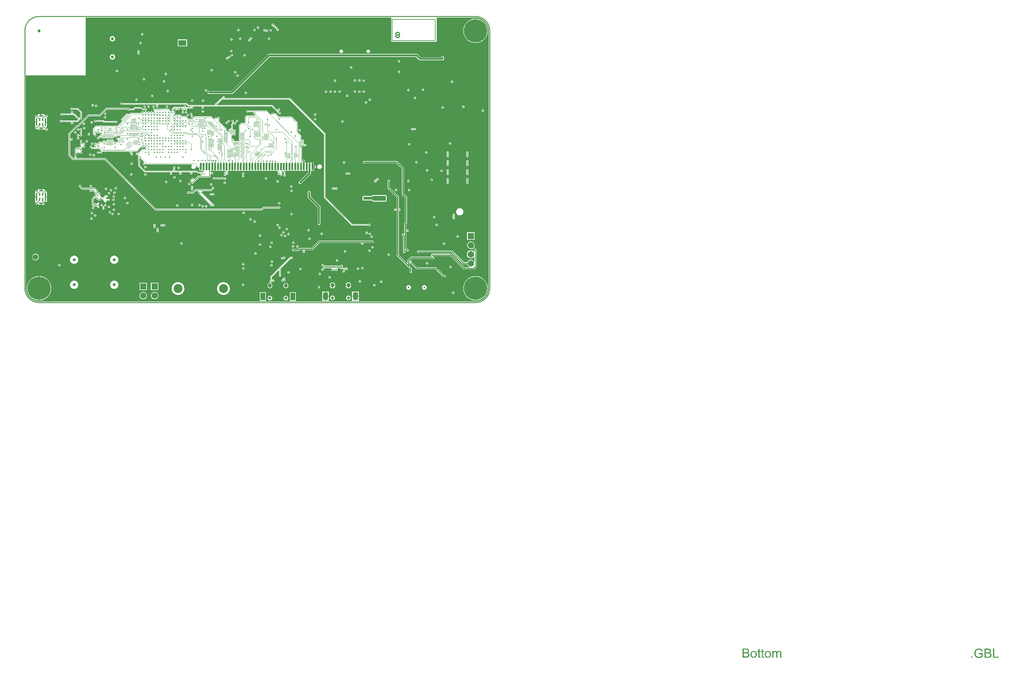
<source format=gbl>
G04*
G04 #@! TF.GenerationSoftware,Altium Limited,Altium Designer,19.0.13 (425)*
G04*
G04 Layer_Physical_Order=8*
G04 Layer_Color=16711680*
%FSLAX43Y43*%
%MOMM*%
G71*
G01*
G75*
%ADD10C,0.120*%
%ADD11C,0.200*%
%ADD12C,0.250*%
%ADD107C,0.800*%
%ADD111C,0.250*%
%ADD188C,0.150*%
%ADD189C,0.300*%
%ADD190C,0.500*%
%ADD192C,0.210*%
%ADD193C,0.125*%
%ADD194C,0.305*%
%ADD195C,0.500*%
%ADD196O,1.000X1.200*%
%ADD197R,1.400X2.150*%
%ADD198C,1.778*%
%ADD199R,1.778X1.778*%
%ADD200C,1.524*%
%ADD201C,2.500*%
%ADD202R,2.300X1.600*%
%ADD203C,6.500*%
%ADD204C,0.350*%
%ADD205C,0.300*%
%ADD206R,0.500X2.000*%
%ADD207R,0.350X2.300*%
%ADD208R,1.300X0.350*%
%ADD209R,0.400X0.950*%
G36*
X123172Y66971D02*
X123344Y66959D01*
X123515Y66939D01*
X123685Y66912D01*
X123853Y66876D01*
X124020Y66833D01*
X124184Y66782D01*
X124346Y66723D01*
X124505Y66658D01*
X124660Y66584D01*
X124813Y66504D01*
X124961Y66417D01*
X125105Y66323D01*
X125245Y66223D01*
X125380Y66116D01*
X125510Y66003D01*
X125634Y65884D01*
X125753Y65760D01*
X125866Y65630D01*
X125973Y65495D01*
X126073Y65355D01*
X126167Y65211D01*
X126254Y65063D01*
X126334Y64910D01*
X126408Y64755D01*
X126473Y64596D01*
X126532Y64434D01*
X126583Y64270D01*
X126626Y64103D01*
X126662Y63935D01*
X126689Y63765D01*
X126709Y63594D01*
X126721Y63422D01*
X126722Y63399D01*
X126724Y63250D01*
X126724Y63250D01*
X126724Y63250D01*
Y-8750D01*
X126724Y-8750D01*
X126724Y-8750D01*
X126722Y-8899D01*
X126721Y-8922D01*
X126709Y-9094D01*
X126689Y-9265D01*
X126662Y-9435D01*
X126626Y-9603D01*
X126583Y-9770D01*
X126532Y-9934D01*
X126473Y-10096D01*
X126408Y-10255D01*
X126334Y-10410D01*
X126254Y-10563D01*
X126167Y-10711D01*
X126073Y-10855D01*
X125973Y-10995D01*
X125866Y-11130D01*
X125753Y-11260D01*
X125634Y-11384D01*
X125510Y-11503D01*
X125380Y-11616D01*
X125245Y-11723D01*
X125105Y-11823D01*
X124961Y-11917D01*
X124813Y-12004D01*
X124660Y-12085D01*
X124505Y-12158D01*
X124346Y-12223D01*
X124184Y-12282D01*
X124020Y-12333D01*
X123853Y-12376D01*
X123685Y-12412D01*
X123515Y-12439D01*
X123344Y-12459D01*
X123172Y-12471D01*
X123149Y-12472D01*
X123000Y-12474D01*
X123000Y-12474D01*
X123000Y-12474D01*
X1000D01*
X1000Y-12474D01*
X1000Y-12474D01*
X851Y-12472D01*
X828Y-12471D01*
X656Y-12459D01*
X485Y-12439D01*
X315Y-12412D01*
X147Y-12376D01*
X-20Y-12333D01*
X-184Y-12282D01*
X-346Y-12223D01*
X-505Y-12158D01*
X-660Y-12085D01*
X-813Y-12004D01*
X-961Y-11917D01*
X-1105Y-11823D01*
X-1245Y-11723D01*
X-1380Y-11616D01*
X-1510Y-11503D01*
X-1634Y-11384D01*
X-1753Y-11260D01*
X-1866Y-11130D01*
X-1973Y-10995D01*
X-2073Y-10855D01*
X-2167Y-10711D01*
X-2254Y-10563D01*
X-2335Y-10410D01*
X-2408Y-10255D01*
X-2473Y-10096D01*
X-2532Y-9934D01*
X-2583Y-9770D01*
X-2626Y-9603D01*
X-2662Y-9435D01*
X-2689Y-9265D01*
X-2709Y-9094D01*
X-2721Y-8922D01*
X-2722Y-8899D01*
X-2724Y-8750D01*
X-2724Y-8750D01*
X-2724Y-8750D01*
Y50803D01*
X14000D01*
Y66974D01*
X99450D01*
X99450Y60200D01*
X112150D01*
X112150Y66974D01*
X123000D01*
X123008Y66975D01*
X123172Y66971D01*
D02*
G37*
G36*
X263811Y-109472D02*
X263841D01*
X263911Y-109479D01*
X263989Y-109490D01*
X264070Y-109509D01*
X264159Y-109531D01*
X264244Y-109560D01*
X264248D01*
X264255Y-109564D01*
X264266Y-109568D01*
X264281Y-109575D01*
X264322Y-109598D01*
X264374Y-109623D01*
X264429Y-109660D01*
X264489Y-109705D01*
X264544Y-109753D01*
X264596Y-109812D01*
X264603Y-109820D01*
X264618Y-109842D01*
X264640Y-109875D01*
X264670Y-109923D01*
X264700Y-109983D01*
X264733Y-110057D01*
X264766Y-110138D01*
X264792Y-110231D01*
X264485Y-110312D01*
Y-110309D01*
X264481Y-110305D01*
X264477Y-110294D01*
X264474Y-110279D01*
X264463Y-110246D01*
X264448Y-110201D01*
X264426Y-110149D01*
X264400Y-110101D01*
X264374Y-110049D01*
X264340Y-110005D01*
X264337Y-110001D01*
X264326Y-109986D01*
X264303Y-109968D01*
X264277Y-109942D01*
X264244Y-109912D01*
X264200Y-109883D01*
X264152Y-109853D01*
X264096Y-109827D01*
X264089Y-109823D01*
X264070Y-109816D01*
X264037Y-109805D01*
X263992Y-109790D01*
X263941Y-109779D01*
X263881Y-109768D01*
X263815Y-109760D01*
X263744Y-109757D01*
X263703D01*
X263685Y-109760D01*
X263663D01*
X263607Y-109764D01*
X263544Y-109775D01*
X263474Y-109786D01*
X263407Y-109805D01*
X263341Y-109831D01*
X263333Y-109835D01*
X263311Y-109842D01*
X263281Y-109860D01*
X263244Y-109879D01*
X263200Y-109909D01*
X263152Y-109938D01*
X263107Y-109975D01*
X263067Y-110016D01*
X263063Y-110020D01*
X263048Y-110034D01*
X263029Y-110060D01*
X263007Y-110090D01*
X262981Y-110127D01*
X262955Y-110172D01*
X262930Y-110220D01*
X262904Y-110271D01*
Y-110275D01*
X262900Y-110283D01*
X262896Y-110294D01*
X262889Y-110312D01*
X262881Y-110334D01*
X262874Y-110360D01*
X262863Y-110390D01*
X262855Y-110423D01*
X262837Y-110501D01*
X262822Y-110590D01*
X262811Y-110683D01*
X262807Y-110786D01*
Y-110790D01*
Y-110801D01*
Y-110820D01*
X262811Y-110842D01*
Y-110871D01*
X262815Y-110908D01*
X262818Y-110946D01*
X262822Y-110986D01*
X262837Y-111079D01*
X262855Y-111175D01*
X262885Y-111271D01*
X262922Y-111364D01*
Y-111368D01*
X262930Y-111375D01*
X262933Y-111386D01*
X262944Y-111401D01*
X262970Y-111442D01*
X263011Y-111494D01*
X263059Y-111549D01*
X263118Y-111605D01*
X263189Y-111657D01*
X263267Y-111705D01*
X263270D01*
X263278Y-111708D01*
X263289Y-111716D01*
X263307Y-111723D01*
X263326Y-111731D01*
X263352Y-111738D01*
X263411Y-111760D01*
X263485Y-111779D01*
X263566Y-111797D01*
X263655Y-111812D01*
X263748Y-111816D01*
X263785D01*
X263807Y-111812D01*
X263829D01*
X263885Y-111805D01*
X263952Y-111797D01*
X264022Y-111782D01*
X264100Y-111760D01*
X264178Y-111734D01*
X264181D01*
X264189Y-111731D01*
X264196Y-111727D01*
X264211Y-111719D01*
X264252Y-111701D01*
X264296Y-111679D01*
X264348Y-111653D01*
X264403Y-111623D01*
X264455Y-111590D01*
X264500Y-111553D01*
Y-111071D01*
X263744D01*
Y-110768D01*
X264833D01*
Y-111719D01*
X264829Y-111723D01*
X264822Y-111727D01*
X264807Y-111738D01*
X264789Y-111753D01*
X264766Y-111768D01*
X264740Y-111786D01*
X264707Y-111808D01*
X264674Y-111831D01*
X264596Y-111879D01*
X264507Y-111931D01*
X264415Y-111979D01*
X264315Y-112019D01*
X264311D01*
X264303Y-112023D01*
X264289Y-112027D01*
X264270Y-112034D01*
X264244Y-112042D01*
X264215Y-112053D01*
X264181Y-112060D01*
X264148Y-112068D01*
X264066Y-112086D01*
X263974Y-112105D01*
X263874Y-112116D01*
X263770Y-112119D01*
X263733D01*
X263707Y-112116D01*
X263674D01*
X263633Y-112112D01*
X263589Y-112105D01*
X263541Y-112101D01*
X263433Y-112079D01*
X263318Y-112053D01*
X263200Y-112012D01*
X263141Y-111990D01*
X263081Y-111960D01*
X263078Y-111957D01*
X263067Y-111953D01*
X263052Y-111942D01*
X263029Y-111931D01*
X263004Y-111912D01*
X262978Y-111894D01*
X262907Y-111842D01*
X262833Y-111775D01*
X262755Y-111694D01*
X262681Y-111601D01*
X262615Y-111494D01*
Y-111490D01*
X262607Y-111479D01*
X262600Y-111464D01*
X262589Y-111438D01*
X262578Y-111412D01*
X262567Y-111375D01*
X262552Y-111338D01*
X262537Y-111294D01*
X262522Y-111245D01*
X262507Y-111190D01*
X262496Y-111134D01*
X262485Y-111075D01*
X262467Y-110946D01*
X262459Y-110808D01*
Y-110805D01*
Y-110790D01*
Y-110771D01*
X262463Y-110746D01*
Y-110712D01*
X262467Y-110671D01*
X262474Y-110631D01*
X262478Y-110583D01*
X262489Y-110531D01*
X262496Y-110475D01*
X262526Y-110357D01*
X262563Y-110234D01*
X262615Y-110112D01*
X262618Y-110109D01*
X262622Y-110097D01*
X262630Y-110083D01*
X262644Y-110060D01*
X262659Y-110031D01*
X262678Y-110001D01*
X262730Y-109931D01*
X262792Y-109849D01*
X262870Y-109772D01*
X262959Y-109694D01*
X263011Y-109660D01*
X263063Y-109627D01*
X263067Y-109623D01*
X263078Y-109620D01*
X263092Y-109612D01*
X263115Y-109601D01*
X263144Y-109590D01*
X263178Y-109575D01*
X263215Y-109560D01*
X263259Y-109546D01*
X263307Y-109531D01*
X263359Y-109520D01*
X263415Y-109505D01*
X263474Y-109494D01*
X263603Y-109475D01*
X263670Y-109468D01*
X263789D01*
X263811Y-109472D01*
D02*
G37*
G36*
X268047Y-111771D02*
X269310D01*
Y-112075D01*
X267707D01*
Y-109512D01*
X268047D01*
Y-111771D01*
D02*
G37*
G36*
X266351Y-109516D02*
X266381D01*
X266448Y-109523D01*
X266522Y-109531D01*
X266599Y-109546D01*
X266677Y-109564D01*
X266748Y-109590D01*
X266751D01*
X266755Y-109594D01*
X266777Y-109605D01*
X266811Y-109623D01*
X266848Y-109649D01*
X266892Y-109683D01*
X266940Y-109723D01*
X266985Y-109775D01*
X267025Y-109831D01*
X267029Y-109838D01*
X267040Y-109860D01*
X267059Y-109890D01*
X267077Y-109935D01*
X267096Y-109986D01*
X267114Y-110042D01*
X267125Y-110105D01*
X267129Y-110168D01*
Y-110175D01*
Y-110194D01*
X267125Y-110227D01*
X267118Y-110268D01*
X267107Y-110316D01*
X267088Y-110368D01*
X267066Y-110420D01*
X267036Y-110475D01*
X267033Y-110483D01*
X267022Y-110497D01*
X266999Y-110527D01*
X266970Y-110557D01*
X266933Y-110594D01*
X266888Y-110634D01*
X266833Y-110671D01*
X266770Y-110708D01*
X266774D01*
X266781Y-110712D01*
X266792Y-110716D01*
X266807Y-110723D01*
X266851Y-110738D01*
X266903Y-110764D01*
X266959Y-110797D01*
X267022Y-110838D01*
X267077Y-110886D01*
X267129Y-110946D01*
X267133Y-110953D01*
X267148Y-110975D01*
X267170Y-111008D01*
X267192Y-111053D01*
X267214Y-111112D01*
X267236Y-111175D01*
X267251Y-111249D01*
X267255Y-111331D01*
Y-111334D01*
Y-111338D01*
Y-111360D01*
X267251Y-111397D01*
X267244Y-111442D01*
X267236Y-111494D01*
X267222Y-111549D01*
X267203Y-111608D01*
X267177Y-111668D01*
X267173Y-111675D01*
X267162Y-111694D01*
X267148Y-111719D01*
X267125Y-111757D01*
X267096Y-111794D01*
X267066Y-111834D01*
X267029Y-111875D01*
X266988Y-111908D01*
X266985Y-111912D01*
X266970Y-111923D01*
X266944Y-111938D01*
X266911Y-111953D01*
X266870Y-111975D01*
X266822Y-111997D01*
X266770Y-112016D01*
X266707Y-112034D01*
X266699D01*
X266677Y-112042D01*
X266640Y-112045D01*
X266592Y-112053D01*
X266533Y-112060D01*
X266462Y-112068D01*
X266385Y-112071D01*
X266296Y-112075D01*
X265318D01*
Y-109512D01*
X266325D01*
X266351Y-109516D01*
D02*
G37*
G36*
X261959Y-112075D02*
X261600D01*
Y-111716D01*
X261959D01*
Y-112075D01*
D02*
G37*
G36*
X207979Y-110136D02*
X208005D01*
X208031Y-110139D01*
X208093Y-110150D01*
X208160Y-110169D01*
X208230Y-110199D01*
X208301Y-110236D01*
X208360Y-110287D01*
X208368Y-110295D01*
X208382Y-110317D01*
X208408Y-110350D01*
X208419Y-110376D01*
X208434Y-110402D01*
X208449Y-110436D01*
X208460Y-110469D01*
X208475Y-110506D01*
X208486Y-110550D01*
X208493Y-110595D01*
X208501Y-110647D01*
X208508Y-110699D01*
Y-110758D01*
Y-112032D01*
X208193D01*
Y-110865D01*
Y-110861D01*
Y-110858D01*
Y-110836D01*
Y-110802D01*
X208190Y-110761D01*
X208186Y-110717D01*
X208182Y-110673D01*
X208175Y-110628D01*
X208164Y-110595D01*
Y-110591D01*
X208156Y-110580D01*
X208149Y-110565D01*
X208138Y-110547D01*
X208123Y-110524D01*
X208105Y-110502D01*
X208082Y-110480D01*
X208053Y-110458D01*
X208049Y-110454D01*
X208038Y-110450D01*
X208023Y-110443D01*
X207997Y-110432D01*
X207971Y-110421D01*
X207938Y-110413D01*
X207905Y-110410D01*
X207864Y-110406D01*
X207845D01*
X207831Y-110410D01*
X207794Y-110413D01*
X207749Y-110421D01*
X207697Y-110439D01*
X207642Y-110461D01*
X207586Y-110495D01*
X207534Y-110539D01*
X207531Y-110547D01*
X207516Y-110565D01*
X207494Y-110595D01*
X207471Y-110639D01*
X207445Y-110699D01*
X207427Y-110769D01*
X207412Y-110854D01*
X207405Y-110954D01*
Y-112032D01*
X207090D01*
Y-110828D01*
Y-110824D01*
Y-110817D01*
Y-110810D01*
Y-110795D01*
X207086Y-110754D01*
X207079Y-110710D01*
X207071Y-110658D01*
X207057Y-110606D01*
X207038Y-110558D01*
X207012Y-110513D01*
X207008Y-110510D01*
X206997Y-110495D01*
X206979Y-110480D01*
X206953Y-110458D01*
X206920Y-110439D01*
X206875Y-110421D01*
X206823Y-110410D01*
X206760Y-110406D01*
X206738D01*
X206712Y-110410D01*
X206683Y-110413D01*
X206645Y-110424D01*
X206601Y-110436D01*
X206560Y-110454D01*
X206516Y-110476D01*
X206512Y-110480D01*
X206497Y-110491D01*
X206479Y-110506D01*
X206453Y-110528D01*
X206427Y-110558D01*
X206401Y-110595D01*
X206375Y-110636D01*
X206353Y-110684D01*
X206349Y-110691D01*
X206346Y-110710D01*
X206338Y-110739D01*
X206327Y-110780D01*
X206316Y-110836D01*
X206308Y-110902D01*
X206305Y-110980D01*
X206301Y-111069D01*
Y-112032D01*
X205986D01*
Y-110173D01*
X206268D01*
Y-110439D01*
X206271Y-110432D01*
X206283Y-110417D01*
X206305Y-110391D01*
X206331Y-110362D01*
X206364Y-110324D01*
X206405Y-110287D01*
X206449Y-110250D01*
X206501Y-110217D01*
X206508Y-110213D01*
X206527Y-110202D01*
X206557Y-110191D01*
X206597Y-110173D01*
X206645Y-110158D01*
X206701Y-110147D01*
X206764Y-110136D01*
X206831Y-110132D01*
X206864D01*
X206905Y-110136D01*
X206949Y-110143D01*
X207005Y-110154D01*
X207060Y-110169D01*
X207116Y-110191D01*
X207168Y-110221D01*
X207175Y-110224D01*
X207190Y-110236D01*
X207212Y-110254D01*
X207242Y-110284D01*
X207271Y-110317D01*
X207305Y-110358D01*
X207334Y-110406D01*
X207357Y-110461D01*
X207360Y-110458D01*
X207368Y-110447D01*
X207379Y-110432D01*
X207397Y-110410D01*
X207419Y-110384D01*
X207445Y-110358D01*
X207475Y-110328D01*
X207512Y-110295D01*
X207553Y-110265D01*
X207594Y-110236D01*
X207642Y-110210D01*
X207694Y-110184D01*
X207749Y-110162D01*
X207808Y-110147D01*
X207868Y-110136D01*
X207934Y-110132D01*
X207960D01*
X207979Y-110136D01*
D02*
G37*
G36*
X198683Y-109473D02*
X198713D01*
X198780Y-109480D01*
X198854Y-109488D01*
X198931Y-109502D01*
X199009Y-109521D01*
X199080Y-109547D01*
X199083D01*
X199087Y-109550D01*
X199109Y-109562D01*
X199143Y-109580D01*
X199180Y-109606D01*
X199224Y-109639D01*
X199272Y-109680D01*
X199317Y-109732D01*
X199357Y-109787D01*
X199361Y-109795D01*
X199372Y-109817D01*
X199391Y-109847D01*
X199409Y-109891D01*
X199428Y-109943D01*
X199446Y-109999D01*
X199457Y-110062D01*
X199461Y-110124D01*
Y-110132D01*
Y-110150D01*
X199457Y-110184D01*
X199450Y-110224D01*
X199439Y-110273D01*
X199420Y-110324D01*
X199398Y-110376D01*
X199368Y-110432D01*
X199365Y-110439D01*
X199354Y-110454D01*
X199331Y-110484D01*
X199302Y-110513D01*
X199265Y-110550D01*
X199220Y-110591D01*
X199165Y-110628D01*
X199102Y-110665D01*
X199106D01*
X199113Y-110669D01*
X199124Y-110673D01*
X199139Y-110680D01*
X199183Y-110695D01*
X199235Y-110721D01*
X199291Y-110754D01*
X199354Y-110795D01*
X199409Y-110843D01*
X199461Y-110902D01*
X199465Y-110910D01*
X199480Y-110932D01*
X199502Y-110965D01*
X199524Y-111010D01*
X199546Y-111069D01*
X199568Y-111132D01*
X199583Y-111206D01*
X199587Y-111287D01*
Y-111291D01*
Y-111295D01*
Y-111317D01*
X199583Y-111354D01*
X199576Y-111398D01*
X199568Y-111450D01*
X199554Y-111506D01*
X199535Y-111565D01*
X199509Y-111624D01*
X199505Y-111632D01*
X199494Y-111650D01*
X199480Y-111676D01*
X199457Y-111713D01*
X199428Y-111750D01*
X199398Y-111791D01*
X199361Y-111832D01*
X199320Y-111865D01*
X199317Y-111869D01*
X199302Y-111880D01*
X199276Y-111895D01*
X199243Y-111909D01*
X199202Y-111932D01*
X199154Y-111954D01*
X199102Y-111972D01*
X199039Y-111991D01*
X199031D01*
X199009Y-111998D01*
X198972Y-112002D01*
X198924Y-112009D01*
X198865Y-112017D01*
X198794Y-112024D01*
X198717Y-112028D01*
X198628Y-112032D01*
X197650D01*
Y-109469D01*
X198657D01*
X198683Y-109473D01*
D02*
G37*
G36*
X203368Y-110173D02*
X203687D01*
Y-110417D01*
X203368D01*
Y-111510D01*
Y-111517D01*
Y-111532D01*
Y-111554D01*
X203372Y-111580D01*
X203375Y-111639D01*
X203379Y-111665D01*
X203383Y-111684D01*
X203387Y-111691D01*
X203398Y-111706D01*
X203412Y-111724D01*
X203438Y-111743D01*
X203446Y-111747D01*
X203464Y-111754D01*
X203498Y-111761D01*
X203546Y-111765D01*
X203583D01*
X203601Y-111761D01*
X203627D01*
X203657Y-111758D01*
X203687Y-111754D01*
X203727Y-112032D01*
X203720D01*
X203705Y-112035D01*
X203679Y-112039D01*
X203646Y-112043D01*
X203609Y-112050D01*
X203568Y-112054D01*
X203487Y-112058D01*
X203457D01*
X203427Y-112054D01*
X203390Y-112050D01*
X203346Y-112047D01*
X203301Y-112035D01*
X203261Y-112024D01*
X203220Y-112006D01*
X203216Y-112002D01*
X203205Y-111995D01*
X203190Y-111984D01*
X203168Y-111965D01*
X203150Y-111947D01*
X203127Y-111921D01*
X203105Y-111895D01*
X203090Y-111861D01*
Y-111858D01*
X203083Y-111843D01*
X203079Y-111817D01*
X203072Y-111780D01*
X203064Y-111732D01*
X203061Y-111702D01*
Y-111669D01*
X203057Y-111628D01*
X203053Y-111587D01*
Y-111543D01*
Y-111491D01*
Y-110417D01*
X202820D01*
Y-110173D01*
X203053D01*
Y-109713D01*
X203368Y-109525D01*
Y-110173D01*
D02*
G37*
G36*
X202372D02*
X202690D01*
Y-110417D01*
X202372D01*
Y-111510D01*
Y-111517D01*
Y-111532D01*
Y-111554D01*
X202376Y-111580D01*
X202379Y-111639D01*
X202383Y-111665D01*
X202387Y-111684D01*
X202390Y-111691D01*
X202401Y-111706D01*
X202416Y-111724D01*
X202442Y-111743D01*
X202450Y-111747D01*
X202468Y-111754D01*
X202501Y-111761D01*
X202550Y-111765D01*
X202587D01*
X202605Y-111761D01*
X202631D01*
X202661Y-111758D01*
X202690Y-111754D01*
X202731Y-112032D01*
X202724D01*
X202709Y-112035D01*
X202683Y-112039D01*
X202650Y-112043D01*
X202613Y-112050D01*
X202572Y-112054D01*
X202490Y-112058D01*
X202461D01*
X202431Y-112054D01*
X202394Y-112050D01*
X202350Y-112047D01*
X202305Y-112035D01*
X202264Y-112024D01*
X202224Y-112006D01*
X202220Y-112002D01*
X202209Y-111995D01*
X202194Y-111984D01*
X202172Y-111965D01*
X202153Y-111947D01*
X202131Y-111921D01*
X202109Y-111895D01*
X202094Y-111861D01*
Y-111858D01*
X202087Y-111843D01*
X202083Y-111817D01*
X202076Y-111780D01*
X202068Y-111732D01*
X202064Y-111702D01*
Y-111669D01*
X202061Y-111628D01*
X202057Y-111587D01*
Y-111543D01*
Y-111491D01*
Y-110417D01*
X201824D01*
Y-110173D01*
X202057D01*
Y-109713D01*
X202372Y-109525D01*
Y-110173D01*
D02*
G37*
G36*
X204812Y-110136D02*
X204846Y-110139D01*
X204883Y-110147D01*
X204923Y-110154D01*
X204972Y-110162D01*
X205072Y-110195D01*
X205123Y-110213D01*
X205175Y-110239D01*
X205227Y-110265D01*
X205279Y-110302D01*
X205327Y-110339D01*
X205375Y-110384D01*
X205379Y-110387D01*
X205386Y-110395D01*
X205397Y-110410D01*
X205412Y-110428D01*
X205431Y-110454D01*
X205453Y-110487D01*
X205475Y-110524D01*
X205497Y-110565D01*
X205520Y-110610D01*
X205542Y-110665D01*
X205564Y-110721D01*
X205583Y-110784D01*
X205597Y-110850D01*
X205609Y-110921D01*
X205616Y-110995D01*
X205620Y-111076D01*
Y-111080D01*
Y-111091D01*
Y-111110D01*
Y-111135D01*
X205616Y-111165D01*
X205612Y-111202D01*
Y-111239D01*
X205605Y-111280D01*
X205594Y-111373D01*
X205572Y-111465D01*
X205546Y-111558D01*
X205509Y-111643D01*
Y-111647D01*
X205505Y-111650D01*
X205497Y-111661D01*
X205490Y-111676D01*
X205464Y-111713D01*
X205431Y-111758D01*
X205386Y-111810D01*
X205331Y-111861D01*
X205268Y-111913D01*
X205194Y-111961D01*
X205190D01*
X205186Y-111965D01*
X205175Y-111972D01*
X205157Y-111980D01*
X205138Y-111987D01*
X205116Y-111995D01*
X205060Y-112017D01*
X204997Y-112035D01*
X204920Y-112054D01*
X204838Y-112069D01*
X204749Y-112072D01*
X204712D01*
X204683Y-112069D01*
X204649Y-112065D01*
X204612Y-112058D01*
X204568Y-112050D01*
X204523Y-112043D01*
X204423Y-112013D01*
X204368Y-111991D01*
X204316Y-111969D01*
X204264Y-111939D01*
X204212Y-111906D01*
X204164Y-111869D01*
X204116Y-111824D01*
X204112Y-111821D01*
X204105Y-111813D01*
X204094Y-111798D01*
X204079Y-111776D01*
X204061Y-111750D01*
X204042Y-111721D01*
X204020Y-111684D01*
X203998Y-111639D01*
X203975Y-111591D01*
X203953Y-111535D01*
X203935Y-111476D01*
X203916Y-111413D01*
X203901Y-111343D01*
X203890Y-111269D01*
X203883Y-111187D01*
X203879Y-111102D01*
Y-111095D01*
Y-111080D01*
X203883Y-111054D01*
Y-111017D01*
X203887Y-110976D01*
X203894Y-110924D01*
X203901Y-110873D01*
X203916Y-110813D01*
X203931Y-110754D01*
X203949Y-110691D01*
X203972Y-110624D01*
X204001Y-110561D01*
X204031Y-110502D01*
X204072Y-110443D01*
X204112Y-110387D01*
X204164Y-110339D01*
X204168Y-110336D01*
X204175Y-110332D01*
X204190Y-110321D01*
X204209Y-110306D01*
X204231Y-110291D01*
X204261Y-110273D01*
X204290Y-110254D01*
X204327Y-110236D01*
X204368Y-110217D01*
X204412Y-110199D01*
X204512Y-110165D01*
X204627Y-110139D01*
X204686Y-110136D01*
X204749Y-110132D01*
X204786D01*
X204812Y-110136D01*
D02*
G37*
G36*
X200828D02*
X200861Y-110139D01*
X200898Y-110147D01*
X200939Y-110154D01*
X200987Y-110162D01*
X201087Y-110195D01*
X201139Y-110213D01*
X201190Y-110239D01*
X201242Y-110265D01*
X201294Y-110302D01*
X201342Y-110339D01*
X201390Y-110384D01*
X201394Y-110387D01*
X201402Y-110395D01*
X201413Y-110410D01*
X201428Y-110428D01*
X201446Y-110454D01*
X201468Y-110487D01*
X201490Y-110524D01*
X201513Y-110565D01*
X201535Y-110610D01*
X201557Y-110665D01*
X201579Y-110721D01*
X201598Y-110784D01*
X201613Y-110850D01*
X201624Y-110921D01*
X201631Y-110995D01*
X201635Y-111076D01*
Y-111080D01*
Y-111091D01*
Y-111110D01*
Y-111135D01*
X201631Y-111165D01*
X201627Y-111202D01*
Y-111239D01*
X201620Y-111280D01*
X201609Y-111373D01*
X201587Y-111465D01*
X201561Y-111558D01*
X201524Y-111643D01*
Y-111647D01*
X201520Y-111650D01*
X201513Y-111661D01*
X201505Y-111676D01*
X201479Y-111713D01*
X201446Y-111758D01*
X201402Y-111810D01*
X201346Y-111861D01*
X201283Y-111913D01*
X201209Y-111961D01*
X201205D01*
X201202Y-111965D01*
X201190Y-111972D01*
X201172Y-111980D01*
X201153Y-111987D01*
X201131Y-111995D01*
X201076Y-112017D01*
X201013Y-112035D01*
X200935Y-112054D01*
X200853Y-112069D01*
X200765Y-112072D01*
X200728D01*
X200698Y-112069D01*
X200665Y-112065D01*
X200628Y-112058D01*
X200583Y-112050D01*
X200539Y-112043D01*
X200439Y-112013D01*
X200383Y-111991D01*
X200331Y-111969D01*
X200279Y-111939D01*
X200228Y-111906D01*
X200179Y-111869D01*
X200131Y-111824D01*
X200128Y-111821D01*
X200120Y-111813D01*
X200109Y-111798D01*
X200094Y-111776D01*
X200076Y-111750D01*
X200057Y-111721D01*
X200035Y-111684D01*
X200013Y-111639D01*
X199991Y-111591D01*
X199968Y-111535D01*
X199950Y-111476D01*
X199931Y-111413D01*
X199917Y-111343D01*
X199905Y-111269D01*
X199898Y-111187D01*
X199894Y-111102D01*
Y-111095D01*
Y-111080D01*
X199898Y-111054D01*
Y-111017D01*
X199902Y-110976D01*
X199909Y-110924D01*
X199917Y-110873D01*
X199931Y-110813D01*
X199946Y-110754D01*
X199965Y-110691D01*
X199987Y-110624D01*
X200017Y-110561D01*
X200046Y-110502D01*
X200087Y-110443D01*
X200128Y-110387D01*
X200179Y-110339D01*
X200183Y-110336D01*
X200191Y-110332D01*
X200205Y-110321D01*
X200224Y-110306D01*
X200246Y-110291D01*
X200276Y-110273D01*
X200305Y-110254D01*
X200342Y-110236D01*
X200383Y-110217D01*
X200428Y-110199D01*
X200528Y-110165D01*
X200642Y-110139D01*
X200702Y-110136D01*
X200765Y-110132D01*
X200802D01*
X200828Y-110136D01*
D02*
G37*
%LPC*%
G36*
X62200Y64476D02*
X62157Y64473D01*
X62116Y64465D01*
X62075Y64451D01*
X62037Y64432D01*
X62002Y64408D01*
X61970Y64380D01*
X61942Y64348D01*
X61918Y64313D01*
X61899Y64275D01*
X61885Y64234D01*
X61877Y64193D01*
X61874Y64150D01*
X61877Y64107D01*
X61885Y64066D01*
X61899Y64025D01*
X61918Y63987D01*
X61942Y63952D01*
X61970Y63920D01*
X62002Y63892D01*
X62037Y63868D01*
X62075Y63849D01*
X62116Y63835D01*
X62157Y63827D01*
X62200Y63824D01*
X62243Y63827D01*
X62284Y63835D01*
X62325Y63849D01*
X62363Y63868D01*
X62398Y63892D01*
X62430Y63920D01*
X62458Y63952D01*
X62482Y63987D01*
X62501Y64025D01*
X62515Y64066D01*
X62523Y64107D01*
X62526Y64150D01*
X62523Y64193D01*
X62515Y64234D01*
X62501Y64275D01*
X62482Y64313D01*
X62458Y64348D01*
X62430Y64380D01*
X62398Y64408D01*
X62363Y64432D01*
X62325Y64451D01*
X62284Y64465D01*
X62243Y64473D01*
X62200Y64476D01*
D02*
G37*
G36*
X123075Y66649D02*
Y63325D01*
X126399D01*
X126397Y63407D01*
X126386Y63564D01*
X126368Y63720D01*
X126343Y63875D01*
X126311Y64029D01*
X126271Y64181D01*
X126225Y64331D01*
X126171Y64479D01*
X126111Y64624D01*
X126044Y64766D01*
X125971Y64905D01*
X125892Y65040D01*
X125806Y65172D01*
X125714Y65299D01*
X125616Y65423D01*
X125513Y65541D01*
X125405Y65655D01*
X125291Y65763D01*
X125173Y65866D01*
X125049Y65964D01*
X124922Y66056D01*
X124790Y66142D01*
X124655Y66221D01*
X124516Y66294D01*
X124374Y66361D01*
X124229Y66421D01*
X124081Y66475D01*
X123931Y66521D01*
X123779Y66561D01*
X123625Y66593D01*
X123470Y66618D01*
X123314Y66636D01*
X123157Y66647D01*
X123075Y66649D01*
D02*
G37*
G36*
X122925D02*
X122843Y66647D01*
X122686Y66636D01*
X122530Y66618D01*
X122375Y66593D01*
X122221Y66561D01*
X122069Y66521D01*
X121919Y66475D01*
X121771Y66421D01*
X121626Y66361D01*
X121484Y66294D01*
X121345Y66221D01*
X121210Y66142D01*
X121078Y66056D01*
X120951Y65964D01*
X120827Y65866D01*
X120709Y65763D01*
X120595Y65655D01*
X120487Y65541D01*
X120384Y65423D01*
X120286Y65299D01*
X120194Y65172D01*
X120108Y65040D01*
X120029Y64905D01*
X119956Y64766D01*
X119889Y64624D01*
X119829Y64479D01*
X119775Y64331D01*
X119729Y64181D01*
X119689Y64029D01*
X119657Y63875D01*
X119632Y63720D01*
X119614Y63564D01*
X119603Y63407D01*
X119601Y63325D01*
X122925D01*
Y66649D01*
D02*
G37*
G36*
X66320Y65296D02*
X66277Y65293D01*
X66236Y65285D01*
X66195Y65271D01*
X66157Y65252D01*
X66122Y65228D01*
X66090Y65200D01*
X66062Y65168D01*
X66038Y65133D01*
X66019Y65095D01*
X66005Y65054D01*
X65997Y65013D01*
X65994Y64970D01*
X65997Y64927D01*
X66005Y64886D01*
X66019Y64845D01*
X66038Y64807D01*
X66062Y64772D01*
X66090Y64740D01*
X66122Y64712D01*
X66157Y64688D01*
X66195Y64669D01*
X66236Y64655D01*
X66277Y64647D01*
X66287Y64646D01*
X66344Y64621D01*
X66401Y64564D01*
X66426Y64507D01*
X66427Y64497D01*
X66435Y64456D01*
X66449Y64415D01*
X66468Y64377D01*
X66492Y64342D01*
X66520Y64310D01*
X66552Y64282D01*
X66587Y64258D01*
X66625Y64239D01*
X66666Y64225D01*
X66707Y64217D01*
X66750Y64214D01*
X66781Y64216D01*
X66793Y64214D01*
X66803Y64212D01*
X66824Y64201D01*
X66902Y64139D01*
X66925Y64110D01*
X66928Y64102D01*
X66935Y64066D01*
X66949Y64025D01*
X66968Y63987D01*
X66992Y63952D01*
X67020Y63920D01*
X67052Y63892D01*
X67087Y63868D01*
X67125Y63849D01*
X67166Y63835D01*
X67207Y63827D01*
X67250Y63824D01*
X67293Y63827D01*
X67318Y63832D01*
X67363Y63793D01*
X67397Y63743D01*
X67414Y63704D01*
X67399Y63675D01*
X67385Y63634D01*
X67377Y63593D01*
X67374Y63550D01*
X67377Y63507D01*
X67385Y63466D01*
X67399Y63425D01*
X67418Y63387D01*
X67442Y63352D01*
X67470Y63320D01*
X67502Y63292D01*
X67537Y63268D01*
X67575Y63249D01*
X67616Y63235D01*
X67657Y63227D01*
X67700Y63224D01*
X67743Y63227D01*
X67784Y63235D01*
X67825Y63249D01*
X67863Y63268D01*
X67898Y63292D01*
X67930Y63320D01*
X67958Y63352D01*
X67982Y63387D01*
X68001Y63425D01*
X68015Y63466D01*
X68023Y63507D01*
X68026Y63550D01*
X68023Y63593D01*
X68015Y63634D01*
X68001Y63675D01*
X67982Y63713D01*
X67958Y63748D01*
X67930Y63780D01*
X67898Y63808D01*
X67863Y63832D01*
X67825Y63851D01*
X67784Y63865D01*
X67743Y63873D01*
X67700Y63876D01*
X67657Y63873D01*
X67632Y63868D01*
X67587Y63907D01*
X67553Y63957D01*
X67536Y63996D01*
X67551Y64025D01*
X67565Y64066D01*
X67573Y64107D01*
X67576Y64150D01*
X67573Y64193D01*
X67565Y64234D01*
X67551Y64275D01*
X67532Y64313D01*
X67508Y64348D01*
X67480Y64380D01*
X67448Y64408D01*
X67413Y64432D01*
X67375Y64451D01*
X67334Y64465D01*
X67293Y64473D01*
X67250Y64476D01*
X67219Y64474D01*
X67207Y64476D01*
X67197Y64478D01*
X67176Y64489D01*
X67098Y64551D01*
X67075Y64580D01*
X67072Y64588D01*
X67065Y64624D01*
X67051Y64665D01*
X67032Y64703D01*
X67008Y64738D01*
X66980Y64770D01*
X66948Y64798D01*
X66913Y64822D01*
X66875Y64841D01*
X66834Y64855D01*
X66793Y64863D01*
X66783Y64864D01*
X66726Y64889D01*
X66669Y64946D01*
X66644Y65003D01*
X66643Y65013D01*
X66635Y65054D01*
X66621Y65095D01*
X66602Y65133D01*
X66578Y65168D01*
X66550Y65200D01*
X66518Y65228D01*
X66483Y65252D01*
X66445Y65271D01*
X66404Y65285D01*
X66363Y65293D01*
X66320Y65296D01*
D02*
G37*
G36*
X61230Y63816D02*
X61187Y63813D01*
X61146Y63805D01*
X61105Y63791D01*
X61067Y63772D01*
X61032Y63748D01*
X61000Y63720D01*
X60972Y63688D01*
X60948Y63653D01*
X60929Y63615D01*
X60915Y63574D01*
X60907Y63533D01*
X60904Y63490D01*
X60907Y63447D01*
X60915Y63406D01*
X60929Y63365D01*
X60948Y63327D01*
X60972Y63292D01*
X61000Y63260D01*
X61032Y63232D01*
X61067Y63208D01*
X61105Y63189D01*
X61146Y63175D01*
X61187Y63167D01*
X61230Y63164D01*
X61273Y63167D01*
X61314Y63175D01*
X61355Y63189D01*
X61393Y63208D01*
X61428Y63232D01*
X61460Y63260D01*
X61488Y63292D01*
X61512Y63327D01*
X61531Y63365D01*
X61545Y63406D01*
X61553Y63447D01*
X61556Y63490D01*
X61553Y63533D01*
X61545Y63574D01*
X61531Y63615D01*
X61512Y63653D01*
X61488Y63688D01*
X61460Y63720D01*
X61428Y63748D01*
X61393Y63772D01*
X61355Y63791D01*
X61314Y63805D01*
X61273Y63813D01*
X61230Y63816D01*
D02*
G37*
G36*
X56710Y63796D02*
X56667Y63793D01*
X56626Y63785D01*
X56585Y63771D01*
X56547Y63752D01*
X56512Y63728D01*
X56480Y63700D01*
X56452Y63668D01*
X56428Y63633D01*
X56409Y63595D01*
X56395Y63554D01*
X56387Y63513D01*
X56384Y63470D01*
X56387Y63427D01*
X56395Y63386D01*
X56409Y63345D01*
X56428Y63307D01*
X56452Y63272D01*
X56480Y63240D01*
X56512Y63212D01*
X56547Y63188D01*
X56585Y63169D01*
X56626Y63155D01*
X56667Y63147D01*
X56710Y63144D01*
X56753Y63147D01*
X56794Y63155D01*
X56835Y63169D01*
X56873Y63188D01*
X56908Y63212D01*
X56940Y63240D01*
X56968Y63272D01*
X56992Y63307D01*
X57011Y63345D01*
X57025Y63386D01*
X57033Y63427D01*
X57036Y63470D01*
X57033Y63513D01*
X57025Y63554D01*
X57011Y63595D01*
X56992Y63633D01*
X56968Y63668D01*
X56940Y63700D01*
X56908Y63728D01*
X56873Y63752D01*
X56835Y63771D01*
X56794Y63785D01*
X56753Y63793D01*
X56710Y63796D01*
D02*
G37*
G36*
X65700Y63676D02*
X65657Y63673D01*
X65616Y63665D01*
X65575Y63651D01*
X65537Y63632D01*
X65502Y63608D01*
X65470Y63580D01*
X65442Y63548D01*
X65418Y63513D01*
X65399Y63475D01*
X65385Y63434D01*
X65377Y63393D01*
X65374Y63350D01*
X65377Y63307D01*
X65385Y63266D01*
X65399Y63225D01*
X65418Y63187D01*
X65442Y63152D01*
X65470Y63120D01*
X65502Y63092D01*
X65537Y63068D01*
X65575Y63049D01*
X65616Y63035D01*
X65657Y63027D01*
X65700Y63024D01*
X65743Y63027D01*
X65784Y63035D01*
X65825Y63049D01*
X65863Y63068D01*
X65898Y63092D01*
X65930Y63120D01*
X65958Y63152D01*
X65982Y63187D01*
X66001Y63225D01*
X66015Y63266D01*
X66023Y63307D01*
X66026Y63350D01*
X66023Y63393D01*
X66015Y63434D01*
X66001Y63475D01*
X65982Y63513D01*
X65958Y63548D01*
X65930Y63580D01*
X65898Y63608D01*
X65863Y63632D01*
X65825Y63651D01*
X65784Y63665D01*
X65743Y63673D01*
X65700Y63676D01*
D02*
G37*
G36*
X64000Y63726D02*
X63957Y63723D01*
X63916Y63715D01*
X63875Y63701D01*
X63837Y63682D01*
X63802Y63658D01*
X63770Y63630D01*
X63742Y63598D01*
X63718Y63563D01*
X63699Y63525D01*
X63685Y63484D01*
X63677Y63443D01*
X63674Y63400D01*
X63677Y63357D01*
X63685Y63316D01*
X63699Y63275D01*
X63718Y63237D01*
X63742Y63202D01*
X63770Y63170D01*
X63802Y63142D01*
X63837Y63118D01*
X63875Y63099D01*
X63916Y63085D01*
X63957Y63077D01*
X64000Y63074D01*
X64043Y63077D01*
X64084Y63085D01*
X64125Y63099D01*
X64163Y63118D01*
X64198Y63142D01*
X64230Y63170D01*
X64241Y63182D01*
X64256Y63186D01*
X64323Y63183D01*
X64408Y63158D01*
X64418Y63137D01*
X64442Y63102D01*
X64470Y63070D01*
X64502Y63042D01*
X64537Y63018D01*
X64575Y62999D01*
X64616Y62985D01*
X64657Y62977D01*
X64700Y62974D01*
X64743Y62977D01*
X64784Y62985D01*
X64825Y62999D01*
X64863Y63018D01*
X64898Y63042D01*
X64930Y63070D01*
X64958Y63102D01*
X64982Y63137D01*
X65001Y63175D01*
X65015Y63216D01*
X65023Y63257D01*
X65026Y63300D01*
X65023Y63343D01*
X65015Y63384D01*
X65001Y63425D01*
X64982Y63463D01*
X64958Y63498D01*
X64930Y63530D01*
X64898Y63558D01*
X64863Y63582D01*
X64825Y63601D01*
X64784Y63615D01*
X64743Y63623D01*
X64700Y63626D01*
X64657Y63623D01*
X64616Y63615D01*
X64575Y63601D01*
X64537Y63582D01*
X64502Y63558D01*
X64470Y63530D01*
X64459Y63518D01*
X64444Y63514D01*
X64377Y63517D01*
X64292Y63542D01*
X64282Y63563D01*
X64258Y63598D01*
X64230Y63630D01*
X64198Y63658D01*
X64163Y63682D01*
X64125Y63701D01*
X64084Y63715D01*
X64043Y63723D01*
X64000Y63726D01*
D02*
G37*
G36*
X29800Y62626D02*
X29757Y62623D01*
X29716Y62615D01*
X29675Y62601D01*
X29637Y62582D01*
X29602Y62558D01*
X29570Y62530D01*
X29542Y62498D01*
X29518Y62463D01*
X29499Y62425D01*
X29485Y62384D01*
X29477Y62343D01*
X29474Y62300D01*
X29477Y62257D01*
X29485Y62216D01*
X29499Y62175D01*
X29518Y62137D01*
X29542Y62102D01*
X29570Y62070D01*
X29602Y62042D01*
X29637Y62018D01*
X29675Y61999D01*
X29716Y61985D01*
X29757Y61977D01*
X29800Y61974D01*
X29843Y61977D01*
X29884Y61985D01*
X29925Y61999D01*
X29963Y62018D01*
X29998Y62042D01*
X30030Y62070D01*
X30058Y62102D01*
X30082Y62137D01*
X30101Y62175D01*
X30115Y62216D01*
X30123Y62257D01*
X30126Y62300D01*
X30123Y62343D01*
X30115Y62384D01*
X30101Y62425D01*
X30082Y62463D01*
X30058Y62498D01*
X30030Y62530D01*
X29998Y62558D01*
X29963Y62582D01*
X29925Y62601D01*
X29884Y62615D01*
X29843Y62623D01*
X29800Y62626D01*
D02*
G37*
G36*
X60250Y61476D02*
X60207Y61473D01*
X60166Y61465D01*
X60125Y61451D01*
X60087Y61432D01*
X60052Y61408D01*
X60020Y61380D01*
X59992Y61348D01*
X59968Y61313D01*
X59949Y61275D01*
X59935Y61234D01*
X59927Y61193D01*
X59924Y61150D01*
X59927Y61107D01*
X59935Y61066D01*
X59947Y61033D01*
X59919Y60983D01*
X59852Y60918D01*
X59842Y60912D01*
X59834Y60915D01*
X59793Y60923D01*
X59750Y60926D01*
X59707Y60923D01*
X59666Y60915D01*
X59625Y60901D01*
X59587Y60882D01*
X59552Y60858D01*
X59520Y60830D01*
X59492Y60798D01*
X59468Y60763D01*
X59449Y60725D01*
X59435Y60684D01*
X59427Y60643D01*
X59424Y60600D01*
X59427Y60557D01*
X59435Y60516D01*
X59449Y60475D01*
X59468Y60437D01*
X59492Y60402D01*
X59520Y60370D01*
X59552Y60342D01*
X59587Y60318D01*
X59625Y60299D01*
X59666Y60285D01*
X59707Y60277D01*
X59750Y60274D01*
X59793Y60277D01*
X59834Y60285D01*
X59875Y60299D01*
X59913Y60318D01*
X59948Y60342D01*
X59980Y60370D01*
X60008Y60402D01*
X60032Y60437D01*
X60051Y60475D01*
X60065Y60516D01*
X60073Y60557D01*
X60076Y60600D01*
X60073Y60643D01*
X60065Y60684D01*
X60053Y60717D01*
X60081Y60767D01*
X60148Y60832D01*
X60158Y60838D01*
X60166Y60835D01*
X60207Y60827D01*
X60250Y60824D01*
X60293Y60827D01*
X60334Y60835D01*
X60375Y60849D01*
X60413Y60868D01*
X60448Y60892D01*
X60480Y60920D01*
X60508Y60952D01*
X60532Y60987D01*
X60551Y61025D01*
X60565Y61066D01*
X60573Y61107D01*
X60576Y61150D01*
X60573Y61193D01*
X60565Y61234D01*
X60551Y61275D01*
X60532Y61313D01*
X60508Y61348D01*
X60480Y61380D01*
X60448Y61408D01*
X60413Y61432D01*
X60375Y61451D01*
X60334Y61465D01*
X60293Y61473D01*
X60250Y61476D01*
D02*
G37*
G36*
X65300Y61376D02*
X65257Y61373D01*
X65216Y61365D01*
X65175Y61351D01*
X65137Y61332D01*
X65102Y61308D01*
X65070Y61280D01*
X65042Y61248D01*
X65018Y61213D01*
X64999Y61175D01*
X64985Y61134D01*
X64977Y61093D01*
X64974Y61050D01*
X64977Y61007D01*
X64985Y60966D01*
X64999Y60925D01*
X65018Y60887D01*
X65042Y60852D01*
X65070Y60820D01*
X65102Y60792D01*
X65137Y60768D01*
X65175Y60749D01*
X65216Y60735D01*
X65257Y60727D01*
X65300Y60724D01*
X65343Y60727D01*
X65384Y60735D01*
X65425Y60749D01*
X65463Y60768D01*
X65498Y60792D01*
X65530Y60820D01*
X65558Y60852D01*
X65582Y60887D01*
X65601Y60925D01*
X65615Y60966D01*
X65623Y61007D01*
X65626Y61050D01*
X65623Y61093D01*
X65615Y61134D01*
X65601Y61175D01*
X65582Y61213D01*
X65558Y61248D01*
X65530Y61280D01*
X65498Y61308D01*
X65463Y61332D01*
X65425Y61351D01*
X65384Y61365D01*
X65343Y61373D01*
X65300Y61376D01*
D02*
G37*
G36*
X57250D02*
X57207Y61373D01*
X57166Y61365D01*
X57125Y61351D01*
X57087Y61332D01*
X57052Y61308D01*
X57020Y61280D01*
X56992Y61248D01*
X56968Y61213D01*
X56949Y61175D01*
X56935Y61134D01*
X56927Y61093D01*
X56924Y61050D01*
X56927Y61007D01*
X56935Y60966D01*
X56949Y60925D01*
X56968Y60887D01*
X56992Y60852D01*
X57020Y60820D01*
X57052Y60792D01*
X57087Y60768D01*
X57125Y60749D01*
X57166Y60735D01*
X57207Y60727D01*
X57250Y60724D01*
X57293Y60727D01*
X57334Y60735D01*
X57375Y60749D01*
X57413Y60768D01*
X57448Y60792D01*
X57480Y60820D01*
X57508Y60852D01*
X57532Y60887D01*
X57551Y60925D01*
X57565Y60966D01*
X57573Y61007D01*
X57576Y61050D01*
X57573Y61093D01*
X57565Y61134D01*
X57551Y61175D01*
X57532Y61213D01*
X57508Y61248D01*
X57480Y61280D01*
X57448Y61308D01*
X57413Y61332D01*
X57375Y61351D01*
X57334Y61365D01*
X57293Y61373D01*
X57250Y61376D01*
D02*
G37*
G36*
X54750Y61176D02*
X54707Y61173D01*
X54666Y61165D01*
X54625Y61151D01*
X54587Y61132D01*
X54552Y61108D01*
X54520Y61080D01*
X54492Y61048D01*
X54468Y61013D01*
X54449Y60975D01*
X54435Y60934D01*
X54427Y60893D01*
X54424Y60850D01*
X54427Y60807D01*
X54435Y60766D01*
X54449Y60725D01*
X54468Y60687D01*
X54492Y60652D01*
X54520Y60620D01*
X54552Y60592D01*
X54587Y60568D01*
X54625Y60549D01*
X54666Y60535D01*
X54707Y60527D01*
X54750Y60524D01*
X54793Y60527D01*
X54834Y60535D01*
X54875Y60549D01*
X54913Y60568D01*
X54948Y60592D01*
X54980Y60620D01*
X55008Y60652D01*
X55032Y60687D01*
X55051Y60725D01*
X55065Y60766D01*
X55073Y60807D01*
X55076Y60850D01*
X55073Y60893D01*
X55065Y60934D01*
X55051Y60975D01*
X55032Y61013D01*
X55008Y61048D01*
X54980Y61080D01*
X54948Y61108D01*
X54913Y61132D01*
X54875Y61151D01*
X54834Y61165D01*
X54793Y61173D01*
X54750Y61176D01*
D02*
G37*
G36*
X21500Y61791D02*
X21426Y61787D01*
X21354Y61776D01*
X21282Y61759D01*
X21213Y61734D01*
X21146Y61702D01*
X21083Y61664D01*
X21024Y61620D01*
X20969Y61571D01*
X20920Y61516D01*
X20876Y61457D01*
X20838Y61394D01*
X20806Y61327D01*
X20781Y61258D01*
X20764Y61186D01*
X20753Y61114D01*
X20749Y61040D01*
X20753Y60966D01*
X20764Y60894D01*
X20781Y60822D01*
X20806Y60753D01*
X20838Y60686D01*
X20876Y60623D01*
X20920Y60564D01*
X20969Y60509D01*
X21024Y60460D01*
X21083Y60416D01*
X21146Y60378D01*
X21213Y60346D01*
X21282Y60321D01*
X21354Y60304D01*
X21426Y60293D01*
X21500Y60289D01*
X21574Y60293D01*
X21646Y60304D01*
X21718Y60321D01*
X21787Y60346D01*
X21854Y60378D01*
X21917Y60416D01*
X21976Y60460D01*
X22031Y60509D01*
X22080Y60564D01*
X22124Y60623D01*
X22162Y60686D01*
X22194Y60753D01*
X22219Y60822D01*
X22236Y60894D01*
X22247Y60966D01*
X22251Y61040D01*
X22247Y61114D01*
X22236Y61186D01*
X22219Y61258D01*
X22194Y61327D01*
X22162Y61394D01*
X22124Y61457D01*
X22080Y61516D01*
X22031Y61571D01*
X21976Y61620D01*
X21917Y61664D01*
X21854Y61702D01*
X21787Y61734D01*
X21718Y61759D01*
X21646Y61776D01*
X21574Y61787D01*
X21500Y61791D01*
D02*
G37*
G36*
X126399Y63175D02*
X123075D01*
Y59851D01*
X123157Y59853D01*
X123314Y59864D01*
X123470Y59882D01*
X123625Y59907D01*
X123779Y59939D01*
X123931Y59979D01*
X124081Y60025D01*
X124229Y60079D01*
X124374Y60139D01*
X124516Y60206D01*
X124655Y60279D01*
X124790Y60358D01*
X124922Y60444D01*
X125049Y60536D01*
X125173Y60634D01*
X125291Y60737D01*
X125405Y60845D01*
X125513Y60959D01*
X125616Y61077D01*
X125714Y61201D01*
X125806Y61328D01*
X125892Y61460D01*
X125971Y61595D01*
X126044Y61734D01*
X126111Y61876D01*
X126171Y62021D01*
X126225Y62169D01*
X126271Y62319D01*
X126311Y62471D01*
X126343Y62625D01*
X126368Y62780D01*
X126386Y62936D01*
X126397Y63093D01*
X126399Y63175D01*
D02*
G37*
G36*
X122925D02*
X119601D01*
X119603Y63093D01*
X119614Y62936D01*
X119632Y62780D01*
X119657Y62625D01*
X119689Y62471D01*
X119729Y62319D01*
X119775Y62169D01*
X119829Y62021D01*
X119889Y61876D01*
X119956Y61734D01*
X120029Y61595D01*
X120108Y61460D01*
X120194Y61328D01*
X120286Y61201D01*
X120384Y61077D01*
X120487Y60959D01*
X120595Y60845D01*
X120709Y60737D01*
X120827Y60634D01*
X120951Y60536D01*
X121078Y60444D01*
X121210Y60358D01*
X121345Y60279D01*
X121484Y60206D01*
X121626Y60139D01*
X121771Y60079D01*
X121919Y60025D01*
X122069Y59979D01*
X122221Y59939D01*
X122375Y59907D01*
X122530Y59882D01*
X122686Y59864D01*
X122843Y59853D01*
X122925Y59851D01*
Y63175D01*
D02*
G37*
G36*
X29300Y60176D02*
X29257Y60173D01*
X29216Y60165D01*
X29175Y60151D01*
X29137Y60132D01*
X29102Y60108D01*
X29070Y60080D01*
X29042Y60048D01*
X29018Y60013D01*
X28999Y59975D01*
X28985Y59934D01*
X28977Y59893D01*
X28974Y59850D01*
X28977Y59807D01*
X28985Y59766D01*
X28999Y59725D01*
X29018Y59687D01*
X29042Y59652D01*
X29070Y59620D01*
X29102Y59592D01*
X29137Y59568D01*
X29175Y59549D01*
X29216Y59535D01*
X29257Y59527D01*
X29300Y59524D01*
X29343Y59527D01*
X29384Y59535D01*
X29425Y59549D01*
X29463Y59568D01*
X29498Y59592D01*
X29530Y59620D01*
X29558Y59652D01*
X29582Y59687D01*
X29601Y59725D01*
X29615Y59766D01*
X29623Y59807D01*
X29626Y59850D01*
X29623Y59893D01*
X29615Y59934D01*
X29601Y59975D01*
X29582Y60013D01*
X29558Y60048D01*
X29530Y60080D01*
X29498Y60108D01*
X29463Y60132D01*
X29425Y60151D01*
X29384Y60165D01*
X29343Y60173D01*
X29300Y60176D01*
D02*
G37*
G36*
X42375Y60825D02*
X39775D01*
Y58925D01*
X42375D01*
Y60825D01*
D02*
G37*
G36*
X54700Y57926D02*
X54657Y57923D01*
X54616Y57915D01*
X54575Y57901D01*
X54537Y57882D01*
X54502Y57858D01*
X54470Y57830D01*
X54442Y57798D01*
X54418Y57763D01*
X54399Y57725D01*
X54385Y57684D01*
X54377Y57643D01*
X54374Y57600D01*
X54377Y57557D01*
X54385Y57516D01*
X54399Y57475D01*
X54418Y57437D01*
X54442Y57402D01*
X54470Y57370D01*
X54502Y57342D01*
X54537Y57318D01*
X54575Y57299D01*
X54616Y57285D01*
X54657Y57277D01*
X54700Y57274D01*
X54743Y57277D01*
X54784Y57285D01*
X54825Y57299D01*
X54863Y57318D01*
X54898Y57342D01*
X54930Y57370D01*
X54958Y57402D01*
X54982Y57437D01*
X55001Y57475D01*
X55015Y57516D01*
X55023Y57557D01*
X55026Y57600D01*
X55023Y57643D01*
X55015Y57684D01*
X55001Y57725D01*
X54982Y57763D01*
X54958Y57798D01*
X54930Y57830D01*
X54898Y57858D01*
X54863Y57882D01*
X54825Y57901D01*
X54784Y57915D01*
X54743Y57923D01*
X54700Y57926D01*
D02*
G37*
G36*
X93025Y58001D02*
X92972Y57998D01*
X92919Y57989D01*
X92868Y57974D01*
X92819Y57954D01*
X92772Y57928D01*
X92728Y57897D01*
X92689Y57861D01*
X92653Y57822D01*
X92622Y57778D01*
X92596Y57731D01*
X92576Y57682D01*
X92561Y57631D01*
X92552Y57578D01*
X92549Y57525D01*
X92552Y57472D01*
X92561Y57419D01*
X92576Y57368D01*
X92596Y57319D01*
X92622Y57272D01*
X92653Y57228D01*
X92689Y57189D01*
X92728Y57153D01*
X92772Y57122D01*
X92819Y57096D01*
X92868Y57076D01*
X92919Y57061D01*
X92972Y57052D01*
X93025Y57049D01*
X93078Y57052D01*
X93131Y57061D01*
X93182Y57076D01*
X93231Y57096D01*
X93278Y57122D01*
X93322Y57153D01*
X93361Y57189D01*
X93397Y57228D01*
X93428Y57272D01*
X93454Y57319D01*
X93474Y57368D01*
X93489Y57419D01*
X93498Y57472D01*
X93501Y57525D01*
X93498Y57578D01*
X93489Y57631D01*
X93474Y57682D01*
X93454Y57731D01*
X93428Y57778D01*
X93397Y57822D01*
X93361Y57861D01*
X93322Y57897D01*
X93278Y57928D01*
X93231Y57954D01*
X93182Y57974D01*
X93131Y57989D01*
X93078Y57998D01*
X93025Y58001D01*
D02*
G37*
G36*
X85475Y58026D02*
X85419Y58023D01*
X85364Y58013D01*
X85310Y57998D01*
X85258Y57976D01*
X85209Y57949D01*
X85163Y57917D01*
X85121Y57879D01*
X85083Y57837D01*
X85051Y57791D01*
X85024Y57742D01*
X85002Y57690D01*
X84987Y57636D01*
X84977Y57581D01*
X84974Y57525D01*
X84977Y57469D01*
X84987Y57414D01*
X85002Y57360D01*
X85024Y57308D01*
X85051Y57259D01*
X85083Y57213D01*
X85121Y57171D01*
X85163Y57133D01*
X85209Y57101D01*
X85258Y57074D01*
X85310Y57052D01*
X85364Y57037D01*
X85419Y57027D01*
X85475Y57024D01*
X85531Y57027D01*
X85586Y57037D01*
X85640Y57052D01*
X85692Y57074D01*
X85741Y57101D01*
X85787Y57133D01*
X85829Y57171D01*
X85867Y57213D01*
X85899Y57259D01*
X85926Y57308D01*
X85948Y57360D01*
X85963Y57414D01*
X85973Y57469D01*
X85976Y57525D01*
X85973Y57581D01*
X85963Y57636D01*
X85948Y57690D01*
X85926Y57742D01*
X85899Y57791D01*
X85867Y57837D01*
X85829Y57879D01*
X85787Y57917D01*
X85741Y57949D01*
X85692Y57976D01*
X85640Y57998D01*
X85586Y58013D01*
X85531Y58023D01*
X85475Y58026D01*
D02*
G37*
G36*
X28800Y57826D02*
X28757Y57823D01*
X28716Y57815D01*
X28675Y57801D01*
X28637Y57782D01*
X28602Y57758D01*
X28570Y57730D01*
X28542Y57698D01*
X28518Y57663D01*
X28499Y57625D01*
X28485Y57584D01*
X28477Y57543D01*
X28474Y57500D01*
X28477Y57457D01*
X28485Y57416D01*
X28499Y57375D01*
X28518Y57337D01*
X28542Y57302D01*
X28570Y57258D01*
Y57192D01*
X28542Y57148D01*
X28518Y57113D01*
X28499Y57075D01*
X28485Y57034D01*
X28477Y56993D01*
X28474Y56950D01*
X28477Y56907D01*
X28485Y56866D01*
X28499Y56825D01*
X28518Y56787D01*
X28542Y56752D01*
X28570Y56720D01*
X28602Y56692D01*
X28637Y56668D01*
X28675Y56649D01*
X28716Y56635D01*
X28757Y56627D01*
X28800Y56624D01*
X28843Y56627D01*
X28884Y56635D01*
X28925Y56649D01*
X28963Y56668D01*
X28998Y56692D01*
X29030Y56720D01*
X29058Y56752D01*
X29082Y56787D01*
X29101Y56825D01*
X29115Y56866D01*
X29123Y56907D01*
X29126Y56950D01*
X29123Y56993D01*
X29115Y57034D01*
X29101Y57075D01*
X29082Y57113D01*
X29058Y57148D01*
X29030Y57192D01*
Y57258D01*
X29058Y57302D01*
X29082Y57337D01*
X29101Y57375D01*
X29115Y57416D01*
X29123Y57457D01*
X29126Y57500D01*
X29123Y57543D01*
X29115Y57584D01*
X29101Y57625D01*
X29082Y57663D01*
X29058Y57698D01*
X29030Y57730D01*
X28998Y57758D01*
X28963Y57782D01*
X28925Y57801D01*
X28884Y57815D01*
X28843Y57823D01*
X28800Y57826D01*
D02*
G37*
G36*
X54875Y56751D02*
X54833Y56748D01*
X54791Y56740D01*
X54750Y56726D01*
X54712Y56707D01*
X54677Y56683D01*
X54645Y56655D01*
X54617Y56623D01*
X54593Y56588D01*
X54574Y56550D01*
X54560Y56509D01*
X54552Y56468D01*
X54549Y56425D01*
X54552Y56382D01*
X54560Y56341D01*
X54574Y56300D01*
X54593Y56262D01*
X54617Y56227D01*
X54645Y56195D01*
X54677Y56167D01*
X54712Y56143D01*
X54750Y56124D01*
X54791Y56110D01*
X54833Y56102D01*
X54875Y56099D01*
X54918Y56102D01*
X54959Y56110D01*
X55000Y56124D01*
X55038Y56143D01*
X55073Y56167D01*
X55105Y56195D01*
X55133Y56227D01*
X55157Y56262D01*
X55176Y56300D01*
X55190Y56341D01*
X55198Y56382D01*
X55201Y56425D01*
X55198Y56468D01*
X55190Y56509D01*
X55176Y56550D01*
X55157Y56588D01*
X55133Y56623D01*
X55105Y56655D01*
X55073Y56683D01*
X55038Y56707D01*
X55000Y56726D01*
X54959Y56740D01*
X54918Y56748D01*
X54875Y56751D01*
D02*
G37*
G36*
X58450Y56726D02*
X58407Y56723D01*
X58366Y56715D01*
X58325Y56701D01*
X58287Y56682D01*
X58252Y56658D01*
X58220Y56630D01*
X58192Y56598D01*
X58168Y56563D01*
X58149Y56525D01*
X58135Y56484D01*
X58127Y56443D01*
X58124Y56400D01*
X58127Y56357D01*
X58135Y56316D01*
X58149Y56275D01*
X58168Y56237D01*
X58192Y56202D01*
X58220Y56170D01*
X58252Y56142D01*
X58287Y56118D01*
X58325Y56099D01*
X58366Y56085D01*
X58407Y56077D01*
X58450Y56074D01*
X58493Y56077D01*
X58534Y56085D01*
X58575Y56099D01*
X58613Y56118D01*
X58648Y56142D01*
X58680Y56170D01*
X58708Y56202D01*
X58732Y56237D01*
X58751Y56275D01*
X58765Y56316D01*
X58773Y56357D01*
X58776Y56400D01*
X58773Y56443D01*
X58765Y56484D01*
X58751Y56525D01*
X58732Y56563D01*
X58708Y56598D01*
X58680Y56630D01*
X58648Y56658D01*
X58613Y56682D01*
X58575Y56701D01*
X58534Y56715D01*
X58493Y56723D01*
X58450Y56726D01*
D02*
G37*
G36*
X54150Y56326D02*
X54107Y56323D01*
X54066Y56315D01*
X54025Y56301D01*
X53987Y56282D01*
X53952Y56258D01*
X53920Y56230D01*
X53892Y56198D01*
X53868Y56163D01*
X53849Y56125D01*
X53835Y56084D01*
X53827Y56043D01*
X53824Y56000D01*
X53827Y55957D01*
X53832Y55932D01*
X53793Y55887D01*
X53743Y55853D01*
X53704Y55836D01*
X53675Y55851D01*
X53634Y55865D01*
X53593Y55873D01*
X53550Y55876D01*
X53507Y55873D01*
X53466Y55865D01*
X53425Y55851D01*
X53387Y55832D01*
X53352Y55808D01*
X53320Y55780D01*
X53292Y55748D01*
X53268Y55713D01*
X53249Y55675D01*
X53235Y55634D01*
X53227Y55593D01*
X53224Y55550D01*
X53227Y55507D01*
X53235Y55466D01*
X53249Y55425D01*
X53268Y55387D01*
X53292Y55352D01*
X53320Y55320D01*
X53352Y55292D01*
X53387Y55268D01*
X53425Y55249D01*
X53466Y55235D01*
X53507Y55227D01*
X53550Y55224D01*
X53593Y55227D01*
X53634Y55235D01*
X53675Y55249D01*
X53713Y55268D01*
X53748Y55292D01*
X53780Y55320D01*
X53808Y55352D01*
X53832Y55387D01*
X53851Y55425D01*
X53865Y55466D01*
X53873Y55507D01*
X53876Y55550D01*
X53873Y55593D01*
X53868Y55618D01*
X53907Y55663D01*
X53957Y55697D01*
X53996Y55714D01*
X54025Y55699D01*
X54066Y55685D01*
X54107Y55677D01*
X54150Y55674D01*
X54193Y55677D01*
X54234Y55685D01*
X54275Y55699D01*
X54313Y55718D01*
X54348Y55742D01*
X54380Y55770D01*
X54408Y55802D01*
X54432Y55837D01*
X54451Y55875D01*
X54465Y55916D01*
X54473Y55957D01*
X54476Y56000D01*
X54473Y56043D01*
X54465Y56084D01*
X54451Y56125D01*
X54432Y56163D01*
X54408Y56198D01*
X54380Y56230D01*
X54348Y56258D01*
X54313Y56282D01*
X54275Y56301D01*
X54234Y56315D01*
X54193Y56323D01*
X54150Y56326D01*
D02*
G37*
G36*
X21500Y56711D02*
X21426Y56707D01*
X21354Y56696D01*
X21282Y56679D01*
X21213Y56654D01*
X21146Y56622D01*
X21083Y56584D01*
X21024Y56540D01*
X20969Y56491D01*
X20920Y56436D01*
X20876Y56377D01*
X20838Y56314D01*
X20806Y56247D01*
X20781Y56178D01*
X20764Y56106D01*
X20753Y56034D01*
X20749Y55960D01*
X20753Y55886D01*
X20764Y55814D01*
X20781Y55742D01*
X20806Y55673D01*
X20838Y55606D01*
X20876Y55543D01*
X20920Y55484D01*
X20969Y55429D01*
X21024Y55380D01*
X21083Y55336D01*
X21146Y55298D01*
X21213Y55266D01*
X21282Y55241D01*
X21354Y55224D01*
X21426Y55213D01*
X21500Y55209D01*
X21574Y55213D01*
X21646Y55224D01*
X21718Y55241D01*
X21787Y55266D01*
X21854Y55298D01*
X21917Y55336D01*
X21976Y55380D01*
X22031Y55429D01*
X22080Y55484D01*
X22124Y55543D01*
X22162Y55606D01*
X22194Y55673D01*
X22219Y55742D01*
X22236Y55814D01*
X22247Y55886D01*
X22251Y55960D01*
X22247Y56034D01*
X22236Y56106D01*
X22219Y56178D01*
X22194Y56247D01*
X22162Y56314D01*
X22124Y56377D01*
X22080Y56436D01*
X22031Y56491D01*
X21976Y56540D01*
X21917Y56584D01*
X21854Y56622D01*
X21787Y56654D01*
X21718Y56679D01*
X21646Y56696D01*
X21574Y56707D01*
X21500Y56711D01*
D02*
G37*
G36*
X106600Y56751D02*
X65250D01*
X65198Y56747D01*
X65146Y56737D01*
X65097Y56720D01*
X65050Y56697D01*
X65006Y56668D01*
X64967Y56633D01*
X54734Y46401D01*
X48500D01*
X48448Y46397D01*
X48396Y46387D01*
X48347Y46370D01*
X48300Y46347D01*
X48256Y46318D01*
X48217Y46283D01*
X48182Y46244D01*
X48153Y46200D01*
X48130Y46153D01*
X48113Y46104D01*
X48103Y46052D01*
X48099Y46000D01*
X48103Y45948D01*
X48113Y45896D01*
X48130Y45847D01*
X48153Y45800D01*
X48182Y45756D01*
X48217Y45717D01*
X48256Y45682D01*
X48300Y45653D01*
X48347Y45630D01*
X48396Y45613D01*
X48448Y45603D01*
X48500Y45599D01*
X54900D01*
X54952Y45603D01*
X55004Y45613D01*
X55053Y45630D01*
X55100Y45653D01*
X55144Y45682D01*
X55183Y45717D01*
X65416Y55949D01*
X106434D01*
X107267Y55117D01*
X107306Y55082D01*
X107350Y55053D01*
X107397Y55030D01*
X107446Y55013D01*
X107498Y55003D01*
X107550Y54999D01*
X113800D01*
X113852Y55003D01*
X113904Y55013D01*
X113953Y55030D01*
X114000Y55053D01*
X114044Y55082D01*
X114083Y55117D01*
X114118Y55156D01*
X114147Y55200D01*
X114170Y55247D01*
X114187Y55296D01*
X114197Y55348D01*
X114201Y55400D01*
Y55725D01*
X114197Y55777D01*
X114187Y55829D01*
X114170Y55878D01*
X114147Y55925D01*
X114118Y55969D01*
X114083Y56008D01*
X114044Y56043D01*
X114000Y56072D01*
X113953Y56095D01*
X113904Y56112D01*
X113852Y56122D01*
X113800Y56126D01*
X113748Y56122D01*
X113696Y56112D01*
X113647Y56095D01*
X113600Y56072D01*
X113556Y56043D01*
X113517Y56008D01*
X113482Y55969D01*
X113453Y55925D01*
X113430Y55878D01*
X113413Y55829D01*
X113407Y55801D01*
X107716D01*
X106883Y56633D01*
X106844Y56668D01*
X106800Y56697D01*
X106753Y56720D01*
X106704Y56737D01*
X106652Y56747D01*
X106600Y56751D01*
D02*
G37*
G36*
X101600Y55026D02*
X101557Y55023D01*
X101516Y55015D01*
X101475Y55001D01*
X101437Y54982D01*
X101402Y54958D01*
X101370Y54930D01*
X101342Y54898D01*
X101318Y54863D01*
X101299Y54825D01*
X101285Y54784D01*
X101277Y54743D01*
X101274Y54700D01*
X101277Y54657D01*
X101285Y54616D01*
X101299Y54575D01*
X101318Y54537D01*
X101342Y54502D01*
X101370Y54470D01*
X101402Y54442D01*
X101437Y54418D01*
X101475Y54399D01*
X101516Y54385D01*
X101557Y54377D01*
X101600Y54374D01*
X101643Y54377D01*
X101684Y54385D01*
X101725Y54399D01*
X101763Y54418D01*
X101798Y54442D01*
X101830Y54470D01*
X101858Y54502D01*
X101882Y54537D01*
X101901Y54575D01*
X101915Y54616D01*
X101923Y54657D01*
X101926Y54700D01*
X101923Y54743D01*
X101915Y54784D01*
X101901Y54825D01*
X101882Y54863D01*
X101858Y54898D01*
X101830Y54930D01*
X101798Y54958D01*
X101763Y54982D01*
X101725Y55001D01*
X101684Y55015D01*
X101643Y55023D01*
X101600Y55026D01*
D02*
G37*
G36*
X88225Y53351D02*
X88182Y53348D01*
X88141Y53340D01*
X88100Y53326D01*
X88062Y53307D01*
X88027Y53283D01*
X87995Y53255D01*
X87967Y53223D01*
X87943Y53188D01*
X87924Y53150D01*
X87910Y53109D01*
X87902Y53068D01*
X87899Y53025D01*
X87902Y52982D01*
X87910Y52941D01*
X87924Y52900D01*
X87943Y52862D01*
X87967Y52827D01*
X87995Y52795D01*
X88027Y52767D01*
X88062Y52743D01*
X88100Y52724D01*
X88141Y52710D01*
X88182Y52702D01*
X88225Y52699D01*
X88268Y52702D01*
X88309Y52710D01*
X88350Y52724D01*
X88388Y52743D01*
X88423Y52767D01*
X88455Y52795D01*
X88483Y52827D01*
X88507Y52862D01*
X88526Y52900D01*
X88540Y52941D01*
X88548Y52982D01*
X88551Y53025D01*
X88548Y53068D01*
X88540Y53109D01*
X88526Y53150D01*
X88507Y53188D01*
X88483Y53223D01*
X88455Y53255D01*
X88423Y53283D01*
X88388Y53307D01*
X88350Y53326D01*
X88309Y53340D01*
X88268Y53348D01*
X88225Y53351D01*
D02*
G37*
G36*
X49250Y52576D02*
X49207Y52573D01*
X49166Y52565D01*
X49125Y52551D01*
X49087Y52532D01*
X49052Y52508D01*
X49020Y52480D01*
X48992Y52448D01*
X48968Y52413D01*
X48949Y52375D01*
X48935Y52334D01*
X48927Y52293D01*
X48924Y52250D01*
X48927Y52207D01*
X48935Y52166D01*
X48949Y52125D01*
X48968Y52087D01*
X48992Y52052D01*
X49020Y52020D01*
X49052Y51992D01*
X49087Y51968D01*
X49125Y51949D01*
X49166Y51935D01*
X49207Y51927D01*
X49250Y51924D01*
X49293Y51927D01*
X49334Y51935D01*
X49375Y51949D01*
X49413Y51968D01*
X49448Y51992D01*
X49480Y52020D01*
X49508Y52052D01*
X49532Y52087D01*
X49551Y52125D01*
X49565Y52166D01*
X49573Y52207D01*
X49576Y52250D01*
X49573Y52293D01*
X49565Y52334D01*
X49551Y52375D01*
X49532Y52413D01*
X49508Y52448D01*
X49480Y52480D01*
X49448Y52508D01*
X49413Y52532D01*
X49375Y52551D01*
X49334Y52565D01*
X49293Y52573D01*
X49250Y52576D01*
D02*
G37*
G36*
X22750Y52326D02*
X22707Y52323D01*
X22666Y52315D01*
X22625Y52301D01*
X22587Y52282D01*
X22552Y52258D01*
X22520Y52230D01*
X22492Y52198D01*
X22468Y52163D01*
X22449Y52125D01*
X22435Y52084D01*
X22427Y52043D01*
X22424Y52000D01*
X22427Y51957D01*
X22435Y51916D01*
X22449Y51875D01*
X22468Y51837D01*
X22492Y51802D01*
X22520Y51770D01*
X22552Y51742D01*
X22587Y51718D01*
X22625Y51699D01*
X22666Y51685D01*
X22707Y51677D01*
X22750Y51674D01*
X22793Y51677D01*
X22834Y51685D01*
X22875Y51699D01*
X22913Y51718D01*
X22948Y51742D01*
X22980Y51770D01*
X23008Y51802D01*
X23032Y51837D01*
X23051Y51875D01*
X23065Y51916D01*
X23073Y51957D01*
X23076Y52000D01*
X23073Y52043D01*
X23065Y52084D01*
X23051Y52125D01*
X23032Y52163D01*
X23008Y52198D01*
X22980Y52230D01*
X22948Y52258D01*
X22913Y52282D01*
X22875Y52301D01*
X22834Y52315D01*
X22793Y52323D01*
X22750Y52326D01*
D02*
G37*
G36*
X101600Y52076D02*
X101557Y52073D01*
X101516Y52065D01*
X101475Y52051D01*
X101437Y52032D01*
X101402Y52008D01*
X101370Y51980D01*
X101342Y51948D01*
X101318Y51913D01*
X101299Y51875D01*
X101285Y51834D01*
X101277Y51793D01*
X101274Y51750D01*
X101277Y51707D01*
X101285Y51666D01*
X101299Y51625D01*
X101318Y51587D01*
X101342Y51552D01*
X101370Y51520D01*
X101402Y51492D01*
X101437Y51468D01*
X101475Y51449D01*
X101516Y51435D01*
X101557Y51427D01*
X101600Y51424D01*
X101643Y51427D01*
X101684Y51435D01*
X101725Y51449D01*
X101763Y51468D01*
X101798Y51492D01*
X101830Y51520D01*
X101858Y51552D01*
X101882Y51587D01*
X101901Y51625D01*
X101915Y51666D01*
X101923Y51707D01*
X101926Y51750D01*
X101923Y51793D01*
X101915Y51834D01*
X101901Y51875D01*
X101882Y51913D01*
X101858Y51948D01*
X101830Y51980D01*
X101798Y52008D01*
X101763Y52032D01*
X101725Y52051D01*
X101684Y52065D01*
X101643Y52073D01*
X101600Y52076D01*
D02*
G37*
G36*
X55800Y51976D02*
X55757Y51973D01*
X55716Y51965D01*
X55675Y51951D01*
X55637Y51932D01*
X55602Y51908D01*
X55570Y51880D01*
X55542Y51848D01*
X55518Y51813D01*
X55499Y51775D01*
X55485Y51734D01*
X55477Y51693D01*
X55474Y51650D01*
X55477Y51607D01*
X55485Y51566D01*
X55499Y51525D01*
X55518Y51487D01*
X55542Y51452D01*
X55570Y51420D01*
X55602Y51392D01*
X55637Y51368D01*
X55675Y51349D01*
X55716Y51335D01*
X55757Y51327D01*
X55800Y51324D01*
X55843Y51327D01*
X55884Y51335D01*
X55925Y51349D01*
X55963Y51368D01*
X55998Y51392D01*
X56030Y51420D01*
X56058Y51452D01*
X56082Y51487D01*
X56101Y51525D01*
X56115Y51566D01*
X56123Y51607D01*
X56126Y51650D01*
X56123Y51693D01*
X56115Y51734D01*
X56101Y51775D01*
X56082Y51813D01*
X56058Y51848D01*
X56030Y51880D01*
X55998Y51908D01*
X55963Y51932D01*
X55925Y51951D01*
X55884Y51965D01*
X55843Y51973D01*
X55800Y51976D01*
D02*
G37*
G36*
X36400Y51526D02*
X36357Y51523D01*
X36316Y51515D01*
X36275Y51501D01*
X36237Y51482D01*
X36202Y51458D01*
X36170Y51430D01*
X36142Y51398D01*
X36118Y51363D01*
X36099Y51325D01*
X36085Y51284D01*
X36077Y51243D01*
X36074Y51200D01*
X36077Y51157D01*
X36085Y51116D01*
X36099Y51075D01*
X36118Y51037D01*
X36142Y51002D01*
X36170Y50970D01*
X36202Y50942D01*
X36237Y50918D01*
X36275Y50899D01*
X36316Y50885D01*
X36357Y50877D01*
X36400Y50874D01*
X36443Y50877D01*
X36484Y50885D01*
X36525Y50899D01*
X36563Y50918D01*
X36598Y50942D01*
X36630Y50970D01*
X36658Y51002D01*
X36682Y51037D01*
X36701Y51075D01*
X36715Y51116D01*
X36723Y51157D01*
X36726Y51200D01*
X36723Y51243D01*
X36715Y51284D01*
X36701Y51325D01*
X36682Y51363D01*
X36658Y51398D01*
X36630Y51430D01*
X36598Y51458D01*
X36563Y51482D01*
X36525Y51501D01*
X36484Y51515D01*
X36443Y51523D01*
X36400Y51526D01*
D02*
G37*
G36*
X56500Y51076D02*
X56457Y51073D01*
X56416Y51065D01*
X56375Y51051D01*
X56337Y51032D01*
X56302Y51008D01*
X56270Y50980D01*
X56242Y50948D01*
X56218Y50913D01*
X56199Y50875D01*
X56185Y50834D01*
X56177Y50793D01*
X56174Y50750D01*
X56177Y50707D01*
X56185Y50666D01*
X56199Y50625D01*
X56218Y50587D01*
X56242Y50552D01*
X56270Y50520D01*
X56302Y50492D01*
X56337Y50468D01*
X56375Y50449D01*
X56416Y50435D01*
X56457Y50427D01*
X56500Y50424D01*
X56543Y50427D01*
X56584Y50435D01*
X56625Y50449D01*
X56663Y50468D01*
X56698Y50492D01*
X56730Y50520D01*
X56758Y50552D01*
X56782Y50587D01*
X56801Y50625D01*
X56815Y50666D01*
X56823Y50707D01*
X56826Y50750D01*
X56823Y50793D01*
X56815Y50834D01*
X56801Y50875D01*
X56782Y50913D01*
X56758Y50948D01*
X56730Y50980D01*
X56698Y51008D01*
X56663Y51032D01*
X56625Y51051D01*
X56584Y51065D01*
X56543Y51073D01*
X56500Y51076D01*
D02*
G37*
G36*
X30300Y50026D02*
X30257Y50023D01*
X30216Y50015D01*
X30175Y50001D01*
X30137Y49982D01*
X30102Y49958D01*
X30070Y49930D01*
X30042Y49898D01*
X30018Y49863D01*
X29999Y49825D01*
X29985Y49784D01*
X29977Y49743D01*
X29974Y49700D01*
X29977Y49657D01*
X29985Y49616D01*
X29999Y49575D01*
X30018Y49537D01*
X30042Y49502D01*
X30070Y49470D01*
X30102Y49442D01*
X30137Y49418D01*
X30175Y49399D01*
X30216Y49385D01*
X30257Y49377D01*
X30300Y49374D01*
X30343Y49377D01*
X30384Y49385D01*
X30425Y49399D01*
X30463Y49418D01*
X30498Y49442D01*
X30530Y49470D01*
X30558Y49502D01*
X30582Y49537D01*
X30601Y49575D01*
X30615Y49616D01*
X30623Y49657D01*
X30626Y49700D01*
X30623Y49743D01*
X30615Y49784D01*
X30601Y49825D01*
X30582Y49863D01*
X30558Y49898D01*
X30530Y49930D01*
X30498Y49958D01*
X30463Y49982D01*
X30425Y50001D01*
X30384Y50015D01*
X30343Y50023D01*
X30300Y50026D01*
D02*
G37*
G36*
X90500Y49726D02*
X90457Y49723D01*
X90416Y49715D01*
X90375Y49701D01*
X90337Y49682D01*
X90302Y49658D01*
X90270Y49630D01*
X90242Y49598D01*
X90218Y49563D01*
X90199Y49525D01*
X90185Y49484D01*
X90177Y49443D01*
X90174Y49400D01*
X90177Y49357D01*
X90185Y49316D01*
X90199Y49275D01*
X90218Y49237D01*
X90242Y49202D01*
X90270Y49170D01*
X90302Y49142D01*
X90337Y49118D01*
X90375Y49099D01*
X90416Y49085D01*
X90457Y49077D01*
X90500Y49074D01*
X90543Y49077D01*
X90584Y49085D01*
X90625Y49099D01*
X90663Y49118D01*
X90698Y49142D01*
X90730Y49170D01*
X90758Y49202D01*
X90782Y49237D01*
X90801Y49275D01*
X90815Y49316D01*
X90823Y49357D01*
X90826Y49400D01*
X90823Y49443D01*
X90815Y49484D01*
X90801Y49525D01*
X90782Y49563D01*
X90758Y49598D01*
X90730Y49630D01*
X90698Y49658D01*
X90663Y49682D01*
X90625Y49701D01*
X90584Y49715D01*
X90543Y49723D01*
X90500Y49726D01*
D02*
G37*
G36*
X89250D02*
X89207Y49723D01*
X89166Y49715D01*
X89125Y49701D01*
X89087Y49682D01*
X89052Y49658D01*
X89020Y49630D01*
X88992Y49598D01*
X88968Y49563D01*
X88949Y49525D01*
X88935Y49484D01*
X88927Y49443D01*
X88924Y49400D01*
X88927Y49357D01*
X88935Y49316D01*
X88949Y49275D01*
X88968Y49237D01*
X88992Y49202D01*
X89020Y49170D01*
X89052Y49142D01*
X89087Y49118D01*
X89125Y49099D01*
X89166Y49085D01*
X89207Y49077D01*
X89250Y49074D01*
X89293Y49077D01*
X89334Y49085D01*
X89375Y49099D01*
X89413Y49118D01*
X89448Y49142D01*
X89480Y49170D01*
X89508Y49202D01*
X89532Y49237D01*
X89551Y49275D01*
X89565Y49316D01*
X89573Y49357D01*
X89576Y49400D01*
X89573Y49443D01*
X89565Y49484D01*
X89551Y49525D01*
X89532Y49563D01*
X89508Y49598D01*
X89480Y49630D01*
X89448Y49658D01*
X89413Y49682D01*
X89375Y49701D01*
X89334Y49715D01*
X89293Y49723D01*
X89250Y49726D01*
D02*
G37*
G36*
X91700Y49626D02*
X91657Y49623D01*
X91616Y49615D01*
X91575Y49601D01*
X91537Y49582D01*
X91502Y49558D01*
X91470Y49530D01*
X91442Y49498D01*
X91418Y49463D01*
X91399Y49425D01*
X91385Y49384D01*
X91377Y49343D01*
X91374Y49300D01*
X91377Y49257D01*
X91385Y49216D01*
X91399Y49175D01*
X91418Y49137D01*
X91442Y49102D01*
X91470Y49070D01*
X91502Y49042D01*
X91537Y49018D01*
X91575Y48999D01*
X91616Y48985D01*
X91657Y48977D01*
X91700Y48974D01*
X91743Y48977D01*
X91784Y48985D01*
X91825Y48999D01*
X91863Y49018D01*
X91898Y49042D01*
X91930Y49070D01*
X91958Y49102D01*
X91982Y49137D01*
X92001Y49175D01*
X92015Y49216D01*
X92023Y49257D01*
X92026Y49300D01*
X92023Y49343D01*
X92015Y49384D01*
X92001Y49425D01*
X91982Y49463D01*
X91958Y49498D01*
X91930Y49530D01*
X91898Y49558D01*
X91863Y49582D01*
X91825Y49601D01*
X91784Y49615D01*
X91743Y49623D01*
X91700Y49626D01*
D02*
G37*
G36*
X83750D02*
X83707Y49623D01*
X83666Y49615D01*
X83625Y49601D01*
X83587Y49582D01*
X83552Y49558D01*
X83520Y49530D01*
X83492Y49498D01*
X83468Y49463D01*
X83449Y49425D01*
X83435Y49384D01*
X83427Y49343D01*
X83424Y49300D01*
X83427Y49257D01*
X83435Y49216D01*
X83449Y49175D01*
X83468Y49137D01*
X83492Y49102D01*
X83520Y49070D01*
X83552Y49042D01*
X83587Y49018D01*
X83625Y48999D01*
X83666Y48985D01*
X83707Y48977D01*
X83750Y48974D01*
X83793Y48977D01*
X83834Y48985D01*
X83875Y48999D01*
X83913Y49018D01*
X83948Y49042D01*
X83980Y49070D01*
X84008Y49102D01*
X84032Y49137D01*
X84051Y49175D01*
X84065Y49216D01*
X84073Y49257D01*
X84076Y49300D01*
X84073Y49343D01*
X84065Y49384D01*
X84051Y49425D01*
X84032Y49463D01*
X84008Y49498D01*
X83980Y49530D01*
X83948Y49558D01*
X83913Y49582D01*
X83875Y49601D01*
X83834Y49615D01*
X83793Y49623D01*
X83750Y49626D01*
D02*
G37*
G36*
X35900Y49426D02*
X35857Y49423D01*
X35816Y49415D01*
X35775Y49401D01*
X35737Y49382D01*
X35702Y49358D01*
X35670Y49330D01*
X35642Y49298D01*
X35618Y49263D01*
X35599Y49225D01*
X35585Y49184D01*
X35577Y49143D01*
X35574Y49100D01*
X35577Y49057D01*
X35585Y49016D01*
X35599Y48975D01*
X35618Y48937D01*
X35642Y48902D01*
X35670Y48870D01*
X35702Y48842D01*
X35737Y48818D01*
X35775Y48799D01*
X35816Y48785D01*
X35857Y48777D01*
X35900Y48774D01*
X35943Y48777D01*
X35984Y48785D01*
X36025Y48799D01*
X36063Y48818D01*
X36098Y48842D01*
X36130Y48870D01*
X36158Y48902D01*
X36182Y48937D01*
X36201Y48975D01*
X36215Y49016D01*
X36223Y49057D01*
X36226Y49100D01*
X36223Y49143D01*
X36215Y49184D01*
X36201Y49225D01*
X36182Y49263D01*
X36158Y49298D01*
X36130Y49330D01*
X36098Y49358D01*
X36063Y49382D01*
X36025Y49401D01*
X35984Y49415D01*
X35943Y49423D01*
X35900Y49426D01*
D02*
G37*
G36*
X116400Y49326D02*
X116357Y49323D01*
X116316Y49315D01*
X116275Y49301D01*
X116237Y49282D01*
X116202Y49258D01*
X116170Y49230D01*
X116142Y49198D01*
X116118Y49163D01*
X116099Y49125D01*
X116085Y49084D01*
X116077Y49043D01*
X116074Y49000D01*
X116077Y48957D01*
X116085Y48916D01*
X116099Y48875D01*
X116118Y48837D01*
X116142Y48802D01*
X116170Y48770D01*
X116202Y48742D01*
X116237Y48718D01*
X116275Y48699D01*
X116316Y48685D01*
X116357Y48677D01*
X116400Y48674D01*
X116443Y48677D01*
X116484Y48685D01*
X116525Y48699D01*
X116563Y48718D01*
X116598Y48742D01*
X116630Y48770D01*
X116658Y48802D01*
X116682Y48837D01*
X116701Y48875D01*
X116715Y48916D01*
X116723Y48957D01*
X116726Y49000D01*
X116723Y49043D01*
X116715Y49084D01*
X116701Y49125D01*
X116682Y49163D01*
X116658Y49198D01*
X116630Y49230D01*
X116598Y49258D01*
X116563Y49282D01*
X116525Y49301D01*
X116484Y49315D01*
X116443Y49323D01*
X116400Y49326D01*
D02*
G37*
G36*
X108300Y47076D02*
X108257Y47073D01*
X108216Y47065D01*
X108175Y47051D01*
X108137Y47032D01*
X108102Y47008D01*
X108070Y46980D01*
X108042Y46948D01*
X108018Y46913D01*
X107999Y46875D01*
X107985Y46834D01*
X107977Y46793D01*
X107974Y46750D01*
X107977Y46707D01*
X107985Y46666D01*
X107999Y46625D01*
X108018Y46587D01*
X108042Y46552D01*
X108070Y46520D01*
X108102Y46492D01*
X108137Y46468D01*
X108175Y46449D01*
X108216Y46435D01*
X108257Y46427D01*
X108300Y46424D01*
X108343Y46427D01*
X108384Y46435D01*
X108425Y46449D01*
X108463Y46468D01*
X108498Y46492D01*
X108530Y46520D01*
X108558Y46552D01*
X108582Y46587D01*
X108601Y46625D01*
X108615Y46666D01*
X108623Y46707D01*
X108626Y46750D01*
X108623Y46793D01*
X108615Y46834D01*
X108601Y46875D01*
X108582Y46913D01*
X108558Y46948D01*
X108530Y46980D01*
X108498Y47008D01*
X108463Y47032D01*
X108425Y47051D01*
X108384Y47065D01*
X108343Y47073D01*
X108300Y47076D01*
D02*
G37*
G36*
X104250Y46976D02*
X104207Y46973D01*
X104166Y46965D01*
X104125Y46951D01*
X104087Y46932D01*
X104052Y46908D01*
X104020Y46880D01*
X103992Y46848D01*
X103968Y46813D01*
X103949Y46775D01*
X103935Y46734D01*
X103927Y46693D01*
X103924Y46650D01*
X103927Y46607D01*
X103935Y46566D01*
X103949Y46525D01*
X103968Y46487D01*
X103992Y46452D01*
X104020Y46420D01*
X104052Y46392D01*
X104087Y46368D01*
X104125Y46349D01*
X104166Y46335D01*
X104207Y46327D01*
X104250Y46324D01*
X104293Y46327D01*
X104334Y46335D01*
X104375Y46349D01*
X104413Y46368D01*
X104448Y46392D01*
X104480Y46420D01*
X104508Y46452D01*
X104532Y46487D01*
X104551Y46525D01*
X104565Y46566D01*
X104573Y46607D01*
X104576Y46650D01*
X104573Y46693D01*
X104565Y46734D01*
X104551Y46775D01*
X104532Y46813D01*
X104508Y46848D01*
X104480Y46880D01*
X104448Y46908D01*
X104413Y46932D01*
X104375Y46951D01*
X104334Y46965D01*
X104293Y46973D01*
X104250Y46976D01*
D02*
G37*
G36*
X47650Y46926D02*
X47607Y46923D01*
X47566Y46915D01*
X47525Y46901D01*
X47487Y46882D01*
X47452Y46858D01*
X47420Y46830D01*
X47392Y46798D01*
X47368Y46763D01*
X47349Y46725D01*
X47335Y46684D01*
X47327Y46643D01*
X47324Y46600D01*
X47327Y46557D01*
X47335Y46516D01*
X47349Y46475D01*
X47368Y46437D01*
X47392Y46402D01*
X47420Y46370D01*
X47452Y46342D01*
X47487Y46318D01*
X47525Y46299D01*
X47566Y46285D01*
X47607Y46277D01*
X47650Y46274D01*
X47693Y46277D01*
X47734Y46285D01*
X47775Y46299D01*
X47813Y46318D01*
X47848Y46342D01*
X47880Y46370D01*
X47908Y46402D01*
X47932Y46437D01*
X47951Y46475D01*
X47965Y46516D01*
X47973Y46557D01*
X47976Y46600D01*
X47973Y46643D01*
X47965Y46684D01*
X47951Y46725D01*
X47932Y46763D01*
X47908Y46798D01*
X47880Y46830D01*
X47848Y46858D01*
X47813Y46882D01*
X47775Y46901D01*
X47734Y46915D01*
X47693Y46923D01*
X47650Y46926D01*
D02*
G37*
G36*
X36950Y46726D02*
X36907Y46723D01*
X36866Y46715D01*
X36825Y46701D01*
X36787Y46682D01*
X36752Y46658D01*
X36720Y46630D01*
X36692Y46598D01*
X36668Y46563D01*
X36649Y46525D01*
X36635Y46484D01*
X36627Y46443D01*
X36624Y46400D01*
X36627Y46357D01*
X36635Y46316D01*
X36649Y46275D01*
X36668Y46237D01*
X36692Y46202D01*
X36720Y46170D01*
X36752Y46142D01*
X36787Y46118D01*
X36825Y46099D01*
X36866Y46085D01*
X36907Y46077D01*
X36950Y46074D01*
X36993Y46077D01*
X37034Y46085D01*
X37075Y46099D01*
X37113Y46118D01*
X37148Y46142D01*
X37180Y46170D01*
X37208Y46202D01*
X37232Y46237D01*
X37251Y46275D01*
X37265Y46316D01*
X37273Y46357D01*
X37276Y46400D01*
X37273Y46443D01*
X37265Y46484D01*
X37251Y46525D01*
X37232Y46563D01*
X37208Y46598D01*
X37180Y46630D01*
X37148Y46658D01*
X37113Y46682D01*
X37075Y46701D01*
X37034Y46715D01*
X36993Y46723D01*
X36950Y46726D01*
D02*
G37*
G36*
X91750Y46576D02*
X91707Y46573D01*
X91666Y46565D01*
X91625Y46551D01*
X91587Y46532D01*
X91552Y46508D01*
X91520Y46480D01*
X91492Y46448D01*
X91468Y46413D01*
X91449Y46375D01*
X91435Y46334D01*
X91427Y46293D01*
X91424Y46250D01*
X91427Y46208D01*
X91435Y46166D01*
X91449Y46125D01*
X91468Y46087D01*
X91492Y46052D01*
X91520Y46020D01*
X91552Y45992D01*
X91587Y45968D01*
X91625Y45949D01*
X91666Y45935D01*
X91707Y45927D01*
X91750Y45924D01*
X91793Y45927D01*
X91834Y45935D01*
X91875Y45949D01*
X91913Y45968D01*
X91948Y45992D01*
X91980Y46020D01*
X92008Y46052D01*
X92032Y46087D01*
X92051Y46125D01*
X92065Y46166D01*
X92073Y46208D01*
X92076Y46250D01*
X92073Y46293D01*
X92065Y46334D01*
X92051Y46375D01*
X92032Y46413D01*
X92008Y46448D01*
X91980Y46480D01*
X91948Y46508D01*
X91913Y46532D01*
X91875Y46551D01*
X91834Y46565D01*
X91793Y46573D01*
X91750Y46576D01*
D02*
G37*
G36*
X90500D02*
X90457Y46573D01*
X90416Y46565D01*
X90375Y46551D01*
X90337Y46532D01*
X90302Y46508D01*
X90270Y46480D01*
X90242Y46448D01*
X90218Y46413D01*
X90199Y46375D01*
X90185Y46334D01*
X90177Y46293D01*
X90174Y46250D01*
X90177Y46208D01*
X90185Y46166D01*
X90199Y46125D01*
X90218Y46087D01*
X90242Y46052D01*
X90270Y46020D01*
X90302Y45992D01*
X90337Y45968D01*
X90375Y45949D01*
X90416Y45935D01*
X90457Y45927D01*
X90500Y45924D01*
X90543Y45927D01*
X90584Y45935D01*
X90625Y45949D01*
X90663Y45968D01*
X90698Y45992D01*
X90730Y46020D01*
X90758Y46052D01*
X90782Y46087D01*
X90801Y46125D01*
X90815Y46166D01*
X90823Y46208D01*
X90826Y46250D01*
X90823Y46293D01*
X90815Y46334D01*
X90801Y46375D01*
X90782Y46413D01*
X90758Y46448D01*
X90730Y46480D01*
X90698Y46508D01*
X90663Y46532D01*
X90625Y46551D01*
X90584Y46565D01*
X90543Y46573D01*
X90500Y46576D01*
D02*
G37*
G36*
X89250D02*
X89207Y46573D01*
X89166Y46565D01*
X89125Y46551D01*
X89087Y46532D01*
X89052Y46508D01*
X89020Y46480D01*
X88992Y46448D01*
X88968Y46413D01*
X88949Y46375D01*
X88935Y46334D01*
X88927Y46293D01*
X88924Y46250D01*
X88927Y46208D01*
X88935Y46166D01*
X88949Y46125D01*
X88968Y46087D01*
X88992Y46052D01*
X89020Y46020D01*
X89052Y45992D01*
X89087Y45968D01*
X89125Y45949D01*
X89166Y45935D01*
X89207Y45927D01*
X89250Y45924D01*
X89293Y45927D01*
X89334Y45935D01*
X89375Y45949D01*
X89413Y45968D01*
X89448Y45992D01*
X89480Y46020D01*
X89508Y46052D01*
X89532Y46087D01*
X89551Y46125D01*
X89565Y46166D01*
X89573Y46208D01*
X89576Y46250D01*
X89573Y46293D01*
X89565Y46334D01*
X89551Y46375D01*
X89532Y46413D01*
X89508Y46448D01*
X89480Y46480D01*
X89448Y46508D01*
X89413Y46532D01*
X89375Y46551D01*
X89334Y46565D01*
X89293Y46573D01*
X89250Y46576D01*
D02*
G37*
G36*
X85000D02*
X84957Y46573D01*
X84916Y46565D01*
X84875Y46551D01*
X84837Y46532D01*
X84802Y46508D01*
X84770Y46480D01*
X84742Y46448D01*
X84718Y46413D01*
X84699Y46375D01*
X84685Y46334D01*
X84677Y46293D01*
X84674Y46250D01*
X84677Y46208D01*
X84685Y46166D01*
X84699Y46125D01*
X84718Y46087D01*
X84742Y46052D01*
X84770Y46020D01*
X84802Y45992D01*
X84837Y45968D01*
X84875Y45949D01*
X84916Y45935D01*
X84957Y45927D01*
X85000Y45924D01*
X85043Y45927D01*
X85084Y45935D01*
X85125Y45949D01*
X85163Y45968D01*
X85198Y45992D01*
X85230Y46020D01*
X85258Y46052D01*
X85282Y46087D01*
X85301Y46125D01*
X85315Y46166D01*
X85323Y46208D01*
X85326Y46250D01*
X85323Y46293D01*
X85315Y46334D01*
X85301Y46375D01*
X85282Y46413D01*
X85258Y46448D01*
X85230Y46480D01*
X85198Y46508D01*
X85163Y46532D01*
X85125Y46551D01*
X85084Y46565D01*
X85043Y46573D01*
X85000Y46576D01*
D02*
G37*
G36*
X83750D02*
X83707Y46573D01*
X83666Y46565D01*
X83625Y46551D01*
X83587Y46532D01*
X83552Y46508D01*
X83520Y46480D01*
X83492Y46448D01*
X83468Y46413D01*
X83449Y46375D01*
X83435Y46334D01*
X83427Y46293D01*
X83424Y46250D01*
X83427Y46208D01*
X83435Y46166D01*
X83449Y46125D01*
X83468Y46087D01*
X83492Y46052D01*
X83520Y46020D01*
X83552Y45992D01*
X83587Y45968D01*
X83625Y45949D01*
X83666Y45935D01*
X83707Y45927D01*
X83750Y45924D01*
X83793Y45927D01*
X83834Y45935D01*
X83875Y45949D01*
X83913Y45968D01*
X83948Y45992D01*
X83980Y46020D01*
X84008Y46052D01*
X84032Y46087D01*
X84051Y46125D01*
X84065Y46166D01*
X84073Y46208D01*
X84076Y46250D01*
X84073Y46293D01*
X84065Y46334D01*
X84051Y46375D01*
X84032Y46413D01*
X84008Y46448D01*
X83980Y46480D01*
X83948Y46508D01*
X83913Y46532D01*
X83875Y46551D01*
X83834Y46565D01*
X83793Y46573D01*
X83750Y46576D01*
D02*
G37*
G36*
X82500D02*
X82457Y46573D01*
X82416Y46565D01*
X82375Y46551D01*
X82337Y46532D01*
X82302Y46508D01*
X82270Y46480D01*
X82242Y46448D01*
X82218Y46413D01*
X82199Y46375D01*
X82185Y46334D01*
X82177Y46293D01*
X82174Y46250D01*
X82177Y46208D01*
X82185Y46166D01*
X82199Y46125D01*
X82218Y46087D01*
X82242Y46052D01*
X82270Y46020D01*
X82302Y45992D01*
X82337Y45968D01*
X82375Y45949D01*
X82416Y45935D01*
X82457Y45927D01*
X82500Y45924D01*
X82543Y45927D01*
X82584Y45935D01*
X82625Y45949D01*
X82663Y45968D01*
X82698Y45992D01*
X82730Y46020D01*
X82758Y46052D01*
X82782Y46087D01*
X82801Y46125D01*
X82815Y46166D01*
X82823Y46208D01*
X82826Y46250D01*
X82823Y46293D01*
X82815Y46334D01*
X82801Y46375D01*
X82782Y46413D01*
X82758Y46448D01*
X82730Y46480D01*
X82698Y46508D01*
X82663Y46532D01*
X82625Y46551D01*
X82584Y46565D01*
X82543Y46573D01*
X82500Y46576D01*
D02*
G37*
G36*
X81200Y46576D02*
X81157Y46573D01*
X81116Y46565D01*
X81075Y46551D01*
X81037Y46532D01*
X81002Y46508D01*
X80970Y46480D01*
X80942Y46448D01*
X80918Y46413D01*
X80899Y46375D01*
X80885Y46334D01*
X80877Y46293D01*
X80874Y46250D01*
X80877Y46207D01*
X80885Y46166D01*
X80899Y46125D01*
X80918Y46087D01*
X80942Y46052D01*
X80970Y46020D01*
X81002Y45992D01*
X81037Y45968D01*
X81075Y45949D01*
X81116Y45935D01*
X81157Y45927D01*
X81200Y45924D01*
X81243Y45927D01*
X81284Y45935D01*
X81325Y45949D01*
X81363Y45968D01*
X81398Y45992D01*
X81430Y46020D01*
X81458Y46052D01*
X81482Y46087D01*
X81501Y46125D01*
X81515Y46166D01*
X81523Y46207D01*
X81526Y46250D01*
X81523Y46293D01*
X81515Y46334D01*
X81501Y46375D01*
X81482Y46413D01*
X81458Y46448D01*
X81430Y46480D01*
X81398Y46508D01*
X81363Y46532D01*
X81325Y46551D01*
X81284Y46565D01*
X81243Y46573D01*
X81200Y46576D01*
D02*
G37*
G36*
X58800Y46226D02*
X58757Y46223D01*
X58716Y46215D01*
X58675Y46201D01*
X58637Y46182D01*
X58602Y46158D01*
X58570Y46130D01*
X58542Y46098D01*
X58518Y46063D01*
X58499Y46025D01*
X58485Y45984D01*
X58477Y45943D01*
X58474Y45900D01*
X58477Y45857D01*
X58485Y45816D01*
X58499Y45775D01*
X58518Y45737D01*
X58542Y45702D01*
X58570Y45670D01*
X58602Y45642D01*
X58637Y45618D01*
X58675Y45599D01*
X58716Y45585D01*
X58757Y45577D01*
X58800Y45574D01*
X58843Y45577D01*
X58884Y45585D01*
X58925Y45599D01*
X58963Y45618D01*
X58998Y45642D01*
X59030Y45670D01*
X59058Y45702D01*
X59082Y45737D01*
X59101Y45775D01*
X59115Y45816D01*
X59123Y45857D01*
X59126Y45900D01*
X59123Y45943D01*
X59115Y45984D01*
X59101Y46025D01*
X59082Y46063D01*
X59058Y46098D01*
X59030Y46130D01*
X58998Y46158D01*
X58963Y46182D01*
X58925Y46201D01*
X58884Y46215D01*
X58843Y46223D01*
X58800Y46226D01*
D02*
G37*
G36*
X87150Y45426D02*
X87107Y45423D01*
X87066Y45415D01*
X87025Y45401D01*
X86987Y45382D01*
X86952Y45358D01*
X86920Y45330D01*
X86892Y45298D01*
X86868Y45263D01*
X86849Y45225D01*
X86835Y45184D01*
X86827Y45143D01*
X86824Y45100D01*
X86827Y45057D01*
X86835Y45016D01*
X86849Y44975D01*
X86868Y44937D01*
X86892Y44902D01*
X86920Y44870D01*
X86952Y44842D01*
X86987Y44818D01*
X87025Y44799D01*
X87066Y44785D01*
X87107Y44777D01*
X87150Y44774D01*
X87193Y44777D01*
X87234Y44785D01*
X87275Y44799D01*
X87313Y44818D01*
X87348Y44842D01*
X87380Y44870D01*
X87408Y44902D01*
X87432Y44937D01*
X87451Y44975D01*
X87465Y45016D01*
X87473Y45057D01*
X87476Y45100D01*
X87473Y45143D01*
X87465Y45184D01*
X87451Y45225D01*
X87432Y45263D01*
X87408Y45298D01*
X87380Y45330D01*
X87348Y45358D01*
X87313Y45382D01*
X87275Y45401D01*
X87234Y45415D01*
X87193Y45423D01*
X87150Y45426D01*
D02*
G37*
G36*
X32600Y45376D02*
X32557Y45373D01*
X32516Y45365D01*
X32475Y45351D01*
X32437Y45332D01*
X32402Y45308D01*
X32370Y45280D01*
X32342Y45248D01*
X32318Y45213D01*
X32299Y45175D01*
X32285Y45134D01*
X32277Y45093D01*
X32274Y45050D01*
X32277Y45007D01*
X32285Y44966D01*
X32299Y44925D01*
X32318Y44887D01*
X32342Y44852D01*
X32370Y44820D01*
X32402Y44792D01*
X32437Y44768D01*
X32475Y44749D01*
X32516Y44735D01*
X32557Y44727D01*
X32600Y44724D01*
X32643Y44727D01*
X32684Y44735D01*
X32725Y44749D01*
X32763Y44768D01*
X32798Y44792D01*
X32830Y44820D01*
X32858Y44852D01*
X32882Y44887D01*
X32901Y44925D01*
X32915Y44966D01*
X32923Y45007D01*
X32926Y45050D01*
X32923Y45093D01*
X32915Y45134D01*
X32901Y45175D01*
X32882Y45213D01*
X32858Y45248D01*
X32830Y45280D01*
X32798Y45308D01*
X32763Y45332D01*
X32725Y45351D01*
X32684Y45365D01*
X32643Y45373D01*
X32600Y45376D01*
D02*
G37*
G36*
X106100Y44776D02*
X106057Y44773D01*
X106016Y44765D01*
X105975Y44751D01*
X105937Y44732D01*
X105902Y44708D01*
X105870Y44680D01*
X105842Y44648D01*
X105818Y44613D01*
X105799Y44575D01*
X105785Y44534D01*
X105777Y44493D01*
X105774Y44450D01*
X105777Y44407D01*
X105785Y44366D01*
X105799Y44325D01*
X105818Y44287D01*
X105842Y44252D01*
X105870Y44220D01*
X105902Y44192D01*
X105937Y44168D01*
X105975Y44149D01*
X106016Y44135D01*
X106057Y44127D01*
X106100Y44124D01*
X106143Y44127D01*
X106184Y44135D01*
X106225Y44149D01*
X106263Y44168D01*
X106298Y44192D01*
X106330Y44220D01*
X106358Y44252D01*
X106382Y44287D01*
X106401Y44325D01*
X106415Y44366D01*
X106423Y44407D01*
X106426Y44450D01*
X106423Y44493D01*
X106415Y44534D01*
X106401Y44575D01*
X106382Y44613D01*
X106358Y44648D01*
X106330Y44680D01*
X106298Y44708D01*
X106263Y44732D01*
X106225Y44751D01*
X106184Y44765D01*
X106143Y44773D01*
X106100Y44776D01*
D02*
G37*
G36*
X93450Y44326D02*
X93407Y44323D01*
X93366Y44315D01*
X93325Y44301D01*
X93287Y44282D01*
X93252Y44258D01*
X93220Y44230D01*
X93192Y44198D01*
X93168Y44163D01*
X93149Y44125D01*
X93135Y44084D01*
X93127Y44043D01*
X93124Y44000D01*
X93127Y43957D01*
X93135Y43916D01*
X93149Y43875D01*
X93168Y43837D01*
X93192Y43802D01*
X93220Y43770D01*
X93252Y43742D01*
X93287Y43718D01*
X93325Y43699D01*
X93366Y43685D01*
X93407Y43677D01*
X93450Y43674D01*
X93493Y43677D01*
X93534Y43685D01*
X93575Y43699D01*
X93613Y43718D01*
X93648Y43742D01*
X93680Y43770D01*
X93708Y43802D01*
X93732Y43837D01*
X93751Y43875D01*
X93765Y43916D01*
X93773Y43957D01*
X93776Y44000D01*
X93773Y44043D01*
X93765Y44084D01*
X93751Y44125D01*
X93732Y44163D01*
X93708Y44198D01*
X93680Y44230D01*
X93648Y44258D01*
X93613Y44282D01*
X93575Y44301D01*
X93534Y44315D01*
X93493Y44323D01*
X93450Y44326D01*
D02*
G37*
G36*
X28200D02*
X28157Y44323D01*
X28116Y44315D01*
X28075Y44301D01*
X28037Y44282D01*
X28002Y44258D01*
X27970Y44230D01*
X27942Y44198D01*
X27918Y44163D01*
X27899Y44125D01*
X27885Y44084D01*
X27877Y44043D01*
X27874Y44000D01*
X27877Y43957D01*
X27885Y43916D01*
X27899Y43875D01*
X27918Y43837D01*
X27942Y43802D01*
X27970Y43770D01*
X28002Y43742D01*
X28037Y43718D01*
X28075Y43699D01*
X28116Y43685D01*
X28157Y43677D01*
X28200Y43674D01*
X28243Y43677D01*
X28284Y43685D01*
X28325Y43699D01*
X28363Y43718D01*
X28398Y43742D01*
X28430Y43770D01*
X28458Y43802D01*
X28482Y43837D01*
X28501Y43875D01*
X28515Y43916D01*
X28523Y43957D01*
X28526Y44000D01*
X28523Y44043D01*
X28515Y44084D01*
X28501Y44125D01*
X28482Y44163D01*
X28458Y44198D01*
X28430Y44230D01*
X28398Y44258D01*
X28363Y44282D01*
X28325Y44301D01*
X28284Y44315D01*
X28243Y44323D01*
X28200Y44326D01*
D02*
G37*
G36*
X46800Y44026D02*
X46757Y44023D01*
X46716Y44015D01*
X46675Y44001D01*
X46637Y43982D01*
X46602Y43958D01*
X46570Y43930D01*
X46542Y43898D01*
X46518Y43863D01*
X46499Y43825D01*
X46485Y43784D01*
X46477Y43743D01*
X46474Y43700D01*
X46477Y43657D01*
X46485Y43616D01*
X46499Y43575D01*
X46518Y43537D01*
X46542Y43502D01*
X46570Y43470D01*
X46602Y43442D01*
X46637Y43418D01*
X46675Y43399D01*
X46716Y43385D01*
X46757Y43377D01*
X46800Y43374D01*
X46843Y43377D01*
X46884Y43385D01*
X46925Y43399D01*
X46963Y43418D01*
X46998Y43442D01*
X47030Y43470D01*
X47058Y43502D01*
X47082Y43537D01*
X47101Y43575D01*
X47115Y43616D01*
X47123Y43657D01*
X47126Y43700D01*
X47123Y43743D01*
X47115Y43784D01*
X47101Y43825D01*
X47082Y43863D01*
X47058Y43898D01*
X47030Y43930D01*
X46998Y43958D01*
X46963Y43982D01*
X46925Y44001D01*
X46884Y44015D01*
X46843Y44023D01*
X46800Y44026D01*
D02*
G37*
G36*
X43800D02*
X43757Y44023D01*
X43716Y44015D01*
X43675Y44001D01*
X43637Y43982D01*
X43602Y43958D01*
X43570Y43930D01*
X43542Y43898D01*
X43518Y43863D01*
X43499Y43825D01*
X43485Y43784D01*
X43477Y43743D01*
X43474Y43700D01*
X43477Y43657D01*
X43485Y43616D01*
X43499Y43575D01*
X43518Y43537D01*
X43542Y43502D01*
X43570Y43470D01*
X43602Y43442D01*
X43637Y43418D01*
X43675Y43399D01*
X43716Y43385D01*
X43757Y43377D01*
X43800Y43374D01*
X43843Y43377D01*
X43884Y43385D01*
X43925Y43399D01*
X43963Y43418D01*
X43998Y43442D01*
X44030Y43470D01*
X44058Y43502D01*
X44082Y43537D01*
X44101Y43575D01*
X44115Y43616D01*
X44123Y43657D01*
X44126Y43700D01*
X44123Y43743D01*
X44115Y43784D01*
X44101Y43825D01*
X44082Y43863D01*
X44058Y43898D01*
X44030Y43930D01*
X43998Y43958D01*
X43963Y43982D01*
X43925Y44001D01*
X43884Y44015D01*
X43843Y44023D01*
X43800Y44026D01*
D02*
G37*
G36*
X92400Y43526D02*
X92357Y43523D01*
X92316Y43515D01*
X92275Y43501D01*
X92237Y43482D01*
X92202Y43458D01*
X92170Y43430D01*
X92142Y43398D01*
X92118Y43363D01*
X92099Y43325D01*
X92085Y43284D01*
X92077Y43243D01*
X92074Y43200D01*
X92077Y43157D01*
X92085Y43116D01*
X92099Y43075D01*
X92118Y43037D01*
X92142Y43002D01*
X92170Y42970D01*
X92202Y42942D01*
X92237Y42918D01*
X92275Y42899D01*
X92316Y42885D01*
X92357Y42877D01*
X92400Y42874D01*
X92443Y42877D01*
X92484Y42885D01*
X92525Y42899D01*
X92563Y42918D01*
X92598Y42942D01*
X92630Y42970D01*
X92658Y43002D01*
X92682Y43037D01*
X92701Y43075D01*
X92715Y43116D01*
X92723Y43157D01*
X92726Y43200D01*
X92723Y43243D01*
X92715Y43284D01*
X92701Y43325D01*
X92682Y43363D01*
X92658Y43398D01*
X92630Y43430D01*
X92598Y43458D01*
X92563Y43482D01*
X92525Y43501D01*
X92484Y43515D01*
X92443Y43523D01*
X92400Y43526D01*
D02*
G37*
G36*
X15967Y42739D02*
X15925Y42737D01*
X15883Y42728D01*
X15843Y42715D01*
X15804Y42696D01*
X15769Y42672D01*
X15737Y42644D01*
X15709Y42612D01*
X15685Y42577D01*
X15666Y42538D01*
X15653Y42498D01*
X15644Y42456D01*
X15642Y42414D01*
X15644Y42371D01*
X15653Y42329D01*
X15666Y42289D01*
X15685Y42251D01*
X15709Y42216D01*
X15737Y42183D01*
X15769Y42155D01*
X15804Y42132D01*
X15843Y42113D01*
X15883Y42099D01*
X15925Y42091D01*
X15967Y42088D01*
X16010Y42091D01*
X16052Y42099D01*
X16092Y42113D01*
X16130Y42132D01*
X16166Y42155D01*
X16198Y42183D01*
X16226Y42216D01*
X16249Y42251D01*
X16268Y42289D01*
X16282Y42329D01*
X16290Y42371D01*
X16293Y42414D01*
X16290Y42456D01*
X16282Y42498D01*
X16268Y42538D01*
X16249Y42577D01*
X16226Y42612D01*
X16198Y42644D01*
X16166Y42672D01*
X16130Y42696D01*
X16092Y42715D01*
X16052Y42728D01*
X16010Y42737D01*
X15967Y42739D01*
D02*
G37*
G36*
X16963Y42605D02*
X16920Y42602D01*
X16878Y42593D01*
X16838Y42580D01*
X16800Y42561D01*
X16764Y42537D01*
X16732Y42509D01*
X16704Y42477D01*
X16681Y42442D01*
X16662Y42404D01*
X16648Y42363D01*
X16640Y42321D01*
X16637Y42279D01*
X16640Y42236D01*
X16648Y42195D01*
X16662Y42154D01*
X16681Y42116D01*
X16704Y42081D01*
X16732Y42049D01*
X16764Y42021D01*
X16800Y41997D01*
X16838Y41978D01*
X16878Y41964D01*
X16920Y41956D01*
X16963Y41953D01*
X17005Y41956D01*
X17047Y41964D01*
X17087Y41978D01*
X17126Y41997D01*
X17161Y42021D01*
X17193Y42049D01*
X17221Y42081D01*
X17245Y42116D01*
X17264Y42154D01*
X17277Y42195D01*
X17286Y42236D01*
X17288Y42279D01*
X17286Y42321D01*
X17277Y42363D01*
X17264Y42404D01*
X17245Y42442D01*
X17221Y42477D01*
X17193Y42509D01*
X17161Y42537D01*
X17126Y42561D01*
X17087Y42580D01*
X17047Y42593D01*
X17005Y42602D01*
X16963Y42605D01*
D02*
G37*
G36*
X36750Y42376D02*
X36707Y42373D01*
X36666Y42365D01*
X36625Y42351D01*
X36587Y42332D01*
X36552Y42308D01*
X36520Y42280D01*
X36492Y42248D01*
X36468Y42213D01*
X36449Y42175D01*
X36435Y42134D01*
X36427Y42093D01*
X36424Y42050D01*
X36427Y42007D01*
X36435Y41966D01*
X36449Y41925D01*
X36468Y41887D01*
X36492Y41852D01*
X36520Y41820D01*
X36552Y41792D01*
X36587Y41768D01*
X36625Y41749D01*
X36666Y41735D01*
X36707Y41727D01*
X36750Y41724D01*
X36793Y41727D01*
X36834Y41735D01*
X36875Y41749D01*
X36913Y41768D01*
X36948Y41792D01*
X36980Y41820D01*
X37008Y41852D01*
X37032Y41887D01*
X37051Y41925D01*
X37065Y41966D01*
X37073Y42007D01*
X37076Y42050D01*
X37073Y42093D01*
X37065Y42134D01*
X37051Y42175D01*
X37032Y42213D01*
X37008Y42248D01*
X36980Y42280D01*
X36948Y42308D01*
X36913Y42332D01*
X36875Y42351D01*
X36834Y42365D01*
X36793Y42373D01*
X36750Y42376D01*
D02*
G37*
G36*
X33000D02*
X32957Y42373D01*
X32916Y42365D01*
X32875Y42351D01*
X32837Y42332D01*
X32802Y42308D01*
X32770Y42280D01*
X32742Y42248D01*
X32718Y42213D01*
X32699Y42175D01*
X32685Y42134D01*
X32677Y42093D01*
X32674Y42050D01*
X32677Y42007D01*
X32685Y41966D01*
X32699Y41925D01*
X32718Y41887D01*
X32742Y41852D01*
X32770Y41820D01*
X32802Y41792D01*
X32837Y41768D01*
X32875Y41749D01*
X32916Y41735D01*
X32957Y41727D01*
X33000Y41724D01*
X33043Y41727D01*
X33084Y41735D01*
X33125Y41749D01*
X33163Y41768D01*
X33198Y41792D01*
X33230Y41820D01*
X33258Y41852D01*
X33282Y41887D01*
X33301Y41925D01*
X33315Y41966D01*
X33323Y42007D01*
X33326Y42050D01*
X33323Y42093D01*
X33315Y42134D01*
X33301Y42175D01*
X33282Y42213D01*
X33258Y42248D01*
X33230Y42280D01*
X33198Y42308D01*
X33163Y42332D01*
X33125Y42351D01*
X33084Y42365D01*
X33043Y42373D01*
X33000Y42376D01*
D02*
G37*
G36*
X31600D02*
X31557Y42373D01*
X31516Y42365D01*
X31475Y42351D01*
X31437Y42332D01*
X31402Y42308D01*
X31370Y42280D01*
X31342Y42248D01*
X31318Y42213D01*
X31299Y42175D01*
X31285Y42134D01*
X31277Y42093D01*
X31274Y42050D01*
X31277Y42007D01*
X31285Y41966D01*
X31299Y41925D01*
X31318Y41887D01*
X31342Y41852D01*
X31370Y41820D01*
X31402Y41792D01*
X31437Y41768D01*
X31475Y41749D01*
X31516Y41735D01*
X31557Y41727D01*
X31600Y41724D01*
X31643Y41727D01*
X31684Y41735D01*
X31725Y41749D01*
X31763Y41768D01*
X31798Y41792D01*
X31830Y41820D01*
X31858Y41852D01*
X31882Y41887D01*
X31901Y41925D01*
X31915Y41966D01*
X31923Y42007D01*
X31926Y42050D01*
X31923Y42093D01*
X31915Y42134D01*
X31901Y42175D01*
X31882Y42213D01*
X31858Y42248D01*
X31830Y42280D01*
X31798Y42308D01*
X31763Y42332D01*
X31725Y42351D01*
X31684Y42365D01*
X31643Y42373D01*
X31600Y42376D01*
D02*
G37*
G36*
X30500D02*
X30457Y42373D01*
X30416Y42365D01*
X30375Y42351D01*
X30337Y42332D01*
X30302Y42308D01*
X30270Y42280D01*
X30242Y42248D01*
X30218Y42213D01*
X30199Y42175D01*
X30185Y42134D01*
X30177Y42093D01*
X30174Y42050D01*
X30177Y42007D01*
X30185Y41966D01*
X30199Y41925D01*
X30218Y41887D01*
X30242Y41852D01*
X30270Y41820D01*
X30302Y41792D01*
X30337Y41768D01*
X30375Y41749D01*
X30416Y41735D01*
X30457Y41727D01*
X30500Y41724D01*
X30543Y41727D01*
X30584Y41735D01*
X30625Y41749D01*
X30663Y41768D01*
X30698Y41792D01*
X30730Y41820D01*
X30758Y41852D01*
X30782Y41887D01*
X30801Y41925D01*
X30815Y41966D01*
X30823Y42007D01*
X30826Y42050D01*
X30823Y42093D01*
X30815Y42134D01*
X30801Y42175D01*
X30782Y42213D01*
X30758Y42248D01*
X30730Y42280D01*
X30698Y42308D01*
X30663Y42332D01*
X30625Y42351D01*
X30584Y42365D01*
X30543Y42373D01*
X30500Y42376D01*
D02*
G37*
G36*
X119600Y42326D02*
X119557Y42323D01*
X119516Y42315D01*
X119475Y42301D01*
X119437Y42282D01*
X119402Y42258D01*
X119370Y42230D01*
X119342Y42198D01*
X119318Y42163D01*
X119299Y42125D01*
X119285Y42084D01*
X119277Y42043D01*
X119274Y42000D01*
X119277Y41957D01*
X119285Y41916D01*
X119299Y41875D01*
X119318Y41837D01*
X119342Y41802D01*
X119370Y41770D01*
X119402Y41742D01*
X119437Y41718D01*
X119475Y41699D01*
X119516Y41685D01*
X119557Y41677D01*
X119600Y41674D01*
X119643Y41677D01*
X119684Y41685D01*
X119725Y41699D01*
X119763Y41718D01*
X119798Y41742D01*
X119830Y41770D01*
X119858Y41802D01*
X119882Y41837D01*
X119901Y41875D01*
X119915Y41916D01*
X119923Y41957D01*
X119926Y42000D01*
X119923Y42043D01*
X119915Y42084D01*
X119901Y42125D01*
X119882Y42163D01*
X119858Y42198D01*
X119830Y42230D01*
X119798Y42258D01*
X119763Y42282D01*
X119725Y42301D01*
X119684Y42315D01*
X119643Y42323D01*
X119600Y42326D01*
D02*
G37*
G36*
X113850Y42176D02*
X113807Y42173D01*
X113766Y42165D01*
X113725Y42151D01*
X113687Y42132D01*
X113652Y42108D01*
X113620Y42080D01*
X113592Y42048D01*
X113568Y42013D01*
X113549Y41975D01*
X113535Y41934D01*
X113527Y41893D01*
X113524Y41850D01*
X113527Y41807D01*
X113535Y41766D01*
X113549Y41725D01*
X113568Y41687D01*
X113592Y41652D01*
X113620Y41620D01*
X113652Y41592D01*
X113687Y41568D01*
X113725Y41549D01*
X113766Y41535D01*
X113807Y41527D01*
X113850Y41524D01*
X113893Y41527D01*
X113934Y41535D01*
X113975Y41549D01*
X114013Y41568D01*
X114048Y41592D01*
X114080Y41620D01*
X114108Y41652D01*
X114132Y41687D01*
X114151Y41725D01*
X114165Y41766D01*
X114173Y41807D01*
X114176Y41850D01*
X114173Y41893D01*
X114165Y41934D01*
X114151Y41975D01*
X114132Y42013D01*
X114108Y42048D01*
X114080Y42080D01*
X114048Y42108D01*
X114013Y42132D01*
X113975Y42151D01*
X113934Y42165D01*
X113893Y42173D01*
X113850Y42176D01*
D02*
G37*
G36*
X125050Y41276D02*
X125007Y41273D01*
X124966Y41265D01*
X124925Y41251D01*
X124887Y41232D01*
X124852Y41208D01*
X124820Y41180D01*
X124792Y41148D01*
X124768Y41113D01*
X124749Y41075D01*
X124735Y41034D01*
X124727Y40993D01*
X124724Y40950D01*
X124727Y40907D01*
X124735Y40866D01*
X124749Y40825D01*
X124768Y40787D01*
X124792Y40752D01*
X124820Y40720D01*
X124852Y40692D01*
X124887Y40668D01*
X124925Y40649D01*
X124966Y40635D01*
X125007Y40627D01*
X125050Y40624D01*
X125093Y40627D01*
X125134Y40635D01*
X125175Y40649D01*
X125213Y40668D01*
X125248Y40692D01*
X125280Y40720D01*
X125308Y40752D01*
X125332Y40787D01*
X125351Y40825D01*
X125365Y40866D01*
X125373Y40907D01*
X125376Y40950D01*
X125373Y40993D01*
X125365Y41034D01*
X125351Y41075D01*
X125332Y41113D01*
X125308Y41148D01*
X125280Y41180D01*
X125248Y41208D01*
X125213Y41232D01*
X125175Y41251D01*
X125134Y41265D01*
X125093Y41273D01*
X125050Y41276D01*
D02*
G37*
G36*
X46800Y41076D02*
X46757Y41073D01*
X46716Y41065D01*
X46675Y41051D01*
X46637Y41032D01*
X46602Y41008D01*
X46570Y40980D01*
X46542Y40948D01*
X46518Y40913D01*
X46499Y40875D01*
X46485Y40834D01*
X46477Y40793D01*
X46474Y40750D01*
X46477Y40707D01*
X46485Y40666D01*
X46499Y40625D01*
X46518Y40587D01*
X46542Y40552D01*
X46570Y40520D01*
X46602Y40492D01*
X46637Y40468D01*
X46675Y40449D01*
X46716Y40435D01*
X46757Y40427D01*
X46800Y40424D01*
X46843Y40427D01*
X46884Y40435D01*
X46925Y40449D01*
X46963Y40468D01*
X46998Y40492D01*
X47030Y40520D01*
X47058Y40552D01*
X47082Y40587D01*
X47101Y40625D01*
X47115Y40666D01*
X47123Y40707D01*
X47126Y40750D01*
X47123Y40793D01*
X47115Y40834D01*
X47101Y40875D01*
X47082Y40913D01*
X47058Y40948D01*
X47030Y40980D01*
X46998Y41008D01*
X46963Y41032D01*
X46925Y41051D01*
X46884Y41065D01*
X46843Y41073D01*
X46800Y41076D01*
D02*
G37*
G36*
X42100Y40776D02*
X42057Y40773D01*
X42016Y40765D01*
X41975Y40751D01*
X41937Y40732D01*
X41902Y40708D01*
X41870Y40680D01*
X41842Y40648D01*
X41818Y40613D01*
X41799Y40575D01*
X41785Y40534D01*
X41777Y40493D01*
X41774Y40450D01*
X41777Y40407D01*
X41785Y40366D01*
X41799Y40325D01*
X41818Y40287D01*
X41842Y40252D01*
X41870Y40220D01*
X41902Y40192D01*
X41937Y40168D01*
X41975Y40149D01*
X42016Y40135D01*
X42057Y40127D01*
X42100Y40124D01*
X42143Y40127D01*
X42184Y40135D01*
X42225Y40149D01*
X42263Y40168D01*
X42298Y40192D01*
X42330Y40220D01*
X42358Y40252D01*
X42382Y40287D01*
X42401Y40325D01*
X42415Y40366D01*
X42423Y40407D01*
X42426Y40450D01*
X42423Y40493D01*
X42415Y40534D01*
X42401Y40575D01*
X42382Y40613D01*
X42358Y40648D01*
X42330Y40680D01*
X42298Y40708D01*
X42263Y40732D01*
X42225Y40751D01*
X42184Y40765D01*
X42143Y40773D01*
X42100Y40776D01*
D02*
G37*
G36*
X19500Y40376D02*
X19457Y40373D01*
X19416Y40365D01*
X19375Y40351D01*
X19337Y40332D01*
X19302Y40308D01*
X19270Y40280D01*
X19242Y40248D01*
X19218Y40213D01*
X19199Y40175D01*
X19185Y40134D01*
X19177Y40093D01*
X19174Y40050D01*
X19177Y40007D01*
X19185Y39966D01*
X19199Y39925D01*
X19218Y39887D01*
X19242Y39852D01*
X19270Y39820D01*
X19302Y39792D01*
X19337Y39768D01*
X19375Y39749D01*
X19416Y39735D01*
X19457Y39727D01*
X19500Y39724D01*
X19543Y39727D01*
X19584Y39735D01*
X19625Y39749D01*
X19663Y39768D01*
X19698Y39792D01*
X19730Y39820D01*
X19758Y39852D01*
X19782Y39887D01*
X19801Y39925D01*
X19815Y39966D01*
X19823Y40007D01*
X19826Y40050D01*
X19823Y40093D01*
X19815Y40134D01*
X19801Y40175D01*
X19782Y40213D01*
X19758Y40248D01*
X19730Y40280D01*
X19698Y40308D01*
X19663Y40332D01*
X19625Y40351D01*
X19584Y40365D01*
X19543Y40373D01*
X19500Y40376D01*
D02*
G37*
G36*
X78150Y40176D02*
X78107Y40173D01*
X78066Y40165D01*
X78025Y40151D01*
X77987Y40132D01*
X77952Y40108D01*
X77920Y40080D01*
X77892Y40048D01*
X77868Y40013D01*
X77849Y39975D01*
X77835Y39934D01*
X77827Y39893D01*
X77824Y39850D01*
X77827Y39807D01*
X77835Y39766D01*
X77849Y39725D01*
X77868Y39687D01*
X77892Y39652D01*
X77920Y39620D01*
X77952Y39592D01*
X77987Y39568D01*
X78025Y39549D01*
X78066Y39535D01*
X78107Y39527D01*
X78150Y39524D01*
X78193Y39527D01*
X78234Y39535D01*
X78275Y39549D01*
X78313Y39568D01*
X78348Y39592D01*
X78380Y39620D01*
X78408Y39652D01*
X78432Y39687D01*
X78451Y39725D01*
X78465Y39766D01*
X78473Y39807D01*
X78476Y39850D01*
X78473Y39893D01*
X78465Y39934D01*
X78451Y39975D01*
X78432Y40013D01*
X78408Y40048D01*
X78380Y40080D01*
X78348Y40108D01*
X78313Y40132D01*
X78275Y40151D01*
X78234Y40165D01*
X78193Y40173D01*
X78150Y40176D01*
D02*
G37*
G36*
X2475Y39900D02*
X1650D01*
Y39475D01*
X1500D01*
Y39900D01*
X675D01*
Y39631D01*
X629Y39586D01*
X527Y39539D01*
X489Y39548D01*
X450Y39551D01*
X387D01*
X378Y39558D01*
X343Y39582D01*
X305Y39601D01*
X264Y39615D01*
X223Y39623D01*
X180Y39626D01*
X137Y39623D01*
X96Y39615D01*
X55Y39601D01*
X17Y39582D01*
X-18Y39558D01*
X-50Y39530D01*
X-78Y39498D01*
X-102Y39463D01*
X-121Y39425D01*
X-135Y39384D01*
X-143Y39343D01*
X-146Y39300D01*
X-143Y39257D01*
X-135Y39216D01*
X-121Y39175D01*
X-102Y39137D01*
X-78Y39102D01*
X-75Y39098D01*
Y37825D01*
X350D01*
Y37675D01*
X-75D01*
Y36350D01*
X-41D01*
X-22Y36330D01*
X18Y36240D01*
X26Y36200D01*
X8Y36173D01*
X-11Y36135D01*
X-25Y36094D01*
X-33Y36053D01*
X-36Y36010D01*
X-33Y35967D01*
X-25Y35926D01*
X-11Y35885D01*
X8Y35847D01*
X32Y35812D01*
X60Y35780D01*
X92Y35752D01*
X127Y35728D01*
X165Y35709D01*
X206Y35695D01*
X247Y35687D01*
X290Y35684D01*
X333Y35687D01*
X374Y35695D01*
X415Y35709D01*
X453Y35728D01*
X488Y35752D01*
X520Y35780D01*
X525Y35785D01*
X623Y35765D01*
X675Y35731D01*
Y35600D01*
X1500D01*
Y36025D01*
X1650D01*
Y35600D01*
X2475D01*
Y35724D01*
X2614Y35782D01*
X2776Y35619D01*
X2777Y35607D01*
X2785Y35566D01*
X2799Y35525D01*
X2818Y35487D01*
X2842Y35452D01*
X2870Y35420D01*
X2902Y35392D01*
X2937Y35368D01*
X2975Y35349D01*
X3016Y35335D01*
X3057Y35327D01*
X3100Y35324D01*
X3143Y35327D01*
X3184Y35335D01*
X3225Y35349D01*
X3263Y35368D01*
X3298Y35392D01*
X3330Y35420D01*
X3358Y35452D01*
X3382Y35487D01*
X3401Y35525D01*
X3415Y35566D01*
X3423Y35607D01*
X3426Y35650D01*
X3423Y35693D01*
X3415Y35734D01*
X3401Y35775D01*
X3382Y35813D01*
X3358Y35848D01*
X3330Y35880D01*
X3298Y35908D01*
X3263Y35932D01*
X3225Y35951D01*
X3184Y35965D01*
X3143Y35973D01*
X3131Y35974D01*
X2893Y36211D01*
X2951Y36350D01*
X3225D01*
Y37675D01*
X2800D01*
Y37825D01*
X3225D01*
Y39054D01*
X3253Y39068D01*
X3288Y39092D01*
X3320Y39120D01*
X3348Y39152D01*
X3372Y39187D01*
X3391Y39225D01*
X3405Y39266D01*
X3413Y39307D01*
X3416Y39350D01*
X3413Y39393D01*
X3405Y39434D01*
X3391Y39475D01*
X3372Y39513D01*
X3348Y39548D01*
X3320Y39580D01*
X3288Y39608D01*
X3253Y39632D01*
X3215Y39651D01*
X3174Y39665D01*
X3133Y39673D01*
X3090Y39676D01*
X3047Y39673D01*
X3006Y39665D01*
X2965Y39651D01*
X2927Y39632D01*
X2892Y39608D01*
X2883Y39601D01*
X2600D01*
X2501Y39687D01*
X2476Y39723D01*
X2475Y39727D01*
Y39900D01*
D02*
G37*
G36*
X42600Y39976D02*
X42557Y39973D01*
X42516Y39965D01*
X42475Y39951D01*
X42437Y39932D01*
X42402Y39908D01*
X42370Y39880D01*
X42342Y39848D01*
X42318Y39813D01*
X42299Y39775D01*
X42285Y39734D01*
X42277Y39693D01*
X42274Y39650D01*
X42277Y39607D01*
X42285Y39566D01*
X42299Y39525D01*
X42318Y39487D01*
X42342Y39452D01*
X42370Y39420D01*
X42402Y39392D01*
X42437Y39368D01*
X42475Y39349D01*
X42516Y39335D01*
X42557Y39327D01*
X42600Y39324D01*
X42643Y39327D01*
X42684Y39335D01*
X42725Y39349D01*
X42763Y39368D01*
X42798Y39392D01*
X42830Y39420D01*
X42858Y39452D01*
X42882Y39487D01*
X42901Y39525D01*
X42915Y39566D01*
X42923Y39607D01*
X42926Y39650D01*
X42923Y39693D01*
X42915Y39734D01*
X42901Y39775D01*
X42882Y39813D01*
X42858Y39848D01*
X42830Y39880D01*
X42798Y39908D01*
X42763Y39932D01*
X42725Y39951D01*
X42684Y39965D01*
X42643Y39973D01*
X42600Y39976D01*
D02*
G37*
G36*
X10100Y41776D02*
X10057Y41773D01*
X10016Y41765D01*
X9975Y41751D01*
X9937Y41732D01*
X9902Y41708D01*
X9870Y41680D01*
X9842Y41648D01*
X9818Y41613D01*
X9799Y41575D01*
X9785Y41534D01*
X9777Y41493D01*
X9774Y41450D01*
X9777Y41407D01*
X9785Y41366D01*
X9799Y41325D01*
X9818Y41287D01*
X9842Y41252D01*
X9870Y41220D01*
X9902Y41192D01*
X9937Y41168D01*
X9975Y41149D01*
X10016Y41135D01*
X10057Y41127D01*
X10100Y41124D01*
X10143Y41127D01*
X10184Y41135D01*
X10225Y41149D01*
X10263Y41168D01*
X10298Y41192D01*
X10330Y41220D01*
X10348Y41239D01*
X11713D01*
X12489Y40463D01*
Y39898D01*
X12470Y39880D01*
X12442Y39848D01*
X12418Y39813D01*
X12399Y39775D01*
X12385Y39734D01*
X12377Y39693D01*
X12374Y39650D01*
X12377Y39607D01*
X12385Y39566D01*
X12399Y39525D01*
X12418Y39487D01*
X12442Y39452D01*
X12470Y39420D01*
X12502Y39392D01*
X12537Y39368D01*
X12575Y39349D01*
X12590Y39344D01*
X12628Y39250D01*
X12590Y39156D01*
X12575Y39151D01*
X12537Y39132D01*
X12502Y39108D01*
X12470Y39080D01*
X12442Y39048D01*
X12418Y39013D01*
X12399Y38975D01*
X12385Y38934D01*
X12384Y38926D01*
X12370Y38921D01*
X12327Y38925D01*
X12201Y38975D01*
X12182Y39013D01*
X12158Y39048D01*
X12130Y39080D01*
X12098Y39108D01*
X12063Y39132D01*
X12025Y39151D01*
X11984Y39165D01*
X11943Y39173D01*
X11900Y39176D01*
X11874Y39174D01*
X10999Y40049D01*
X10974Y40070D01*
X10946Y40088D01*
X10915Y40100D01*
X10883Y40108D01*
X10850Y40111D01*
X10531D01*
X10514Y40129D01*
X10473Y40219D01*
X10464Y40261D01*
X10482Y40287D01*
X10501Y40325D01*
X10515Y40366D01*
X10523Y40407D01*
X10526Y40450D01*
X10523Y40493D01*
X10515Y40534D01*
X10501Y40575D01*
X10482Y40613D01*
X10458Y40648D01*
X10430Y40680D01*
X10398Y40708D01*
X10363Y40732D01*
X10325Y40751D01*
X10284Y40765D01*
X10243Y40773D01*
X10200Y40776D01*
X10157Y40773D01*
X10116Y40765D01*
X10075Y40751D01*
X10037Y40732D01*
X10002Y40708D01*
X9970Y40680D01*
X9942Y40648D01*
X9918Y40613D01*
X9899Y40575D01*
X9885Y40534D01*
X9877Y40493D01*
X9874Y40450D01*
X9877Y40407D01*
X9885Y40366D01*
X9899Y40325D01*
X9918Y40287D01*
X9936Y40261D01*
X9927Y40219D01*
X9886Y40129D01*
X9869Y40111D01*
X7498D01*
X7480Y40130D01*
X7448Y40158D01*
X7413Y40182D01*
X7375Y40201D01*
X7334Y40215D01*
X7293Y40223D01*
X7250Y40226D01*
X7207Y40223D01*
X7166Y40215D01*
X7125Y40201D01*
X7087Y40182D01*
X7052Y40158D01*
X7020Y40130D01*
X6992Y40098D01*
X6968Y40063D01*
X6949Y40025D01*
X6935Y39984D01*
X6927Y39943D01*
X6924Y39900D01*
X6927Y39857D01*
X6935Y39816D01*
X6949Y39775D01*
X6968Y39737D01*
X6992Y39702D01*
X7020Y39670D01*
X7052Y39642D01*
X7087Y39618D01*
X7125Y39599D01*
X7166Y39585D01*
X7207Y39577D01*
X7250Y39574D01*
X7293Y39577D01*
X7334Y39585D01*
X7375Y39599D01*
X7413Y39618D01*
X7448Y39642D01*
X7480Y39670D01*
X7498Y39689D01*
X10763D01*
X11576Y38876D01*
X11574Y38850D01*
X11577Y38807D01*
X11585Y38766D01*
X11599Y38725D01*
X11618Y38687D01*
X11642Y38652D01*
X11670Y38620D01*
X11702Y38592D01*
X11737Y38568D01*
X11775Y38549D01*
X11816Y38535D01*
X11857Y38527D01*
X11866Y38527D01*
X11915Y38445D01*
X11928Y38376D01*
X11713Y38161D01*
X7348D01*
X7330Y38180D01*
X7298Y38208D01*
X7263Y38232D01*
X7225Y38251D01*
X7184Y38265D01*
X7143Y38273D01*
X7100Y38276D01*
X7057Y38273D01*
X7016Y38265D01*
X6975Y38251D01*
X6937Y38232D01*
X6902Y38208D01*
X6870Y38180D01*
X6842Y38148D01*
X6818Y38113D01*
X6799Y38075D01*
X6785Y38034D01*
X6777Y37993D01*
X6774Y37950D01*
X6777Y37907D01*
X6785Y37866D01*
X6799Y37825D01*
X6818Y37787D01*
X6842Y37752D01*
X6870Y37720D01*
X6902Y37692D01*
X6937Y37668D01*
X6975Y37649D01*
X7016Y37635D01*
X7057Y37627D01*
X7100Y37624D01*
X7143Y37627D01*
X7184Y37635D01*
X7225Y37649D01*
X7263Y37668D01*
X7298Y37692D01*
X7330Y37720D01*
X7348Y37739D01*
X9826D01*
X9831Y37735D01*
X9877Y37671D01*
X9906Y37589D01*
X9899Y37575D01*
X9885Y37534D01*
X9877Y37493D01*
X9874Y37450D01*
X9877Y37407D01*
X9885Y37366D01*
X9899Y37325D01*
X9918Y37287D01*
X9942Y37252D01*
X9970Y37220D01*
X10002Y37192D01*
X10037Y37168D01*
X10075Y37149D01*
X10116Y37135D01*
X10157Y37127D01*
X10200Y37124D01*
X10243Y37127D01*
X10284Y37135D01*
X10325Y37149D01*
X10363Y37168D01*
X10398Y37192D01*
X10430Y37220D01*
X10458Y37252D01*
X10482Y37287D01*
X10501Y37325D01*
X10515Y37366D01*
X10523Y37407D01*
X10526Y37450D01*
X10523Y37493D01*
X10515Y37534D01*
X10501Y37575D01*
X10494Y37589D01*
X10523Y37671D01*
X10569Y37735D01*
X10574Y37739D01*
X11800D01*
X11833Y37742D01*
X11865Y37750D01*
X11896Y37762D01*
X11924Y37780D01*
X11949Y37801D01*
X12674Y38526D01*
X12700Y38524D01*
X12743Y38527D01*
X12784Y38535D01*
X12825Y38549D01*
X12863Y38568D01*
X12898Y38592D01*
X12930Y38620D01*
X12958Y38652D01*
X12982Y38687D01*
X13001Y38725D01*
X13015Y38766D01*
X13023Y38807D01*
X13026Y38850D01*
X13023Y38893D01*
X13015Y38934D01*
X13001Y38975D01*
X12982Y39013D01*
X12958Y39048D01*
X12930Y39080D01*
X12898Y39108D01*
X12863Y39132D01*
X12825Y39151D01*
X12810Y39156D01*
X12772Y39250D01*
X12810Y39344D01*
X12825Y39349D01*
X12863Y39368D01*
X12898Y39392D01*
X12930Y39420D01*
X12958Y39452D01*
X12982Y39487D01*
X13001Y39525D01*
X13015Y39566D01*
X13023Y39607D01*
X13026Y39650D01*
X13023Y39693D01*
X13015Y39734D01*
X13001Y39775D01*
X12982Y39813D01*
X12958Y39848D01*
X12930Y39880D01*
X12911Y39898D01*
Y40550D01*
X12908Y40583D01*
X12900Y40615D01*
X12888Y40646D01*
X12870Y40674D01*
X12849Y40699D01*
X11949Y41599D01*
X11924Y41620D01*
X11896Y41638D01*
X11865Y41650D01*
X11833Y41658D01*
X11800Y41661D01*
X10348D01*
X10330Y41680D01*
X10298Y41708D01*
X10263Y41732D01*
X10225Y41751D01*
X10184Y41765D01*
X10143Y41773D01*
X10100Y41776D01*
D02*
G37*
G36*
X19400Y39376D02*
X19357Y39373D01*
X19316Y39365D01*
X19275Y39351D01*
X19237Y39332D01*
X19202Y39308D01*
X19170Y39280D01*
X19142Y39248D01*
X19118Y39213D01*
X19099Y39175D01*
X19085Y39134D01*
X19077Y39093D01*
X19074Y39050D01*
X19077Y39007D01*
X19085Y38966D01*
X19099Y38925D01*
X19118Y38887D01*
X19142Y38852D01*
X19170Y38820D01*
X19202Y38792D01*
X19237Y38768D01*
X19275Y38749D01*
X19316Y38735D01*
X19357Y38727D01*
X19400Y38724D01*
X19443Y38727D01*
X19484Y38735D01*
X19525Y38749D01*
X19563Y38768D01*
X19598Y38792D01*
X19630Y38820D01*
X19658Y38852D01*
X19682Y38887D01*
X19701Y38925D01*
X19715Y38966D01*
X19723Y39007D01*
X19726Y39050D01*
X19723Y39093D01*
X19715Y39134D01*
X19701Y39175D01*
X19682Y39213D01*
X19658Y39248D01*
X19630Y39280D01*
X19598Y39308D01*
X19563Y39332D01*
X19525Y39351D01*
X19484Y39365D01*
X19443Y39373D01*
X19400Y39376D01*
D02*
G37*
G36*
X78150Y38876D02*
X78107Y38873D01*
X78066Y38865D01*
X78025Y38851D01*
X77987Y38832D01*
X77952Y38808D01*
X77920Y38780D01*
X77892Y38748D01*
X77868Y38713D01*
X77849Y38675D01*
X77835Y38634D01*
X77827Y38593D01*
X77824Y38550D01*
X77827Y38507D01*
X77835Y38466D01*
X77849Y38425D01*
X77868Y38387D01*
X77892Y38352D01*
X77920Y38320D01*
X77952Y38292D01*
X77987Y38268D01*
X78025Y38249D01*
X78066Y38235D01*
X78107Y38227D01*
X78150Y38224D01*
X78193Y38227D01*
X78234Y38235D01*
X78275Y38249D01*
X78313Y38268D01*
X78348Y38292D01*
X78380Y38320D01*
X78408Y38352D01*
X78432Y38387D01*
X78451Y38425D01*
X78465Y38466D01*
X78473Y38507D01*
X78476Y38550D01*
X78473Y38593D01*
X78465Y38634D01*
X78451Y38675D01*
X78432Y38713D01*
X78408Y38748D01*
X78380Y38780D01*
X78348Y38808D01*
X78313Y38832D01*
X78275Y38851D01*
X78234Y38865D01*
X78193Y38873D01*
X78150Y38876D01*
D02*
G37*
G36*
X54050Y38376D02*
X54007Y38373D01*
X53966Y38365D01*
X53925Y38351D01*
X53887Y38332D01*
X53852Y38308D01*
X53820Y38280D01*
X53792Y38248D01*
X53768Y38213D01*
X53749Y38175D01*
X53735Y38134D01*
X53727Y38093D01*
X53724Y38050D01*
X53727Y38007D01*
X53735Y37966D01*
X53749Y37925D01*
X53754Y37915D01*
X53648Y37808D01*
X53613Y37832D01*
X53575Y37851D01*
X53534Y37865D01*
X53493Y37873D01*
X53450Y37876D01*
X53407Y37873D01*
X53366Y37865D01*
X53325Y37851D01*
X53287Y37832D01*
X53252Y37808D01*
X53220Y37780D01*
X53192Y37748D01*
X53168Y37713D01*
X53149Y37675D01*
X53135Y37634D01*
X53127Y37593D01*
X53124Y37550D01*
X53127Y37507D01*
X53135Y37466D01*
X53149Y37425D01*
X53168Y37387D01*
X53192Y37352D01*
X53220Y37320D01*
X53252Y37292D01*
X53287Y37268D01*
X53325Y37249D01*
X53366Y37235D01*
X53407Y37227D01*
X53450Y37224D01*
X53493Y37227D01*
X53534Y37235D01*
X53575Y37249D01*
X53613Y37268D01*
X53648Y37292D01*
X53680Y37320D01*
X53708Y37352D01*
X53732Y37387D01*
X53751Y37425D01*
X53765Y37466D01*
X53773Y37507D01*
X53776Y37550D01*
X53773Y37593D01*
X53765Y37634D01*
X53751Y37675D01*
X53746Y37685D01*
X53852Y37792D01*
X53887Y37768D01*
X53925Y37749D01*
X53966Y37735D01*
X54007Y37727D01*
X54050Y37724D01*
X54093Y37727D01*
X54134Y37735D01*
X54175Y37749D01*
X54213Y37768D01*
X54248Y37792D01*
X54280Y37820D01*
X54308Y37852D01*
X54332Y37887D01*
X54351Y37925D01*
X54365Y37966D01*
X54373Y38007D01*
X54376Y38050D01*
X54373Y38093D01*
X54365Y38134D01*
X54351Y38175D01*
X54332Y38213D01*
X54308Y38248D01*
X54280Y38280D01*
X54248Y38308D01*
X54213Y38332D01*
X54175Y38351D01*
X54134Y38365D01*
X54093Y38373D01*
X54050Y38376D01*
D02*
G37*
G36*
X56300D02*
X56257Y38373D01*
X56216Y38365D01*
X56175Y38351D01*
X56137Y38332D01*
X56102Y38308D01*
X56070Y38280D01*
X56042Y38248D01*
X56018Y38213D01*
X55999Y38175D01*
X55985Y38134D01*
X55977Y38093D01*
X55974Y38050D01*
X55977Y38007D01*
X55985Y37966D01*
X55999Y37925D01*
X56018Y37887D01*
X56042Y37852D01*
X56070Y37820D01*
X56102Y37792D01*
X56137Y37768D01*
X56175Y37749D01*
X56216Y37735D01*
X56257Y37727D01*
X56300Y37724D01*
X56343Y37727D01*
X56384Y37735D01*
X56425Y37749D01*
X56463Y37768D01*
X56498Y37792D01*
X56530Y37820D01*
X56558Y37852D01*
X56582Y37887D01*
X56601Y37925D01*
X56615Y37966D01*
X56623Y38007D01*
X56626Y38050D01*
X56623Y38093D01*
X56615Y38134D01*
X56601Y38175D01*
X56582Y38213D01*
X56558Y38248D01*
X56530Y38280D01*
X56498Y38308D01*
X56463Y38332D01*
X56425Y38351D01*
X56384Y38365D01*
X56343Y38373D01*
X56300Y38376D01*
D02*
G37*
G36*
X85800Y38226D02*
X85757Y38223D01*
X85716Y38215D01*
X85675Y38201D01*
X85637Y38182D01*
X85602Y38158D01*
X85570Y38130D01*
X85542Y38098D01*
X85518Y38063D01*
X85499Y38025D01*
X85485Y37984D01*
X85477Y37943D01*
X85474Y37900D01*
X85477Y37857D01*
X85485Y37816D01*
X85499Y37775D01*
X85518Y37737D01*
X85542Y37702D01*
X85570Y37670D01*
X85602Y37642D01*
X85637Y37618D01*
X85675Y37599D01*
X85716Y37585D01*
X85757Y37577D01*
X85800Y37574D01*
X85843Y37577D01*
X85884Y37585D01*
X85925Y37599D01*
X85963Y37618D01*
X85998Y37642D01*
X86030Y37670D01*
X86058Y37702D01*
X86082Y37737D01*
X86101Y37775D01*
X86115Y37816D01*
X86123Y37857D01*
X86126Y37900D01*
X86123Y37943D01*
X86115Y37984D01*
X86101Y38025D01*
X86082Y38063D01*
X86058Y38098D01*
X86030Y38130D01*
X85998Y38158D01*
X85963Y38182D01*
X85925Y38201D01*
X85884Y38215D01*
X85843Y38223D01*
X85800Y38226D01*
D02*
G37*
G36*
X16700Y38376D02*
X16657Y38373D01*
X16616Y38365D01*
X16575Y38351D01*
X16537Y38332D01*
X16502Y38308D01*
X16470Y38280D01*
X16442Y38248D01*
X16418Y38213D01*
X16399Y38175D01*
X16385Y38134D01*
X16377Y38093D01*
X16374Y38050D01*
X16377Y38007D01*
X16385Y37966D01*
X16399Y37925D01*
X16418Y37887D01*
X16442Y37852D01*
X16470Y37820D01*
X16502Y37792D01*
X16537Y37768D01*
X16575Y37749D01*
X16616Y37735D01*
X16657Y37727D01*
X16700Y37724D01*
X16743Y37727D01*
X16784Y37735D01*
X16825Y37749D01*
X16863Y37768D01*
X16898Y37792D01*
X16930Y37820D01*
X16948Y37839D01*
X18863D01*
X19101Y37601D01*
X19126Y37580D01*
X19154Y37562D01*
X19185Y37550D01*
X19217Y37542D01*
X19250Y37539D01*
X22252D01*
X22270Y37520D01*
X22302Y37492D01*
X22337Y37468D01*
X22375Y37449D01*
X22416Y37435D01*
X22457Y37427D01*
X22500Y37424D01*
X22543Y37427D01*
X22584Y37435D01*
X22625Y37449D01*
X22663Y37468D01*
X22698Y37492D01*
X22730Y37520D01*
X22758Y37552D01*
X22782Y37587D01*
X22801Y37625D01*
X22815Y37666D01*
X22823Y37707D01*
X22826Y37750D01*
X22823Y37793D01*
X22815Y37834D01*
X22801Y37875D01*
X22782Y37913D01*
X22758Y37948D01*
X22730Y37980D01*
X22698Y38008D01*
X22663Y38032D01*
X22625Y38051D01*
X22584Y38065D01*
X22543Y38073D01*
X22500Y38076D01*
X22457Y38073D01*
X22416Y38065D01*
X22375Y38051D01*
X22337Y38032D01*
X22302Y38008D01*
X22270Y37980D01*
X22252Y37961D01*
X19337D01*
X19099Y38199D01*
X19074Y38220D01*
X19046Y38238D01*
X19015Y38250D01*
X18983Y38258D01*
X18950Y38261D01*
X16948D01*
X16930Y38280D01*
X16898Y38308D01*
X16863Y38332D01*
X16825Y38351D01*
X16784Y38365D01*
X16743Y38373D01*
X16700Y38376D01*
D02*
G37*
G36*
X15700Y37976D02*
X15657Y37973D01*
X15616Y37965D01*
X15575Y37951D01*
X15537Y37932D01*
X15502Y37908D01*
X15470Y37880D01*
X15442Y37848D01*
X15418Y37813D01*
X15399Y37775D01*
X15385Y37734D01*
X15377Y37693D01*
X15374Y37650D01*
X15377Y37607D01*
X15385Y37566D01*
X15399Y37525D01*
X15418Y37487D01*
X15442Y37452D01*
X15470Y37420D01*
X15502Y37392D01*
X15537Y37368D01*
X15575Y37349D01*
X15616Y37335D01*
X15657Y37327D01*
X15700Y37324D01*
X15743Y37327D01*
X15784Y37335D01*
X15825Y37349D01*
X15863Y37368D01*
X15898Y37392D01*
X15930Y37420D01*
X15958Y37452D01*
X15982Y37487D01*
X16001Y37525D01*
X16015Y37566D01*
X16023Y37607D01*
X16026Y37650D01*
X16023Y37693D01*
X16015Y37734D01*
X16001Y37775D01*
X15982Y37813D01*
X15958Y37848D01*
X15930Y37880D01*
X15898Y37908D01*
X15863Y37932D01*
X15825Y37951D01*
X15784Y37965D01*
X15743Y37973D01*
X15700Y37976D01*
D02*
G37*
G36*
X13500Y37576D02*
X13457Y37573D01*
X13416Y37565D01*
X13375Y37551D01*
X13337Y37532D01*
X13302Y37508D01*
X13270Y37480D01*
X13242Y37448D01*
X13218Y37413D01*
X13199Y37375D01*
X13185Y37334D01*
X13177Y37293D01*
X13174Y37250D01*
X13177Y37207D01*
X13185Y37166D01*
X13199Y37125D01*
X13218Y37087D01*
X13242Y37052D01*
X13270Y37020D01*
X13302Y36992D01*
X13337Y36968D01*
X13375Y36949D01*
X13416Y36935D01*
X13457Y36927D01*
X13500Y36924D01*
X13543Y36927D01*
X13584Y36935D01*
X13625Y36949D01*
X13663Y36968D01*
X13698Y36992D01*
X13730Y37020D01*
X13758Y37052D01*
X13782Y37087D01*
X13801Y37125D01*
X13815Y37166D01*
X13823Y37207D01*
X13826Y37250D01*
X13823Y37293D01*
X13815Y37334D01*
X13801Y37375D01*
X13782Y37413D01*
X13758Y37448D01*
X13730Y37480D01*
X13698Y37508D01*
X13663Y37532D01*
X13625Y37551D01*
X13584Y37565D01*
X13543Y37573D01*
X13500Y37576D01*
D02*
G37*
G36*
X13600Y36376D02*
X13557Y36373D01*
X13516Y36365D01*
X13475Y36351D01*
X13437Y36332D01*
X13402Y36308D01*
X13370Y36280D01*
X13342Y36248D01*
X13318Y36213D01*
X13299Y36175D01*
X13285Y36134D01*
X13277Y36093D01*
X13274Y36050D01*
X13277Y36007D01*
X13285Y35966D01*
X13299Y35925D01*
X13318Y35887D01*
X13342Y35852D01*
X13370Y35820D01*
X13402Y35792D01*
X13437Y35768D01*
X13475Y35749D01*
X13516Y35735D01*
X13557Y35727D01*
X13600Y35724D01*
X13643Y35727D01*
X13684Y35735D01*
X13725Y35749D01*
X13763Y35768D01*
X13798Y35792D01*
X13830Y35820D01*
X13858Y35852D01*
X13882Y35887D01*
X13901Y35925D01*
X13915Y35966D01*
X13923Y36007D01*
X13926Y36050D01*
X13923Y36093D01*
X13915Y36134D01*
X13901Y36175D01*
X13882Y36213D01*
X13858Y36248D01*
X13830Y36280D01*
X13798Y36308D01*
X13763Y36332D01*
X13725Y36351D01*
X13684Y36365D01*
X13643Y36373D01*
X13600Y36376D01*
D02*
G37*
G36*
X12700Y35976D02*
X12657Y35973D01*
X12616Y35965D01*
X12575Y35951D01*
X12537Y35932D01*
X12502Y35908D01*
X12470Y35880D01*
X12442Y35848D01*
X12418Y35813D01*
X12399Y35775D01*
X12394Y35760D01*
X12300Y35722D01*
X12206Y35760D01*
X12201Y35775D01*
X12182Y35813D01*
X12158Y35848D01*
X12130Y35880D01*
X12098Y35908D01*
X12063Y35932D01*
X12025Y35951D01*
X11984Y35965D01*
X11943Y35973D01*
X11900Y35976D01*
X11857Y35973D01*
X11816Y35965D01*
X11775Y35951D01*
X11737Y35932D01*
X11702Y35908D01*
X11670Y35880D01*
X11642Y35848D01*
X11618Y35813D01*
X11599Y35775D01*
X11585Y35734D01*
X11577Y35693D01*
X11574Y35650D01*
X11577Y35607D01*
X11585Y35566D01*
X11599Y35525D01*
X11618Y35487D01*
X11642Y35452D01*
X11670Y35420D01*
X11702Y35392D01*
X11737Y35368D01*
X11775Y35349D01*
X11816Y35335D01*
X11857Y35327D01*
X11900Y35324D01*
X11943Y35327D01*
X11984Y35335D01*
X12025Y35349D01*
X12063Y35368D01*
X12098Y35392D01*
X12130Y35420D01*
X12158Y35452D01*
X12182Y35487D01*
X12201Y35525D01*
X12206Y35540D01*
X12300Y35578D01*
X12394Y35540D01*
X12399Y35525D01*
X12418Y35487D01*
X12442Y35452D01*
X12470Y35420D01*
X12502Y35392D01*
X12537Y35368D01*
X12575Y35349D01*
X12590Y35344D01*
X12628Y35250D01*
X12590Y35156D01*
X12575Y35151D01*
X12537Y35132D01*
X12502Y35108D01*
X12470Y35080D01*
X12442Y35048D01*
X12418Y35013D01*
X12399Y34975D01*
X12385Y34934D01*
X12377Y34893D01*
X12374Y34850D01*
X12377Y34807D01*
X12385Y34766D01*
X12399Y34725D01*
X12418Y34687D01*
X12442Y34652D01*
X12470Y34620D01*
X12502Y34592D01*
X12537Y34568D01*
X12575Y34549D01*
X12590Y34544D01*
X12628Y34450D01*
X12590Y34356D01*
X12575Y34351D01*
X12537Y34332D01*
X12502Y34308D01*
X12470Y34280D01*
X12442Y34248D01*
X12418Y34213D01*
X12399Y34175D01*
X12394Y34160D01*
X12300Y34122D01*
X12206Y34160D01*
X12201Y34175D01*
X12182Y34213D01*
X12158Y34248D01*
X12130Y34280D01*
X12098Y34308D01*
X12063Y34332D01*
X12025Y34351D01*
X11984Y34365D01*
X11943Y34373D01*
X11900Y34376D01*
X11857Y34373D01*
X11816Y34365D01*
X11775Y34351D01*
X11737Y34332D01*
X11702Y34308D01*
X11670Y34280D01*
X11642Y34248D01*
X11618Y34213D01*
X11599Y34175D01*
X11585Y34134D01*
X11577Y34093D01*
X11574Y34050D01*
X11577Y34007D01*
X11585Y33966D01*
X11599Y33925D01*
X11618Y33887D01*
X11642Y33852D01*
X11670Y33820D01*
X11702Y33792D01*
X11737Y33768D01*
X11775Y33749D01*
X11790Y33744D01*
X11828Y33650D01*
X11790Y33556D01*
X11775Y33551D01*
X11737Y33532D01*
X11702Y33508D01*
X11670Y33480D01*
X11642Y33448D01*
X11618Y33413D01*
X11599Y33375D01*
X11585Y33334D01*
X11577Y33293D01*
X11574Y33250D01*
X11577Y33207D01*
X11585Y33166D01*
X11599Y33125D01*
X11618Y33087D01*
X11642Y33052D01*
X11670Y33020D01*
X11702Y32992D01*
X11737Y32968D01*
X11775Y32949D01*
X11816Y32935D01*
X11857Y32927D01*
X11900Y32924D01*
X11943Y32927D01*
X11984Y32935D01*
X12025Y32949D01*
X12063Y32968D01*
X12098Y32992D01*
X12130Y33020D01*
X12158Y33052D01*
X12182Y33087D01*
X12201Y33125D01*
X12215Y33166D01*
X12223Y33207D01*
X12226Y33250D01*
X12223Y33293D01*
X12215Y33334D01*
X12201Y33375D01*
X12182Y33413D01*
X12158Y33448D01*
X12130Y33480D01*
X12098Y33508D01*
X12063Y33532D01*
X12025Y33551D01*
X12010Y33556D01*
X11972Y33650D01*
X12010Y33744D01*
X12025Y33749D01*
X12063Y33768D01*
X12098Y33792D01*
X12130Y33820D01*
X12158Y33852D01*
X12182Y33887D01*
X12201Y33925D01*
X12206Y33940D01*
X12300Y33978D01*
X12394Y33940D01*
X12399Y33925D01*
X12418Y33887D01*
X12442Y33852D01*
X12470Y33820D01*
X12502Y33792D01*
X12537Y33768D01*
X12575Y33749D01*
X12616Y33735D01*
X12657Y33727D01*
X12700Y33724D01*
X12743Y33727D01*
X12784Y33735D01*
X12825Y33749D01*
X12863Y33768D01*
X12898Y33792D01*
X12930Y33820D01*
X12958Y33852D01*
X12982Y33887D01*
X13001Y33925D01*
X13015Y33966D01*
X13023Y34007D01*
X13026Y34050D01*
X13023Y34093D01*
X13015Y34134D01*
X13001Y34175D01*
X12982Y34213D01*
X12958Y34248D01*
X12930Y34280D01*
X12898Y34308D01*
X12863Y34332D01*
X12825Y34351D01*
X12810Y34356D01*
X12772Y34450D01*
X12810Y34544D01*
X12825Y34549D01*
X12863Y34568D01*
X12898Y34592D01*
X12930Y34620D01*
X12958Y34652D01*
X12982Y34687D01*
X13001Y34725D01*
X13015Y34766D01*
X13023Y34807D01*
X13026Y34850D01*
X13023Y34893D01*
X13015Y34934D01*
X13001Y34975D01*
X12982Y35013D01*
X12958Y35048D01*
X12930Y35080D01*
X12898Y35108D01*
X12863Y35132D01*
X12825Y35151D01*
X12810Y35156D01*
X12772Y35250D01*
X12810Y35344D01*
X12825Y35349D01*
X12863Y35368D01*
X12898Y35392D01*
X12930Y35420D01*
X12958Y35452D01*
X12982Y35487D01*
X13001Y35525D01*
X13015Y35566D01*
X13023Y35607D01*
X13026Y35650D01*
X13023Y35693D01*
X13015Y35734D01*
X13001Y35775D01*
X12982Y35813D01*
X12958Y35848D01*
X12930Y35880D01*
X12898Y35908D01*
X12863Y35932D01*
X12825Y35951D01*
X12784Y35965D01*
X12743Y35973D01*
X12700Y35976D01*
D02*
G37*
G36*
X105250Y36092D02*
X105207Y36089D01*
X105166Y36081D01*
X105125Y36067D01*
X105087Y36048D01*
X105052Y36024D01*
X105020Y35996D01*
X104992Y35964D01*
X104968Y35929D01*
X104949Y35891D01*
X104935Y35850D01*
X104927Y35809D01*
X104924Y35766D01*
X104927Y35723D01*
X104935Y35682D01*
X104949Y35641D01*
X104968Y35603D01*
X104992Y35568D01*
X105020Y35536D01*
X105052Y35508D01*
X105087Y35484D01*
X105125Y35465D01*
X105166Y35451D01*
X105207Y35443D01*
X105250Y35440D01*
X105293Y35443D01*
X105334Y35451D01*
X105375Y35465D01*
X105413Y35484D01*
X105448Y35508D01*
X105480Y35536D01*
X105508Y35568D01*
X105532Y35603D01*
X105544Y35627D01*
X105599Y35636D01*
X105672Y35628D01*
X105702Y35620D01*
X105718Y35587D01*
X105742Y35552D01*
X105770Y35520D01*
X105802Y35492D01*
X105837Y35468D01*
X105875Y35449D01*
X105916Y35435D01*
X105957Y35427D01*
X106000Y35424D01*
X106043Y35427D01*
X106084Y35435D01*
X106125Y35449D01*
X106163Y35468D01*
X106198Y35492D01*
X106230Y35520D01*
X106258Y35552D01*
X106282Y35587D01*
X106301Y35625D01*
X106315Y35666D01*
X106323Y35707D01*
X106326Y35750D01*
X106323Y35793D01*
X106315Y35834D01*
X106301Y35875D01*
X106282Y35913D01*
X106258Y35948D01*
X106230Y35980D01*
X106198Y36008D01*
X106163Y36032D01*
X106125Y36051D01*
X106084Y36065D01*
X106043Y36073D01*
X106000Y36076D01*
X105957Y36073D01*
X105916Y36065D01*
X105875Y36051D01*
X105837Y36032D01*
X105802Y36008D01*
X105770Y35980D01*
X105742Y35948D01*
X105718Y35913D01*
X105706Y35889D01*
X105651Y35880D01*
X105578Y35888D01*
X105548Y35896D01*
X105532Y35929D01*
X105508Y35964D01*
X105480Y35996D01*
X105448Y36024D01*
X105413Y36048D01*
X105375Y36067D01*
X105334Y36081D01*
X105293Y36089D01*
X105250Y36092D01*
D02*
G37*
G36*
X73850Y35776D02*
X73807Y35773D01*
X73766Y35765D01*
X73725Y35751D01*
X73687Y35732D01*
X73652Y35708D01*
X73620Y35680D01*
X73592Y35648D01*
X73568Y35613D01*
X73549Y35575D01*
X73535Y35534D01*
X73527Y35493D01*
X73524Y35450D01*
X73527Y35407D01*
X73535Y35366D01*
X73549Y35325D01*
X73568Y35287D01*
X73592Y35252D01*
X73620Y35220D01*
X73652Y35192D01*
X73687Y35168D01*
X73725Y35149D01*
X73766Y35135D01*
X73807Y35127D01*
X73850Y35124D01*
X73893Y35127D01*
X73934Y35135D01*
X73975Y35149D01*
X74013Y35168D01*
X74048Y35192D01*
X74080Y35220D01*
X74108Y35252D01*
X74132Y35287D01*
X74151Y35325D01*
X74165Y35366D01*
X74173Y35407D01*
X74176Y35450D01*
X74173Y35493D01*
X74165Y35534D01*
X74151Y35575D01*
X74132Y35613D01*
X74108Y35648D01*
X74080Y35680D01*
X74048Y35708D01*
X74013Y35732D01*
X73975Y35751D01*
X73934Y35765D01*
X73893Y35773D01*
X73850Y35776D01*
D02*
G37*
G36*
X11100Y35176D02*
X11057Y35173D01*
X11016Y35165D01*
X10975Y35151D01*
X10937Y35132D01*
X10902Y35108D01*
X10870Y35080D01*
X10842Y35048D01*
X10818Y35013D01*
X10799Y34975D01*
X10785Y34934D01*
X10777Y34893D01*
X10774Y34850D01*
X10777Y34807D01*
X10785Y34766D01*
X10799Y34725D01*
X10818Y34687D01*
X10842Y34652D01*
X10870Y34620D01*
X10902Y34592D01*
X10937Y34568D01*
X10975Y34549D01*
X11016Y34535D01*
X11057Y34527D01*
X11100Y34524D01*
X11143Y34527D01*
X11184Y34535D01*
X11225Y34549D01*
X11263Y34568D01*
X11298Y34592D01*
X11330Y34620D01*
X11358Y34652D01*
X11382Y34687D01*
X11401Y34725D01*
X11415Y34766D01*
X11423Y34807D01*
X11426Y34850D01*
X11423Y34893D01*
X11415Y34934D01*
X11401Y34975D01*
X11382Y35013D01*
X11358Y35048D01*
X11330Y35080D01*
X11298Y35108D01*
X11263Y35132D01*
X11225Y35151D01*
X11184Y35165D01*
X11143Y35173D01*
X11100Y35176D01*
D02*
G37*
G36*
X14900Y34676D02*
X14857Y34673D01*
X14816Y34665D01*
X14775Y34651D01*
X14737Y34632D01*
X14702Y34608D01*
X14670Y34580D01*
X14642Y34548D01*
X14618Y34513D01*
X14599Y34475D01*
X14585Y34434D01*
X14577Y34393D01*
X14574Y34350D01*
X14577Y34307D01*
X14585Y34266D01*
X14599Y34225D01*
X14618Y34187D01*
X14642Y34152D01*
X14670Y34120D01*
X14702Y34092D01*
X14737Y34068D01*
X14775Y34049D01*
X14816Y34035D01*
X14857Y34027D01*
X14900Y34024D01*
X14943Y34027D01*
X14984Y34035D01*
X15025Y34049D01*
X15063Y34068D01*
X15098Y34092D01*
X15130Y34120D01*
X15158Y34152D01*
X15182Y34187D01*
X15201Y34225D01*
X15215Y34266D01*
X15223Y34307D01*
X15226Y34350D01*
X15223Y34393D01*
X15215Y34434D01*
X15201Y34475D01*
X15182Y34513D01*
X15158Y34548D01*
X15130Y34580D01*
X15098Y34608D01*
X15063Y34632D01*
X15025Y34651D01*
X14984Y34665D01*
X14943Y34673D01*
X14900Y34676D01*
D02*
G37*
G36*
X14300Y32676D02*
X14257Y32673D01*
X14216Y32665D01*
X14175Y32651D01*
X14137Y32632D01*
X14102Y32608D01*
X14070Y32580D01*
X14042Y32548D01*
X14018Y32513D01*
X13999Y32475D01*
X13985Y32434D01*
X13977Y32393D01*
X13974Y32350D01*
X13977Y32307D01*
X13985Y32266D01*
X13999Y32225D01*
X14018Y32187D01*
X14042Y32152D01*
X14070Y32120D01*
X14102Y32092D01*
X14137Y32068D01*
X14175Y32049D01*
X14216Y32035D01*
X14257Y32027D01*
X14300Y32024D01*
X14343Y32027D01*
X14384Y32035D01*
X14425Y32049D01*
X14463Y32068D01*
X14498Y32092D01*
X14530Y32120D01*
X14558Y32152D01*
X14582Y32187D01*
X14601Y32225D01*
X14615Y32266D01*
X14623Y32307D01*
X14626Y32350D01*
X14623Y32393D01*
X14615Y32434D01*
X14601Y32475D01*
X14582Y32513D01*
X14558Y32548D01*
X14530Y32580D01*
X14498Y32608D01*
X14463Y32632D01*
X14425Y32651D01*
X14384Y32665D01*
X14343Y32673D01*
X14300Y32676D01*
D02*
G37*
G36*
X115900Y32076D02*
X115857Y32073D01*
X115816Y32065D01*
X115775Y32051D01*
X115737Y32032D01*
X115702Y32008D01*
X115670Y31980D01*
X115642Y31948D01*
X115618Y31913D01*
X115599Y31875D01*
X115585Y31834D01*
X115577Y31793D01*
X115574Y31750D01*
X115577Y31707D01*
X115585Y31666D01*
X115599Y31625D01*
X115618Y31587D01*
X115642Y31552D01*
X115670Y31520D01*
X115702Y31492D01*
X115737Y31468D01*
X115775Y31449D01*
X115816Y31435D01*
X115857Y31427D01*
X115900Y31424D01*
X115943Y31427D01*
X115984Y31435D01*
X116025Y31449D01*
X116063Y31468D01*
X116098Y31492D01*
X116130Y31520D01*
X116158Y31552D01*
X116182Y31587D01*
X116201Y31625D01*
X116215Y31666D01*
X116223Y31707D01*
X116226Y31750D01*
X116223Y31793D01*
X116215Y31834D01*
X116201Y31875D01*
X116182Y31913D01*
X116158Y31948D01*
X116130Y31980D01*
X116098Y32008D01*
X116063Y32032D01*
X116025Y32051D01*
X115984Y32065D01*
X115943Y32073D01*
X115900Y32076D01*
D02*
G37*
G36*
X15850Y32026D02*
X15807Y32023D01*
X15766Y32015D01*
X15725Y32001D01*
X15687Y31982D01*
X15652Y31958D01*
X15620Y31930D01*
X15592Y31898D01*
X15568Y31863D01*
X15549Y31825D01*
X15535Y31784D01*
X15527Y31743D01*
X15524Y31700D01*
X15527Y31657D01*
X15535Y31616D01*
X15549Y31575D01*
X15568Y31537D01*
X15592Y31502D01*
X15620Y31470D01*
X15652Y31442D01*
X15687Y31418D01*
X15725Y31399D01*
X15766Y31385D01*
X15807Y31377D01*
X15850Y31374D01*
X15893Y31377D01*
X15934Y31385D01*
X15975Y31399D01*
X16013Y31418D01*
X16048Y31442D01*
X16080Y31470D01*
X16108Y31502D01*
X16132Y31537D01*
X16151Y31575D01*
X16165Y31616D01*
X16173Y31657D01*
X16176Y31700D01*
X16173Y31743D01*
X16165Y31784D01*
X16151Y31825D01*
X16132Y31863D01*
X16108Y31898D01*
X16080Y31930D01*
X16048Y31958D01*
X16013Y31982D01*
X15975Y32001D01*
X15934Y32015D01*
X15893Y32023D01*
X15850Y32026D01*
D02*
G37*
G36*
X104500Y31826D02*
X104457Y31823D01*
X104416Y31815D01*
X104375Y31801D01*
X104337Y31782D01*
X104302Y31758D01*
X104270Y31730D01*
X104242Y31698D01*
X104218Y31663D01*
X104199Y31625D01*
X104185Y31584D01*
X104177Y31543D01*
X104174Y31500D01*
X104177Y31457D01*
X104185Y31416D01*
X104199Y31375D01*
X104218Y31337D01*
X104242Y31302D01*
X104270Y31270D01*
X104302Y31242D01*
X104337Y31218D01*
X104375Y31199D01*
X104416Y31185D01*
X104457Y31177D01*
X104500Y31174D01*
X104543Y31177D01*
X104584Y31185D01*
X104625Y31199D01*
X104663Y31218D01*
X104698Y31242D01*
X104730Y31270D01*
X104758Y31302D01*
X104782Y31337D01*
X104801Y31375D01*
X104815Y31416D01*
X104823Y31457D01*
X104826Y31500D01*
X104823Y31543D01*
X104815Y31584D01*
X104801Y31625D01*
X104782Y31663D01*
X104758Y31698D01*
X104730Y31730D01*
X104698Y31758D01*
X104663Y31782D01*
X104625Y31801D01*
X104584Y31815D01*
X104543Y31823D01*
X104500Y31826D01*
D02*
G37*
G36*
X109250Y29576D02*
X109207Y29573D01*
X109166Y29565D01*
X109125Y29551D01*
X109087Y29532D01*
X109052Y29508D01*
X109020Y29480D01*
X108992Y29448D01*
X108968Y29413D01*
X108949Y29375D01*
X108935Y29334D01*
X108927Y29293D01*
X108924Y29250D01*
X108927Y29207D01*
X108935Y29166D01*
X108949Y29125D01*
X108968Y29087D01*
X108992Y29052D01*
X109020Y29020D01*
X109052Y28992D01*
X109087Y28968D01*
X109125Y28949D01*
X109166Y28935D01*
X109207Y28927D01*
X109250Y28924D01*
X109293Y28927D01*
X109334Y28935D01*
X109375Y28949D01*
X109413Y28968D01*
X109448Y28992D01*
X109480Y29020D01*
X109508Y29052D01*
X109532Y29087D01*
X109551Y29125D01*
X109565Y29166D01*
X109573Y29207D01*
X109576Y29250D01*
X109573Y29293D01*
X109565Y29334D01*
X109551Y29375D01*
X109532Y29413D01*
X109508Y29448D01*
X109480Y29480D01*
X109448Y29508D01*
X109413Y29532D01*
X109375Y29551D01*
X109334Y29565D01*
X109293Y29573D01*
X109250Y29576D01*
D02*
G37*
G36*
X15300Y28976D02*
X15257Y28973D01*
X15216Y28965D01*
X15175Y28951D01*
X15137Y28932D01*
X15102Y28908D01*
X15070Y28880D01*
X15042Y28848D01*
X15018Y28813D01*
X14999Y28775D01*
X14985Y28734D01*
X14977Y28693D01*
X14974Y28650D01*
X14977Y28607D01*
X14985Y28566D01*
X14999Y28525D01*
X15018Y28487D01*
X15042Y28452D01*
X15070Y28420D01*
X15102Y28392D01*
X15137Y28368D01*
X15175Y28349D01*
X15216Y28335D01*
X15257Y28327D01*
X15300Y28324D01*
X15343Y28327D01*
X15384Y28335D01*
X15425Y28349D01*
X15463Y28368D01*
X15498Y28392D01*
X15530Y28420D01*
X15558Y28452D01*
X15582Y28487D01*
X15601Y28525D01*
X15615Y28566D01*
X15623Y28607D01*
X15626Y28650D01*
X15623Y28693D01*
X15615Y28734D01*
X15601Y28775D01*
X15582Y28813D01*
X15558Y28848D01*
X15530Y28880D01*
X15498Y28908D01*
X15463Y28932D01*
X15425Y28951D01*
X15384Y28965D01*
X15343Y28973D01*
X15300Y28976D01*
D02*
G37*
G36*
X16300Y28776D02*
X16257Y28773D01*
X16216Y28765D01*
X16175Y28751D01*
X16137Y28732D01*
X16102Y28708D01*
X16070Y28680D01*
X16042Y28648D01*
X16018Y28613D01*
X15999Y28575D01*
X15985Y28534D01*
X15977Y28493D01*
X15974Y28450D01*
X15977Y28407D01*
X15985Y28366D01*
X15999Y28325D01*
X16018Y28287D01*
X16042Y28252D01*
X16070Y28220D01*
X16102Y28192D01*
X16137Y28168D01*
X16175Y28149D01*
X16216Y28135D01*
X16257Y28127D01*
X16300Y28124D01*
X16343Y28127D01*
X16384Y28135D01*
X16425Y28149D01*
X16463Y28168D01*
X16498Y28192D01*
X16530Y28220D01*
X16558Y28252D01*
X16582Y28287D01*
X16601Y28325D01*
X16615Y28366D01*
X16623Y28407D01*
X16626Y28450D01*
X16623Y28493D01*
X16615Y28534D01*
X16601Y28575D01*
X16582Y28613D01*
X16558Y28648D01*
X16530Y28680D01*
X16498Y28708D01*
X16463Y28732D01*
X16425Y28751D01*
X16384Y28765D01*
X16343Y28773D01*
X16300Y28776D01*
D02*
G37*
G36*
X120750Y29576D02*
X120707Y29573D01*
X120666Y29565D01*
X120625Y29551D01*
X120587Y29532D01*
X120552Y29508D01*
X120520Y29480D01*
X120492Y29448D01*
X120468Y29413D01*
X120449Y29375D01*
X120435Y29334D01*
X120427Y29293D01*
X120424Y29250D01*
X120427Y29207D01*
X120435Y29166D01*
X120449Y29125D01*
X120468Y29087D01*
X120492Y29052D01*
X120520Y29020D01*
Y28980D01*
X120492Y28948D01*
X120468Y28913D01*
X120449Y28875D01*
X120435Y28834D01*
X120427Y28793D01*
X120424Y28750D01*
X120427Y28707D01*
X120435Y28666D01*
X120449Y28625D01*
X120468Y28587D01*
X120492Y28552D01*
X120520Y28520D01*
Y28480D01*
X120492Y28448D01*
X120468Y28413D01*
X120449Y28375D01*
X120435Y28334D01*
X120427Y28293D01*
X120424Y28250D01*
X120427Y28207D01*
X120435Y28166D01*
X120449Y28125D01*
X120468Y28087D01*
X120492Y28052D01*
X120520Y28020D01*
X120552Y27992D01*
X120587Y27968D01*
X120625Y27949D01*
X120666Y27935D01*
X120707Y27927D01*
X120750Y27924D01*
X120793Y27927D01*
X120834Y27935D01*
X120875Y27949D01*
X120913Y27968D01*
X120948Y27992D01*
X120980Y28020D01*
X121008Y28052D01*
X121032Y28087D01*
X121051Y28125D01*
X121065Y28166D01*
X121073Y28207D01*
X121076Y28250D01*
X121073Y28293D01*
X121065Y28334D01*
X121051Y28375D01*
X121032Y28413D01*
X121008Y28448D01*
X120980Y28480D01*
Y28520D01*
X121008Y28552D01*
X121032Y28587D01*
X121051Y28625D01*
X121065Y28666D01*
X121073Y28707D01*
X121076Y28750D01*
X121073Y28793D01*
X121065Y28834D01*
X121051Y28875D01*
X121032Y28913D01*
X121008Y28948D01*
X120980Y28980D01*
Y29020D01*
X121008Y29052D01*
X121032Y29087D01*
X121051Y29125D01*
X121065Y29166D01*
X121073Y29207D01*
X121076Y29250D01*
X121073Y29293D01*
X121065Y29334D01*
X121051Y29375D01*
X121032Y29413D01*
X121008Y29448D01*
X120980Y29480D01*
X120948Y29508D01*
X120913Y29532D01*
X120875Y29551D01*
X120834Y29565D01*
X120793Y29573D01*
X120750Y29576D01*
D02*
G37*
G36*
X115250D02*
X115207Y29573D01*
X115166Y29565D01*
X115125Y29551D01*
X115087Y29532D01*
X115052Y29508D01*
X115020Y29480D01*
X114992Y29448D01*
X114968Y29413D01*
X114949Y29375D01*
X114935Y29334D01*
X114927Y29293D01*
X114924Y29250D01*
X114927Y29207D01*
X114935Y29166D01*
X114949Y29125D01*
X114968Y29087D01*
X114992Y29052D01*
X115020Y29020D01*
Y28980D01*
X114992Y28948D01*
X114968Y28913D01*
X114949Y28875D01*
X114935Y28834D01*
X114927Y28793D01*
X114924Y28750D01*
X114927Y28707D01*
X114935Y28666D01*
X114949Y28625D01*
X114968Y28587D01*
X114992Y28552D01*
X115020Y28520D01*
Y28480D01*
X114992Y28448D01*
X114968Y28413D01*
X114949Y28375D01*
X114935Y28334D01*
X114927Y28293D01*
X114924Y28250D01*
X114927Y28207D01*
X114935Y28166D01*
X114949Y28125D01*
X114968Y28087D01*
X114992Y28052D01*
X115020Y28020D01*
X115052Y27992D01*
X115087Y27968D01*
X115125Y27949D01*
X115166Y27935D01*
X115207Y27927D01*
X115250Y27924D01*
X115293Y27927D01*
X115334Y27935D01*
X115375Y27949D01*
X115413Y27968D01*
X115448Y27992D01*
X115480Y28020D01*
X115508Y28052D01*
X115532Y28087D01*
X115551Y28125D01*
X115565Y28166D01*
X115573Y28207D01*
X115576Y28250D01*
X115573Y28293D01*
X115565Y28334D01*
X115551Y28375D01*
X115532Y28413D01*
X115508Y28448D01*
X115480Y28480D01*
Y28520D01*
X115508Y28552D01*
X115532Y28587D01*
X115551Y28625D01*
X115565Y28666D01*
X115573Y28707D01*
X115576Y28750D01*
X115573Y28793D01*
X115565Y28834D01*
X115551Y28875D01*
X115532Y28913D01*
X115508Y28948D01*
X115480Y28980D01*
Y29020D01*
X115508Y29052D01*
X115532Y29087D01*
X115551Y29125D01*
X115565Y29166D01*
X115573Y29207D01*
X115576Y29250D01*
X115573Y29293D01*
X115565Y29334D01*
X115551Y29375D01*
X115532Y29413D01*
X115508Y29448D01*
X115480Y29480D01*
X115448Y29508D01*
X115413Y29532D01*
X115375Y29551D01*
X115334Y29565D01*
X115293Y29573D01*
X115250Y29576D01*
D02*
G37*
G36*
X77000Y26420D02*
X76850Y26420D01*
X75875D01*
Y25270D01*
Y24120D01*
X76212D01*
Y23629D01*
X73667Y21083D01*
X73632Y21044D01*
X73603Y21000D01*
X73580Y20953D01*
X73563Y20904D01*
X73553Y20852D01*
X73549Y20800D01*
X73553Y20748D01*
X73563Y20696D01*
X73580Y20647D01*
X73603Y20600D01*
X73632Y20556D01*
X73667Y20517D01*
X73706Y20482D01*
X73750Y20453D01*
X73797Y20430D01*
X73846Y20413D01*
X73898Y20403D01*
X73950Y20399D01*
X74002Y20403D01*
X74054Y20413D01*
X74103Y20430D01*
X74150Y20453D01*
X74194Y20482D01*
X74233Y20517D01*
X76896Y23179D01*
X76931Y23218D01*
X76960Y23262D01*
X76983Y23309D01*
X77000Y23359D01*
X77010Y23410D01*
X77013Y23462D01*
Y24120D01*
X77800D01*
Y24899D01*
X78025D01*
X78066Y24885D01*
X78107Y24877D01*
X78150Y24874D01*
X78193Y24877D01*
X78234Y24885D01*
X78275Y24899D01*
X78313Y24918D01*
X78348Y24942D01*
X78380Y24970D01*
X78408Y25002D01*
X78432Y25037D01*
X78451Y25075D01*
X78465Y25116D01*
X78473Y25157D01*
X78476Y25200D01*
X78473Y25243D01*
X78465Y25284D01*
X78451Y25325D01*
X78432Y25363D01*
X78408Y25398D01*
X78380Y25430D01*
X78348Y25458D01*
X78313Y25482D01*
X78275Y25501D01*
X78234Y25515D01*
X78193Y25523D01*
X78150Y25526D01*
X78107Y25523D01*
X78066Y25515D01*
X78025Y25501D01*
X77800D01*
Y26420D01*
X77000D01*
Y26420D01*
D02*
G37*
G36*
X106500Y26826D02*
X106457Y26823D01*
X106416Y26815D01*
X106375Y26801D01*
X106337Y26782D01*
X106302Y26758D01*
X106270Y26730D01*
X106242Y26698D01*
X106218Y26663D01*
X106199Y26625D01*
X106185Y26584D01*
X106177Y26543D01*
X106174Y26500D01*
X106177Y26457D01*
X106185Y26416D01*
X106199Y26375D01*
X106218Y26337D01*
X106242Y26302D01*
X106270Y26270D01*
X106302Y26242D01*
X106337Y26218D01*
X106375Y26199D01*
X106416Y26185D01*
X106457Y26177D01*
X106500Y26174D01*
X106543Y26177D01*
X106584Y26185D01*
X106625Y26199D01*
X106663Y26218D01*
X106698Y26242D01*
X106730Y26270D01*
X106758Y26302D01*
X106782Y26337D01*
X106801Y26375D01*
X106815Y26416D01*
X106823Y26457D01*
X106826Y26500D01*
X106823Y26543D01*
X106815Y26584D01*
X106801Y26625D01*
X106782Y26663D01*
X106758Y26698D01*
X106730Y26730D01*
X106698Y26758D01*
X106663Y26782D01*
X106625Y26801D01*
X106584Y26815D01*
X106543Y26823D01*
X106500Y26826D01*
D02*
G37*
G36*
X86300Y26776D02*
X86257Y26773D01*
X86216Y26765D01*
X86175Y26751D01*
X86137Y26732D01*
X86102Y26708D01*
X86070Y26680D01*
X86042Y26648D01*
X86018Y26613D01*
X85999Y26575D01*
X85985Y26534D01*
X85977Y26493D01*
X85974Y26450D01*
X85977Y26407D01*
X85985Y26366D01*
X85999Y26325D01*
X86018Y26287D01*
X86042Y26252D01*
X86070Y26220D01*
X86102Y26192D01*
X86137Y26168D01*
X86175Y26149D01*
X86216Y26135D01*
X86257Y26127D01*
X86300Y26124D01*
X86343Y26127D01*
X86384Y26135D01*
X86425Y26149D01*
X86463Y26168D01*
X86498Y26192D01*
X86530Y26220D01*
X86558Y26252D01*
X86582Y26287D01*
X86601Y26325D01*
X86615Y26366D01*
X86623Y26407D01*
X86626Y26450D01*
X86623Y26493D01*
X86615Y26534D01*
X86601Y26575D01*
X86582Y26613D01*
X86558Y26648D01*
X86530Y26680D01*
X86498Y26708D01*
X86463Y26732D01*
X86425Y26751D01*
X86384Y26765D01*
X86343Y26773D01*
X86300Y26776D01*
D02*
G37*
G36*
X26900Y26426D02*
X26857Y26423D01*
X26816Y26415D01*
X26775Y26401D01*
X26737Y26382D01*
X26702Y26358D01*
X26670Y26330D01*
X26642Y26298D01*
X26618Y26263D01*
X26599Y26225D01*
X26585Y26184D01*
X26577Y26143D01*
X26574Y26100D01*
X26577Y26057D01*
X26585Y26016D01*
X26599Y25975D01*
X26618Y25937D01*
X26642Y25902D01*
X26670Y25870D01*
X26702Y25842D01*
X26737Y25818D01*
X26775Y25799D01*
X26816Y25785D01*
X26857Y25777D01*
X26900Y25774D01*
X26943Y25777D01*
X26984Y25785D01*
X27025Y25799D01*
X27063Y25818D01*
X27098Y25842D01*
X27130Y25870D01*
X27158Y25902D01*
X27182Y25937D01*
X27201Y25975D01*
X27215Y26016D01*
X27223Y26057D01*
X27226Y26100D01*
X27223Y26143D01*
X27215Y26184D01*
X27201Y26225D01*
X27182Y26263D01*
X27158Y26298D01*
X27130Y26330D01*
X27098Y26358D01*
X27063Y26382D01*
X27025Y26401D01*
X26984Y26415D01*
X26943Y26423D01*
X26900Y26426D01*
D02*
G37*
G36*
X120750Y27076D02*
X120707Y27073D01*
X120666Y27065D01*
X120625Y27051D01*
X120587Y27032D01*
X120552Y27008D01*
X120520Y26980D01*
X120492Y26948D01*
X120468Y26913D01*
X120449Y26875D01*
X120435Y26834D01*
X120427Y26793D01*
X120424Y26750D01*
X120427Y26707D01*
X120435Y26666D01*
X120449Y26625D01*
X120468Y26587D01*
X120492Y26552D01*
X120514Y26510D01*
X120492Y26468D01*
X120468Y26433D01*
X120449Y26395D01*
X120435Y26354D01*
X120427Y26313D01*
X120424Y26270D01*
X120427Y26227D01*
X120435Y26186D01*
X120449Y26145D01*
X120468Y26107D01*
X120492Y26072D01*
X120520Y26040D01*
X120520Y25980D01*
X120492Y25948D01*
X120468Y25913D01*
X120449Y25875D01*
X120435Y25834D01*
X120427Y25793D01*
X120424Y25750D01*
X120427Y25707D01*
X120435Y25666D01*
X120449Y25625D01*
X120468Y25587D01*
X120492Y25552D01*
X120520Y25520D01*
X120552Y25492D01*
X120587Y25468D01*
X120625Y25449D01*
X120666Y25435D01*
X120707Y25427D01*
X120750Y25424D01*
X120793Y25427D01*
X120834Y25435D01*
X120875Y25449D01*
X120913Y25468D01*
X120948Y25492D01*
X120980Y25520D01*
X121008Y25552D01*
X121032Y25587D01*
X121051Y25625D01*
X121065Y25666D01*
X121073Y25707D01*
X121076Y25750D01*
X121073Y25793D01*
X121065Y25834D01*
X121051Y25875D01*
X121032Y25913D01*
X121008Y25948D01*
X120980Y25980D01*
X120980Y26040D01*
X121008Y26072D01*
X121032Y26107D01*
X121051Y26145D01*
X121065Y26186D01*
X121073Y26227D01*
X121076Y26270D01*
X121073Y26313D01*
X121065Y26354D01*
X121051Y26395D01*
X121032Y26433D01*
X121008Y26468D01*
X120986Y26510D01*
X121008Y26552D01*
X121032Y26587D01*
X121051Y26625D01*
X121065Y26666D01*
X121073Y26707D01*
X121076Y26750D01*
X121073Y26793D01*
X121065Y26834D01*
X121051Y26875D01*
X121032Y26913D01*
X121008Y26948D01*
X120980Y26980D01*
X120948Y27008D01*
X120913Y27032D01*
X120875Y27051D01*
X120834Y27065D01*
X120793Y27073D01*
X120750Y27076D01*
D02*
G37*
G36*
X115250D02*
X115207Y27073D01*
X115166Y27065D01*
X115125Y27051D01*
X115087Y27032D01*
X115052Y27008D01*
X115020Y26980D01*
X114992Y26948D01*
X114968Y26913D01*
X114949Y26875D01*
X114935Y26834D01*
X114927Y26793D01*
X114924Y26750D01*
X114927Y26707D01*
X114935Y26666D01*
X114949Y26625D01*
X114968Y26587D01*
X114992Y26552D01*
X115020Y26520D01*
Y26480D01*
X114992Y26448D01*
X114968Y26413D01*
X114949Y26375D01*
X114935Y26334D01*
X114927Y26293D01*
X114924Y26250D01*
X114927Y26207D01*
X114935Y26166D01*
X114949Y26125D01*
X114968Y26087D01*
X114992Y26052D01*
X115020Y26020D01*
Y25980D01*
X114992Y25948D01*
X114968Y25913D01*
X114949Y25875D01*
X114935Y25834D01*
X114927Y25793D01*
X114924Y25750D01*
X114927Y25707D01*
X114935Y25666D01*
X114949Y25625D01*
X114968Y25587D01*
X114992Y25552D01*
X115020Y25520D01*
X115052Y25492D01*
X115087Y25468D01*
X115125Y25449D01*
X115166Y25435D01*
X115207Y25427D01*
X115250Y25424D01*
X115293Y25427D01*
X115334Y25435D01*
X115375Y25449D01*
X115413Y25468D01*
X115448Y25492D01*
X115480Y25520D01*
X115508Y25552D01*
X115532Y25587D01*
X115551Y25625D01*
X115565Y25666D01*
X115573Y25707D01*
X115576Y25750D01*
X115573Y25793D01*
X115565Y25834D01*
X115551Y25875D01*
X115532Y25913D01*
X115508Y25948D01*
X115480Y25980D01*
Y26020D01*
X115508Y26052D01*
X115532Y26087D01*
X115551Y26125D01*
X115565Y26166D01*
X115573Y26207D01*
X115576Y26250D01*
X115573Y26293D01*
X115565Y26334D01*
X115551Y26375D01*
X115532Y26413D01*
X115508Y26448D01*
X115480Y26480D01*
Y26520D01*
X115508Y26552D01*
X115532Y26587D01*
X115551Y26625D01*
X115565Y26666D01*
X115573Y26707D01*
X115576Y26750D01*
X115573Y26793D01*
X115565Y26834D01*
X115551Y26875D01*
X115532Y26913D01*
X115508Y26948D01*
X115480Y26980D01*
X115448Y27008D01*
X115413Y27032D01*
X115375Y27051D01*
X115334Y27065D01*
X115293Y27073D01*
X115250Y27076D01*
D02*
G37*
G36*
X79400Y25921D02*
X79336Y25918D01*
X79273Y25908D01*
X79211Y25893D01*
X79151Y25871D01*
X79093Y25844D01*
X79038Y25811D01*
X78987Y25773D01*
X78940Y25730D01*
X78897Y25683D01*
X78859Y25632D01*
X78826Y25577D01*
X78799Y25519D01*
X78777Y25459D01*
X78762Y25397D01*
X78752Y25334D01*
X78749Y25270D01*
X78752Y25206D01*
X78762Y25143D01*
X78777Y25081D01*
X78799Y25021D01*
X78826Y24963D01*
X78859Y24908D01*
X78897Y24857D01*
X78940Y24810D01*
X78987Y24767D01*
X79038Y24729D01*
X79093Y24696D01*
X79151Y24669D01*
X79211Y24647D01*
X79273Y24632D01*
X79336Y24622D01*
X79400Y24619D01*
X79464Y24622D01*
X79527Y24632D01*
X79589Y24647D01*
X79649Y24669D01*
X79707Y24696D01*
X79762Y24729D01*
X79813Y24767D01*
X79860Y24810D01*
X79903Y24857D01*
X79941Y24908D01*
X79974Y24963D01*
X80001Y25021D01*
X80023Y25081D01*
X80038Y25143D01*
X80048Y25206D01*
X80051Y25270D01*
X80048Y25334D01*
X80038Y25397D01*
X80023Y25459D01*
X80001Y25519D01*
X79974Y25577D01*
X79941Y25632D01*
X79903Y25683D01*
X79860Y25730D01*
X79813Y25773D01*
X79762Y25811D01*
X79707Y25844D01*
X79649Y25871D01*
X79589Y25893D01*
X79527Y25908D01*
X79464Y25918D01*
X79400Y25921D01*
D02*
G37*
G36*
X109500Y24576D02*
X109457Y24573D01*
X109416Y24565D01*
X109375Y24551D01*
X109337Y24532D01*
X109302Y24508D01*
X109270Y24480D01*
X109242Y24448D01*
X109218Y24413D01*
X109199Y24375D01*
X109185Y24334D01*
X109177Y24293D01*
X109174Y24250D01*
X109177Y24207D01*
X109185Y24166D01*
X109199Y24125D01*
X109218Y24087D01*
X109242Y24052D01*
X109270Y24020D01*
X109302Y23992D01*
X109337Y23968D01*
X109375Y23949D01*
X109416Y23935D01*
X109457Y23927D01*
X109500Y23924D01*
X109543Y23927D01*
X109584Y23935D01*
X109625Y23949D01*
X109663Y23968D01*
X109698Y23992D01*
X109730Y24020D01*
X109758Y24052D01*
X109782Y24087D01*
X109801Y24125D01*
X109815Y24166D01*
X109823Y24207D01*
X109826Y24250D01*
X109823Y24293D01*
X109815Y24334D01*
X109801Y24375D01*
X109782Y24413D01*
X109758Y24448D01*
X109730Y24480D01*
X109698Y24508D01*
X109663Y24532D01*
X109625Y24551D01*
X109584Y24565D01*
X109543Y24573D01*
X109500Y24576D01*
D02*
G37*
G36*
X113550Y24426D02*
X113507Y24423D01*
X113466Y24415D01*
X113425Y24401D01*
X113387Y24382D01*
X113352Y24358D01*
X113320Y24330D01*
X113292Y24298D01*
X113268Y24263D01*
X113249Y24225D01*
X113235Y24184D01*
X113227Y24143D01*
X113224Y24100D01*
X113227Y24057D01*
X113235Y24016D01*
X113249Y23975D01*
X113268Y23937D01*
X113292Y23902D01*
X113320Y23870D01*
X113352Y23842D01*
X113387Y23818D01*
X113425Y23799D01*
X113466Y23785D01*
X113507Y23777D01*
X113550Y23774D01*
X113593Y23777D01*
X113634Y23785D01*
X113675Y23799D01*
X113713Y23818D01*
X113748Y23842D01*
X113780Y23870D01*
X113808Y23902D01*
X113832Y23937D01*
X113851Y23975D01*
X113865Y24016D01*
X113873Y24057D01*
X113876Y24100D01*
X113873Y24143D01*
X113865Y24184D01*
X113851Y24225D01*
X113832Y24263D01*
X113808Y24298D01*
X113780Y24330D01*
X113748Y24358D01*
X113713Y24382D01*
X113675Y24401D01*
X113634Y24415D01*
X113593Y24423D01*
X113550Y24426D01*
D02*
G37*
G36*
X87620Y23626D02*
X87577Y23623D01*
X87536Y23615D01*
X87495Y23601D01*
X87457Y23582D01*
X87422Y23558D01*
X87407Y23545D01*
X87359Y23530D01*
X87261D01*
X87213Y23545D01*
X87198Y23558D01*
X87163Y23582D01*
X87125Y23601D01*
X87084Y23615D01*
X87043Y23623D01*
X87000Y23626D01*
X86957Y23623D01*
X86916Y23615D01*
X86875Y23601D01*
X86837Y23582D01*
X86802Y23558D01*
X86770Y23530D01*
X86742Y23498D01*
X86718Y23463D01*
X86699Y23425D01*
X86685Y23384D01*
X86677Y23343D01*
X86674Y23300D01*
X86677Y23257D01*
X86685Y23216D01*
X86699Y23175D01*
X86718Y23137D01*
X86742Y23102D01*
X86770Y23070D01*
X86802Y23042D01*
X86837Y23018D01*
X86875Y22999D01*
X86916Y22985D01*
X86957Y22977D01*
X87000Y22974D01*
X87043Y22977D01*
X87084Y22985D01*
X87125Y22999D01*
X87163Y23018D01*
X87198Y23042D01*
X87213Y23055D01*
X87261Y23070D01*
X87359D01*
X87407Y23055D01*
X87422Y23042D01*
X87457Y23018D01*
X87495Y22999D01*
X87536Y22985D01*
X87577Y22977D01*
X87620Y22974D01*
X87663Y22977D01*
X87704Y22985D01*
X87745Y22999D01*
X87783Y23018D01*
X87818Y23042D01*
X87850Y23070D01*
X87878Y23102D01*
X87902Y23137D01*
X87921Y23175D01*
X87935Y23216D01*
X87943Y23257D01*
X87946Y23300D01*
X87943Y23343D01*
X87935Y23384D01*
X87921Y23425D01*
X87902Y23463D01*
X87878Y23498D01*
X87850Y23530D01*
X87818Y23558D01*
X87783Y23582D01*
X87745Y23601D01*
X87704Y23615D01*
X87663Y23623D01*
X87620Y23626D01*
D02*
G37*
G36*
X120750Y24576D02*
X120707Y24573D01*
X120666Y24565D01*
X120625Y24551D01*
X120587Y24532D01*
X120552Y24508D01*
X120520Y24480D01*
X120492Y24448D01*
X120468Y24413D01*
X120449Y24375D01*
X120435Y24334D01*
X120427Y24293D01*
X120424Y24250D01*
X120427Y24207D01*
X120435Y24166D01*
X120449Y24125D01*
X120468Y24087D01*
X120492Y24052D01*
X120520Y24020D01*
Y23980D01*
X120492Y23948D01*
X120468Y23913D01*
X120449Y23875D01*
X120435Y23834D01*
X120427Y23793D01*
X120424Y23750D01*
X120427Y23707D01*
X120435Y23666D01*
X120449Y23625D01*
X120468Y23587D01*
X120492Y23552D01*
X120520Y23520D01*
Y23480D01*
X120492Y23448D01*
X120468Y23413D01*
X120449Y23375D01*
X120435Y23334D01*
X120427Y23293D01*
X120424Y23250D01*
X120427Y23207D01*
X120435Y23166D01*
X120449Y23125D01*
X120468Y23087D01*
X120492Y23052D01*
X120520Y23020D01*
X120552Y22992D01*
X120587Y22968D01*
X120625Y22949D01*
X120666Y22935D01*
X120707Y22927D01*
X120750Y22924D01*
X120793Y22927D01*
X120834Y22935D01*
X120875Y22949D01*
X120913Y22968D01*
X120948Y22992D01*
X120980Y23020D01*
X121008Y23052D01*
X121032Y23087D01*
X121051Y23125D01*
X121065Y23166D01*
X121073Y23207D01*
X121076Y23250D01*
X121073Y23293D01*
X121065Y23334D01*
X121051Y23375D01*
X121032Y23413D01*
X121008Y23448D01*
X120980Y23480D01*
Y23520D01*
X121008Y23552D01*
X121032Y23587D01*
X121051Y23625D01*
X121065Y23666D01*
X121073Y23707D01*
X121076Y23750D01*
X121073Y23793D01*
X121065Y23834D01*
X121051Y23875D01*
X121032Y23913D01*
X121008Y23948D01*
X120980Y23980D01*
Y24020D01*
X121008Y24052D01*
X121032Y24087D01*
X121051Y24125D01*
X121065Y24166D01*
X121073Y24207D01*
X121076Y24250D01*
X121073Y24293D01*
X121065Y24334D01*
X121051Y24375D01*
X121032Y24413D01*
X121008Y24448D01*
X120980Y24480D01*
X120948Y24508D01*
X120913Y24532D01*
X120875Y24551D01*
X120834Y24565D01*
X120793Y24573D01*
X120750Y24576D01*
D02*
G37*
G36*
X115250D02*
X115207Y24573D01*
X115166Y24565D01*
X115125Y24551D01*
X115087Y24532D01*
X115052Y24508D01*
X115020Y24480D01*
X114992Y24448D01*
X114968Y24413D01*
X114949Y24375D01*
X114935Y24334D01*
X114927Y24293D01*
X114924Y24250D01*
X114927Y24207D01*
X114935Y24166D01*
X114949Y24125D01*
X114968Y24087D01*
X114992Y24052D01*
X114992Y24052D01*
X115020Y24020D01*
X115020Y23960D01*
X114992Y23928D01*
X114968Y23893D01*
X114949Y23855D01*
X114935Y23814D01*
X114927Y23773D01*
X114924Y23730D01*
X114927Y23687D01*
X114935Y23646D01*
X114949Y23605D01*
X114968Y23567D01*
X114992Y23532D01*
X115014Y23490D01*
X114992Y23448D01*
X114968Y23413D01*
X114949Y23375D01*
X114935Y23334D01*
X114927Y23293D01*
X114924Y23250D01*
X114927Y23207D01*
X114935Y23166D01*
X114949Y23125D01*
X114968Y23087D01*
X114992Y23052D01*
X115020Y23020D01*
X115052Y22992D01*
X115087Y22968D01*
X115125Y22949D01*
X115166Y22935D01*
X115207Y22927D01*
X115250Y22924D01*
X115293Y22927D01*
X115334Y22935D01*
X115375Y22949D01*
X115413Y22968D01*
X115448Y22992D01*
X115480Y23020D01*
X115508Y23052D01*
X115532Y23087D01*
X115551Y23125D01*
X115565Y23166D01*
X115573Y23207D01*
X115576Y23250D01*
X115573Y23293D01*
X115565Y23334D01*
X115551Y23375D01*
X115532Y23413D01*
X115508Y23448D01*
X115486Y23490D01*
X115508Y23532D01*
X115532Y23567D01*
X115551Y23605D01*
X115565Y23646D01*
X115573Y23687D01*
X115576Y23730D01*
X115573Y23773D01*
X115565Y23814D01*
X115551Y23855D01*
X115532Y23893D01*
X115508Y23928D01*
X115480Y23960D01*
X115480Y24020D01*
X115508Y24052D01*
X115508Y24052D01*
X115532Y24087D01*
X115551Y24125D01*
X115565Y24166D01*
X115573Y24207D01*
X115576Y24250D01*
X115573Y24293D01*
X115565Y24334D01*
X115551Y24375D01*
X115532Y24413D01*
X115508Y24448D01*
X115480Y24480D01*
X115448Y24508D01*
X115413Y24532D01*
X115375Y24551D01*
X115334Y24565D01*
X115293Y24573D01*
X115250Y24576D01*
D02*
G37*
G36*
X26750Y23426D02*
X26707Y23423D01*
X26666Y23415D01*
X26625Y23401D01*
X26587Y23382D01*
X26552Y23358D01*
X26520Y23330D01*
X26492Y23298D01*
X26468Y23263D01*
X26449Y23225D01*
X26435Y23184D01*
X26427Y23143D01*
X26424Y23100D01*
X26427Y23057D01*
X26435Y23016D01*
X26449Y22975D01*
X26468Y22937D01*
X26492Y22902D01*
X26520Y22870D01*
X26552Y22842D01*
X26587Y22818D01*
X26625Y22799D01*
X26666Y22785D01*
X26707Y22777D01*
X26750Y22774D01*
X26793Y22777D01*
X26834Y22785D01*
X26875Y22799D01*
X26913Y22818D01*
X26948Y22842D01*
X26980Y22870D01*
X27008Y22902D01*
X27032Y22937D01*
X27051Y22975D01*
X27065Y23016D01*
X27073Y23057D01*
X27076Y23100D01*
X27073Y23143D01*
X27065Y23184D01*
X27051Y23225D01*
X27032Y23263D01*
X27008Y23298D01*
X26980Y23330D01*
X26948Y23358D01*
X26913Y23382D01*
X26875Y23401D01*
X26834Y23415D01*
X26793Y23423D01*
X26750Y23426D01*
D02*
G37*
G36*
X30700Y23376D02*
X30657Y23373D01*
X30616Y23365D01*
X30575Y23351D01*
X30537Y23332D01*
X30502Y23308D01*
X30470Y23280D01*
X30442Y23248D01*
X30418Y23213D01*
X30399Y23175D01*
X30385Y23134D01*
X30377Y23093D01*
X30374Y23050D01*
X30377Y23007D01*
X30385Y22966D01*
X30399Y22925D01*
X30418Y22887D01*
X30442Y22852D01*
X30470Y22820D01*
X30502Y22792D01*
X30537Y22768D01*
X30575Y22749D01*
X30616Y22735D01*
X30657Y22727D01*
X30700Y22724D01*
X30743Y22727D01*
X30784Y22735D01*
X30825Y22749D01*
X30863Y22768D01*
X30898Y22792D01*
X30930Y22820D01*
X30958Y22852D01*
X30982Y22887D01*
X31001Y22925D01*
X31015Y22966D01*
X31023Y23007D01*
X31026Y23050D01*
X31023Y23093D01*
X31015Y23134D01*
X31001Y23175D01*
X30982Y23213D01*
X30958Y23248D01*
X30930Y23280D01*
X30898Y23308D01*
X30863Y23332D01*
X30825Y23351D01*
X30784Y23365D01*
X30743Y23373D01*
X30700Y23376D01*
D02*
G37*
G36*
X58050Y23726D02*
X58007Y23723D01*
X57966Y23715D01*
X57925Y23701D01*
X57887Y23682D01*
X57852Y23658D01*
X57820Y23630D01*
X57792Y23598D01*
X57768Y23563D01*
X57749Y23525D01*
X57735Y23484D01*
X57727Y23443D01*
X57724Y23400D01*
X57727Y23357D01*
X57735Y23316D01*
X57749Y23275D01*
X57768Y23237D01*
X57792Y23202D01*
X57820Y23170D01*
X57852Y23142D01*
X57887Y23118D01*
X57896Y23114D01*
X57907Y23032D01*
X57885Y22954D01*
X57875Y22951D01*
X57837Y22932D01*
X57802Y22908D01*
X57770Y22880D01*
X57742Y22848D01*
X57718Y22813D01*
X57699Y22775D01*
X57685Y22734D01*
X57677Y22693D01*
X57674Y22650D01*
X57677Y22607D01*
X57685Y22566D01*
X57699Y22525D01*
X57718Y22487D01*
X57742Y22452D01*
X57770Y22420D01*
X57802Y22392D01*
X57837Y22368D01*
X57875Y22349D01*
X57916Y22335D01*
X57957Y22327D01*
X58000Y22324D01*
X58043Y22327D01*
X58084Y22335D01*
X58125Y22349D01*
X58163Y22368D01*
X58198Y22392D01*
X58230Y22420D01*
X58258Y22452D01*
X58282Y22487D01*
X58301Y22525D01*
X58315Y22566D01*
X58323Y22607D01*
X58326Y22650D01*
X58323Y22693D01*
X58315Y22734D01*
X58301Y22775D01*
X58282Y22813D01*
X58258Y22848D01*
X58230Y22880D01*
X58198Y22908D01*
X58163Y22932D01*
X58154Y22936D01*
X58143Y23018D01*
X58165Y23096D01*
X58175Y23099D01*
X58213Y23118D01*
X58248Y23142D01*
X58280Y23170D01*
X58308Y23202D01*
X58332Y23237D01*
X58351Y23275D01*
X58365Y23316D01*
X58373Y23357D01*
X58376Y23400D01*
X58373Y23443D01*
X58365Y23484D01*
X58351Y23525D01*
X58332Y23563D01*
X58308Y23598D01*
X58280Y23630D01*
X58248Y23658D01*
X58213Y23682D01*
X58175Y23701D01*
X58134Y23715D01*
X58093Y23723D01*
X58050Y23726D01*
D02*
G37*
G36*
X38824Y22595D02*
X38781Y22592D01*
X38740Y22584D01*
X38699Y22570D01*
X38661Y22552D01*
X38626Y22528D01*
X38594Y22500D01*
X38566Y22468D01*
X38542Y22432D01*
X38523Y22394D01*
X38509Y22354D01*
X38501Y22312D01*
X38498Y22270D01*
X38501Y22227D01*
X38509Y22185D01*
X38523Y22145D01*
X38542Y22107D01*
X38566Y22071D01*
X38594Y22039D01*
X38626Y22011D01*
X38661Y21987D01*
X38699Y21969D01*
X38740Y21955D01*
X38781Y21947D01*
X38824Y21944D01*
X38867Y21947D01*
X38908Y21955D01*
X38949Y21969D01*
X38987Y21987D01*
X39022Y22011D01*
X39054Y22039D01*
X39082Y22071D01*
X39106Y22107D01*
X39125Y22145D01*
X39139Y22185D01*
X39147Y22227D01*
X39150Y22270D01*
X39147Y22312D01*
X39139Y22354D01*
X39125Y22394D01*
X39106Y22432D01*
X39082Y22468D01*
X39054Y22500D01*
X39022Y22528D01*
X38987Y22552D01*
X38949Y22570D01*
X38908Y22584D01*
X38867Y22592D01*
X38824Y22595D01*
D02*
G37*
G36*
X95650Y22126D02*
X95607Y22123D01*
X95566Y22115D01*
X95525Y22101D01*
X95487Y22082D01*
X95452Y22058D01*
X95420Y22030D01*
X95392Y21998D01*
X95368Y21963D01*
X95349Y21925D01*
X95335Y21884D01*
X95327Y21843D01*
X95326Y21824D01*
X95300Y21826D01*
X95257Y21823D01*
X95216Y21815D01*
X95175Y21801D01*
X95137Y21782D01*
X95102Y21758D01*
X95070Y21730D01*
X95042Y21698D01*
X95018Y21663D01*
X94999Y21625D01*
X94985Y21584D01*
X94977Y21543D01*
X94955Y21446D01*
X94907Y21423D01*
X94866Y21415D01*
X94825Y21401D01*
X94787Y21382D01*
X94752Y21358D01*
X94720Y21330D01*
X94692Y21298D01*
X94668Y21263D01*
X94649Y21225D01*
X94635Y21184D01*
X94627Y21143D01*
X94624Y21100D01*
X94627Y21057D01*
X94635Y21016D01*
X94649Y20975D01*
X94668Y20937D01*
X94692Y20902D01*
X94720Y20870D01*
X94752Y20842D01*
X94787Y20818D01*
X94825Y20799D01*
X94866Y20785D01*
X94907Y20777D01*
X94950Y20774D01*
X94993Y20777D01*
X95034Y20785D01*
X95075Y20799D01*
X95113Y20818D01*
X95148Y20842D01*
X95180Y20870D01*
X95208Y20902D01*
X95232Y20937D01*
X95251Y20975D01*
X95265Y21016D01*
X95273Y21057D01*
X95295Y21154D01*
X95343Y21177D01*
X95384Y21185D01*
X95425Y21199D01*
X95463Y21218D01*
X95498Y21242D01*
X95530Y21270D01*
X95558Y21302D01*
X95582Y21337D01*
X95601Y21375D01*
X95615Y21416D01*
X95623Y21457D01*
X95624Y21476D01*
X95650Y21474D01*
X95693Y21477D01*
X95734Y21485D01*
X95775Y21499D01*
X95813Y21518D01*
X95848Y21542D01*
X95880Y21570D01*
X95908Y21602D01*
X95932Y21637D01*
X95951Y21675D01*
X95965Y21716D01*
X95973Y21757D01*
X95976Y21800D01*
X95973Y21843D01*
X95965Y21884D01*
X95951Y21925D01*
X95932Y21963D01*
X95908Y21998D01*
X95880Y22030D01*
X95848Y22058D01*
X95813Y22082D01*
X95775Y22101D01*
X95734Y22115D01*
X95693Y22123D01*
X95650Y22126D01*
D02*
G37*
G36*
X64450Y22276D02*
X64407Y22273D01*
X64366Y22265D01*
X64325Y22251D01*
X64287Y22232D01*
X64252Y22208D01*
X64220Y22180D01*
X64192Y22148D01*
X64168Y22113D01*
X64149Y22075D01*
X64135Y22034D01*
X64127Y21993D01*
X64124Y21950D01*
X64127Y21907D01*
X64135Y21866D01*
X64149Y21825D01*
X64168Y21787D01*
X64192Y21752D01*
X64220Y21720D01*
X64252Y21692D01*
X64287Y21668D01*
X64325Y21649D01*
X64366Y21635D01*
X64407Y21627D01*
X64450Y21624D01*
X64493Y21627D01*
X64534Y21635D01*
X64575Y21649D01*
X64613Y21668D01*
X64648Y21692D01*
X64680Y21720D01*
X64708Y21752D01*
X64732Y21787D01*
X64751Y21825D01*
X64765Y21866D01*
X64773Y21907D01*
X64776Y21950D01*
X64773Y21993D01*
X64765Y22034D01*
X64751Y22075D01*
X64732Y22113D01*
X64708Y22148D01*
X64680Y22180D01*
X64648Y22208D01*
X64613Y22232D01*
X64575Y22251D01*
X64534Y22265D01*
X64493Y22273D01*
X64450Y22276D01*
D02*
G37*
G36*
X49900Y22326D02*
X49857Y22323D01*
X49816Y22315D01*
X49775Y22301D01*
X49737Y22282D01*
X49702Y22258D01*
X49670Y22230D01*
X49642Y22198D01*
X49618Y22163D01*
X49599Y22125D01*
X49585Y22084D01*
X49577Y22043D01*
X49574Y22000D01*
X49577Y21957D01*
X49585Y21916D01*
X49599Y21875D01*
X49618Y21837D01*
X49642Y21802D01*
X49670Y21770D01*
X49702Y21742D01*
X49737Y21718D01*
X49775Y21699D01*
X49816Y21685D01*
X49857Y21677D01*
X49900Y21674D01*
X49943Y21677D01*
X49984Y21685D01*
X50025Y21699D01*
X50063Y21718D01*
X50098Y21742D01*
X50107Y21749D01*
X52712D01*
X52718Y21737D01*
X52742Y21702D01*
X52770Y21670D01*
X52802Y21642D01*
X52837Y21618D01*
X52875Y21599D01*
X52916Y21585D01*
X52957Y21577D01*
X53000Y21574D01*
X53043Y21577D01*
X53084Y21585D01*
X53125Y21599D01*
X53163Y21618D01*
X53198Y21642D01*
X53230Y21670D01*
X53258Y21702D01*
X53282Y21737D01*
X53301Y21775D01*
X53315Y21816D01*
X53323Y21857D01*
X53326Y21900D01*
X53323Y21943D01*
X53315Y21984D01*
X53301Y22025D01*
X53282Y22063D01*
X53258Y22098D01*
X53230Y22130D01*
X53198Y22158D01*
X53187Y22166D01*
X53177Y22177D01*
X53147Y22203D01*
X53114Y22223D01*
X53077Y22239D01*
X53039Y22248D01*
X53000Y22251D01*
X50107D01*
X50098Y22258D01*
X50063Y22282D01*
X50025Y22301D01*
X49984Y22315D01*
X49943Y22323D01*
X49900Y22326D01*
D02*
G37*
G36*
X110750Y21926D02*
X110707Y21923D01*
X110666Y21915D01*
X110625Y21901D01*
X110587Y21882D01*
X110552Y21858D01*
X110520Y21830D01*
X110492Y21798D01*
X110468Y21763D01*
X110449Y21725D01*
X110435Y21684D01*
X110427Y21643D01*
X110424Y21600D01*
X110427Y21557D01*
X110435Y21516D01*
X110449Y21475D01*
X110468Y21437D01*
X110492Y21402D01*
X110520Y21370D01*
X110552Y21342D01*
X110587Y21318D01*
X110625Y21299D01*
X110666Y21285D01*
X110707Y21277D01*
X110750Y21274D01*
X110793Y21277D01*
X110834Y21285D01*
X110875Y21299D01*
X110913Y21318D01*
X110948Y21342D01*
X110980Y21370D01*
X111008Y21402D01*
X111032Y21437D01*
X111051Y21475D01*
X111065Y21516D01*
X111073Y21557D01*
X111076Y21600D01*
X111073Y21643D01*
X111065Y21684D01*
X111051Y21725D01*
X111032Y21763D01*
X111008Y21798D01*
X110980Y21830D01*
X110948Y21858D01*
X110913Y21882D01*
X110875Y21901D01*
X110834Y21915D01*
X110793Y21923D01*
X110750Y21926D01*
D02*
G37*
G36*
X104250Y21576D02*
X104207Y21573D01*
X104166Y21565D01*
X104125Y21551D01*
X104087Y21532D01*
X104052Y21508D01*
X104020Y21480D01*
X103992Y21448D01*
X103968Y21413D01*
X103949Y21375D01*
X103935Y21334D01*
X103927Y21293D01*
X103924Y21250D01*
X103927Y21207D01*
X103935Y21166D01*
X103949Y21125D01*
X103968Y21087D01*
X103992Y21052D01*
X104020Y21020D01*
X104052Y20992D01*
X104087Y20968D01*
X104125Y20949D01*
X104166Y20935D01*
X104207Y20927D01*
X104250Y20924D01*
X104293Y20927D01*
X104334Y20935D01*
X104375Y20949D01*
X104413Y20968D01*
X104448Y20992D01*
X104480Y21020D01*
X104508Y21052D01*
X104532Y21087D01*
X104551Y21125D01*
X104565Y21166D01*
X104573Y21207D01*
X104576Y21250D01*
X104573Y21293D01*
X104565Y21334D01*
X104551Y21375D01*
X104532Y21413D01*
X104508Y21448D01*
X104480Y21480D01*
X104448Y21508D01*
X104413Y21532D01*
X104375Y21551D01*
X104334Y21565D01*
X104293Y21573D01*
X104250Y21576D01*
D02*
G37*
G36*
X40475D02*
X40432Y21573D01*
X40391Y21565D01*
X40350Y21551D01*
X40312Y21532D01*
X40277Y21508D01*
X40245Y21480D01*
X40217Y21448D01*
X40193Y21413D01*
X40174Y21375D01*
X40160Y21334D01*
X40152Y21293D01*
X40149Y21250D01*
X40152Y21207D01*
X40160Y21166D01*
X40174Y21125D01*
X40193Y21087D01*
X40217Y21052D01*
X40245Y21020D01*
X40277Y20992D01*
X40312Y20968D01*
X40350Y20949D01*
X40391Y20935D01*
X40432Y20927D01*
X40475Y20924D01*
X40518Y20927D01*
X40559Y20935D01*
X40600Y20949D01*
X40638Y20968D01*
X40673Y20992D01*
X40705Y21020D01*
X40733Y21052D01*
X40757Y21087D01*
X40776Y21125D01*
X40790Y21166D01*
X40798Y21207D01*
X40801Y21250D01*
X40798Y21293D01*
X40790Y21334D01*
X40776Y21375D01*
X40757Y21413D01*
X40733Y21448D01*
X40705Y21480D01*
X40673Y21508D01*
X40638Y21532D01*
X40600Y21551D01*
X40559Y21565D01*
X40518Y21573D01*
X40475Y21576D01*
D02*
G37*
G36*
X67700Y21476D02*
X67657Y21473D01*
X67616Y21465D01*
X67575Y21451D01*
X67537Y21432D01*
X67502Y21408D01*
X67470Y21380D01*
X67442Y21348D01*
X67418Y21313D01*
X67399Y21275D01*
X67385Y21234D01*
X67377Y21193D01*
X67374Y21150D01*
X67377Y21107D01*
X67385Y21066D01*
X67399Y21025D01*
X67418Y20987D01*
X67442Y20952D01*
X67470Y20920D01*
X67502Y20892D01*
X67537Y20868D01*
X67575Y20849D01*
X67616Y20835D01*
X67657Y20827D01*
X67700Y20824D01*
X67743Y20827D01*
X67784Y20835D01*
X67825Y20849D01*
X67863Y20868D01*
X67898Y20892D01*
X67930Y20920D01*
X67958Y20952D01*
X67982Y20987D01*
X68001Y21025D01*
X68015Y21066D01*
X68023Y21107D01*
X68026Y21150D01*
X68023Y21193D01*
X68015Y21234D01*
X68001Y21275D01*
X67982Y21313D01*
X67958Y21348D01*
X67930Y21380D01*
X67898Y21408D01*
X67863Y21432D01*
X67825Y21451D01*
X67784Y21465D01*
X67743Y21473D01*
X67700Y21476D01*
D02*
G37*
G36*
X36500Y21326D02*
X36457Y21323D01*
X36416Y21315D01*
X36375Y21301D01*
X36337Y21282D01*
X36302Y21258D01*
X36270Y21230D01*
X36242Y21198D01*
X36218Y21163D01*
X36199Y21125D01*
X36185Y21084D01*
X36177Y21043D01*
X36174Y21000D01*
X36177Y20957D01*
X36185Y20916D01*
X36199Y20875D01*
X36218Y20837D01*
X36242Y20802D01*
X36270Y20770D01*
X36302Y20742D01*
X36337Y20718D01*
X36375Y20699D01*
X36416Y20685D01*
X36457Y20677D01*
X36500Y20674D01*
X36543Y20677D01*
X36584Y20685D01*
X36625Y20699D01*
X36663Y20718D01*
X36698Y20742D01*
X36730Y20770D01*
X36758Y20802D01*
X36782Y20837D01*
X36801Y20875D01*
X36815Y20916D01*
X36823Y20957D01*
X36826Y21000D01*
X36823Y21043D01*
X36815Y21084D01*
X36801Y21125D01*
X36782Y21163D01*
X36758Y21198D01*
X36730Y21230D01*
X36698Y21258D01*
X36663Y21282D01*
X36625Y21301D01*
X36584Y21315D01*
X36543Y21323D01*
X36500Y21326D01*
D02*
G37*
G36*
X120750Y22076D02*
X120707Y22073D01*
X120666Y22065D01*
X120625Y22051D01*
X120587Y22032D01*
X120552Y22008D01*
X120520Y21980D01*
X120492Y21948D01*
X120468Y21913D01*
X120449Y21875D01*
X120435Y21834D01*
X120427Y21793D01*
X120424Y21750D01*
X120427Y21707D01*
X120435Y21666D01*
X120449Y21625D01*
X120468Y21587D01*
X120492Y21552D01*
X120520Y21520D01*
Y21480D01*
X120492Y21448D01*
X120468Y21413D01*
X120449Y21375D01*
X120435Y21334D01*
X120427Y21293D01*
X120424Y21250D01*
X120427Y21207D01*
X120435Y21166D01*
X120449Y21125D01*
X120468Y21087D01*
X120492Y21052D01*
X120499Y21043D01*
Y20957D01*
X120492Y20948D01*
X120468Y20913D01*
X120449Y20875D01*
X120435Y20834D01*
X120427Y20793D01*
X120424Y20750D01*
X120427Y20707D01*
X120435Y20666D01*
X120449Y20625D01*
X120468Y20587D01*
X120492Y20552D01*
X120520Y20520D01*
X120552Y20492D01*
X120587Y20468D01*
X120625Y20449D01*
X120666Y20435D01*
X120707Y20427D01*
X120750Y20424D01*
X120793Y20427D01*
X120834Y20435D01*
X120875Y20449D01*
X120913Y20468D01*
X120948Y20492D01*
X120980Y20520D01*
X121008Y20552D01*
X121032Y20587D01*
X121051Y20625D01*
X121065Y20666D01*
X121073Y20707D01*
X121076Y20750D01*
X121073Y20793D01*
X121065Y20834D01*
X121051Y20875D01*
X121032Y20913D01*
X121008Y20948D01*
X121001Y20957D01*
Y21043D01*
X121008Y21052D01*
X121032Y21087D01*
X121051Y21125D01*
X121065Y21166D01*
X121073Y21207D01*
X121076Y21250D01*
X121073Y21293D01*
X121065Y21334D01*
X121051Y21375D01*
X121032Y21413D01*
X121008Y21448D01*
X120980Y21480D01*
Y21520D01*
X121008Y21552D01*
X121032Y21587D01*
X121051Y21625D01*
X121065Y21666D01*
X121073Y21707D01*
X121076Y21750D01*
X121073Y21793D01*
X121065Y21834D01*
X121051Y21875D01*
X121032Y21913D01*
X121008Y21948D01*
X120980Y21980D01*
X120948Y22008D01*
X120913Y22032D01*
X120875Y22051D01*
X120834Y22065D01*
X120793Y22073D01*
X120750Y22076D01*
D02*
G37*
G36*
X115250D02*
X115207Y22073D01*
X115166Y22065D01*
X115125Y22051D01*
X115087Y22032D01*
X115052Y22008D01*
X115020Y21980D01*
X114992Y21948D01*
X114968Y21913D01*
X114949Y21875D01*
X114935Y21834D01*
X114927Y21793D01*
X114924Y21750D01*
X114927Y21707D01*
X114935Y21666D01*
X114949Y21625D01*
X114968Y21587D01*
X114992Y21552D01*
X115020Y21520D01*
Y21480D01*
X114992Y21448D01*
X114968Y21413D01*
X114949Y21375D01*
X114935Y21334D01*
X114927Y21293D01*
X114924Y21250D01*
X114927Y21207D01*
X114935Y21166D01*
X114949Y21125D01*
X114968Y21087D01*
X114992Y21052D01*
X115020Y21020D01*
Y20980D01*
X114992Y20948D01*
X114968Y20913D01*
X114949Y20875D01*
X114935Y20834D01*
X114927Y20793D01*
X114924Y20750D01*
X114927Y20707D01*
X114935Y20666D01*
X114949Y20625D01*
X114968Y20587D01*
X114992Y20552D01*
X115020Y20520D01*
X115052Y20492D01*
X115087Y20468D01*
X115125Y20449D01*
X115166Y20435D01*
X115207Y20427D01*
X115250Y20424D01*
X115293Y20427D01*
X115334Y20435D01*
X115375Y20449D01*
X115413Y20468D01*
X115448Y20492D01*
X115480Y20520D01*
X115508Y20552D01*
X115532Y20587D01*
X115551Y20625D01*
X115565Y20666D01*
X115573Y20707D01*
X115576Y20750D01*
X115573Y20793D01*
X115565Y20834D01*
X115551Y20875D01*
X115532Y20913D01*
X115508Y20948D01*
X115480Y20980D01*
Y21020D01*
X115508Y21052D01*
X115532Y21087D01*
X115551Y21125D01*
X115565Y21166D01*
X115573Y21207D01*
X115576Y21250D01*
X115573Y21293D01*
X115565Y21334D01*
X115551Y21375D01*
X115532Y21413D01*
X115508Y21448D01*
X115480Y21480D01*
Y21520D01*
X115508Y21552D01*
X115532Y21587D01*
X115551Y21625D01*
X115565Y21666D01*
X115573Y21707D01*
X115576Y21750D01*
X115573Y21793D01*
X115565Y21834D01*
X115551Y21875D01*
X115532Y21913D01*
X115508Y21948D01*
X115480Y21980D01*
X115448Y22008D01*
X115413Y22032D01*
X115375Y22051D01*
X115334Y22065D01*
X115293Y22073D01*
X115250Y22076D01*
D02*
G37*
G36*
X52900Y21076D02*
X52857Y21073D01*
X52816Y21065D01*
X52775Y21051D01*
X52737Y21032D01*
X52702Y21008D01*
X52670Y20980D01*
X52642Y20948D01*
X52618Y20913D01*
X52599Y20875D01*
X52585Y20834D01*
X52577Y20793D01*
X52574Y20750D01*
X52577Y20707D01*
X52585Y20666D01*
X52599Y20625D01*
X52618Y20587D01*
X52642Y20552D01*
X52670Y20520D01*
X52702Y20492D01*
X52737Y20468D01*
X52775Y20449D01*
X52816Y20435D01*
X52857Y20427D01*
X52900Y20424D01*
X52943Y20427D01*
X52984Y20435D01*
X53025Y20449D01*
X53063Y20468D01*
X53098Y20492D01*
X53130Y20520D01*
X53158Y20552D01*
X53182Y20587D01*
X53201Y20625D01*
X53215Y20666D01*
X53223Y20707D01*
X53226Y20750D01*
X53223Y20793D01*
X53215Y20834D01*
X53201Y20875D01*
X53182Y20913D01*
X53158Y20948D01*
X53130Y20980D01*
X53098Y21008D01*
X53063Y21032D01*
X53025Y21051D01*
X52984Y21065D01*
X52943Y21073D01*
X52900Y21076D01*
D02*
G37*
G36*
X42975Y20776D02*
X42932Y20773D01*
X42891Y20765D01*
X42850Y20751D01*
X42812Y20732D01*
X42777Y20708D01*
X42745Y20680D01*
X42717Y20648D01*
X42693Y20613D01*
X42674Y20575D01*
X42660Y20534D01*
X42652Y20493D01*
X42649Y20450D01*
X42652Y20407D01*
X42660Y20366D01*
X42674Y20325D01*
X42693Y20287D01*
X42717Y20252D01*
X42745Y20220D01*
X42777Y20192D01*
X42812Y20168D01*
X42850Y20149D01*
X42891Y20135D01*
X42932Y20127D01*
X42975Y20124D01*
X43018Y20127D01*
X43059Y20135D01*
X43100Y20149D01*
X43138Y20168D01*
X43173Y20192D01*
X43205Y20220D01*
X43233Y20252D01*
X43257Y20287D01*
X43276Y20325D01*
X43290Y20366D01*
X43298Y20407D01*
X43301Y20450D01*
X43298Y20493D01*
X43290Y20534D01*
X43276Y20575D01*
X43257Y20613D01*
X43233Y20648D01*
X43205Y20680D01*
X43173Y20708D01*
X43138Y20732D01*
X43100Y20751D01*
X43059Y20765D01*
X43018Y20773D01*
X42975Y20776D01*
D02*
G37*
G36*
X49100Y20626D02*
X49057Y20623D01*
X49016Y20615D01*
X48975Y20601D01*
X48937Y20582D01*
X48902Y20558D01*
X48870Y20530D01*
X48842Y20498D01*
X48818Y20463D01*
X48799Y20425D01*
X48785Y20384D01*
X48777Y20343D01*
X48774Y20300D01*
X48777Y20257D01*
X48785Y20216D01*
X48799Y20175D01*
X48818Y20137D01*
X48842Y20102D01*
X48870Y20070D01*
X48902Y20042D01*
X48937Y20018D01*
X48975Y19999D01*
X49016Y19985D01*
X49057Y19977D01*
X49100Y19974D01*
X49143Y19977D01*
X49184Y19985D01*
X49225Y19999D01*
X49263Y20018D01*
X49298Y20042D01*
X49330Y20070D01*
X49358Y20102D01*
X49382Y20137D01*
X49401Y20175D01*
X49415Y20216D01*
X49423Y20257D01*
X49426Y20300D01*
X49423Y20343D01*
X49415Y20384D01*
X49401Y20425D01*
X49382Y20463D01*
X49358Y20498D01*
X49330Y20530D01*
X49298Y20558D01*
X49263Y20582D01*
X49225Y20601D01*
X49184Y20615D01*
X49143Y20623D01*
X49100Y20626D01*
D02*
G37*
G36*
X15400Y20176D02*
X15357Y20173D01*
X15316Y20165D01*
X15275Y20151D01*
X15237Y20132D01*
X15202Y20108D01*
X15170Y20080D01*
X15142Y20048D01*
X15118Y20013D01*
X15099Y19975D01*
X15085Y19934D01*
X15077Y19893D01*
X15074Y19850D01*
X15077Y19807D01*
X15085Y19766D01*
X15099Y19725D01*
X15118Y19687D01*
X15142Y19652D01*
X15170Y19620D01*
X15202Y19592D01*
X15237Y19568D01*
X15275Y19549D01*
X15316Y19535D01*
X15357Y19527D01*
X15400Y19524D01*
X15443Y19527D01*
X15484Y19535D01*
X15525Y19549D01*
X15563Y19568D01*
X15598Y19592D01*
X15630Y19620D01*
X15658Y19652D01*
X15682Y19687D01*
X15701Y19725D01*
X15715Y19766D01*
X15723Y19807D01*
X15726Y19850D01*
X15723Y19893D01*
X15715Y19934D01*
X15701Y19975D01*
X15682Y20013D01*
X15658Y20048D01*
X15630Y20080D01*
X15598Y20108D01*
X15563Y20132D01*
X15525Y20151D01*
X15484Y20165D01*
X15443Y20173D01*
X15400Y20176D01*
D02*
G37*
G36*
X71460Y20076D02*
X71417Y20073D01*
X71376Y20065D01*
X71335Y20051D01*
X71297Y20032D01*
X71262Y20008D01*
X71230Y19980D01*
X71202Y19948D01*
X71178Y19913D01*
X71159Y19875D01*
X71145Y19834D01*
X71137Y19793D01*
X71134Y19750D01*
X71137Y19707D01*
X71145Y19666D01*
X71159Y19625D01*
X71178Y19587D01*
X71202Y19552D01*
X71230Y19520D01*
X71262Y19492D01*
X71297Y19468D01*
X71335Y19449D01*
X71376Y19435D01*
X71417Y19427D01*
X71460Y19424D01*
X71503Y19427D01*
X71544Y19435D01*
X71585Y19449D01*
X71623Y19468D01*
X71658Y19492D01*
X71690Y19520D01*
X71718Y19552D01*
X71742Y19587D01*
X71761Y19625D01*
X71775Y19666D01*
X71783Y19707D01*
X71786Y19750D01*
X71783Y19793D01*
X71775Y19834D01*
X71761Y19875D01*
X71742Y19913D01*
X71718Y19948D01*
X71690Y19980D01*
X71658Y20008D01*
X71623Y20032D01*
X71585Y20051D01*
X71544Y20065D01*
X71503Y20073D01*
X71460Y20076D01*
D02*
G37*
G36*
X22450Y19576D02*
X22407Y19573D01*
X22366Y19565D01*
X22325Y19551D01*
X22287Y19532D01*
X22252Y19508D01*
X22220Y19480D01*
X22192Y19448D01*
X22168Y19413D01*
X22149Y19375D01*
X22135Y19334D01*
X22127Y19293D01*
X22124Y19250D01*
X22127Y19207D01*
X22135Y19166D01*
X22149Y19125D01*
X22168Y19087D01*
X22192Y19052D01*
X22220Y19020D01*
X22252Y18992D01*
X22287Y18968D01*
X22325Y18949D01*
X22366Y18935D01*
X22407Y18927D01*
X22450Y18924D01*
X22493Y18927D01*
X22534Y18935D01*
X22575Y18949D01*
X22613Y18968D01*
X22648Y18992D01*
X22680Y19020D01*
X22708Y19052D01*
X22732Y19087D01*
X22751Y19125D01*
X22765Y19166D01*
X22773Y19207D01*
X22776Y19250D01*
X22773Y19293D01*
X22765Y19334D01*
X22751Y19375D01*
X22732Y19413D01*
X22708Y19448D01*
X22680Y19480D01*
X22648Y19508D01*
X22613Y19532D01*
X22575Y19551D01*
X22534Y19565D01*
X22493Y19573D01*
X22450Y19576D01*
D02*
G37*
G36*
X83140Y19496D02*
X83097Y19493D01*
X83056Y19485D01*
X83015Y19471D01*
X82977Y19452D01*
X82942Y19428D01*
X82910Y19400D01*
X82882Y19368D01*
X82858Y19333D01*
X82839Y19295D01*
X82825Y19254D01*
X82817Y19213D01*
X82814Y19170D01*
X82817Y19127D01*
X82825Y19086D01*
X82839Y19045D01*
X82858Y19007D01*
X82882Y18972D01*
X82910Y18940D01*
X82942Y18912D01*
X82977Y18888D01*
X83015Y18869D01*
X83056Y18855D01*
X83097Y18847D01*
X83140Y18844D01*
X83183Y18847D01*
X83224Y18855D01*
X83265Y18869D01*
X83303Y18888D01*
X83338Y18912D01*
X83373Y18938D01*
X83452Y18892D01*
X83487Y18868D01*
X83525Y18849D01*
X83566Y18835D01*
X83607Y18827D01*
X83650Y18824D01*
X83693Y18827D01*
X83734Y18835D01*
X83775Y18849D01*
X83813Y18868D01*
X83848Y18892D01*
X83880Y18920D01*
X83881D01*
X83890Y18910D01*
X83922Y18882D01*
X83957Y18858D01*
X83995Y18839D01*
X84036Y18825D01*
X84077Y18817D01*
X84120Y18814D01*
X84163Y18817D01*
X84204Y18825D01*
X84245Y18839D01*
X84283Y18858D01*
X84318Y18882D01*
X84350Y18910D01*
X84378Y18942D01*
X84402Y18977D01*
X84421Y19015D01*
X84435Y19056D01*
X84443Y19097D01*
X84446Y19140D01*
X84443Y19183D01*
X84435Y19224D01*
X84421Y19265D01*
X84402Y19303D01*
X84378Y19338D01*
X84350Y19370D01*
X84318Y19398D01*
X84283Y19422D01*
X84245Y19441D01*
X84204Y19455D01*
X84163Y19463D01*
X84120Y19466D01*
X84077Y19463D01*
X84036Y19455D01*
X83995Y19441D01*
X83957Y19422D01*
X83922Y19398D01*
X83890Y19370D01*
X83889D01*
X83880Y19380D01*
X83848Y19408D01*
X83813Y19432D01*
X83775Y19451D01*
X83734Y19465D01*
X83693Y19473D01*
X83650Y19476D01*
X83607Y19473D01*
X83566Y19465D01*
X83525Y19451D01*
X83487Y19432D01*
X83452Y19408D01*
X83417Y19382D01*
X83338Y19428D01*
X83303Y19452D01*
X83265Y19471D01*
X83224Y19485D01*
X83183Y19493D01*
X83140Y19496D01*
D02*
G37*
G36*
X19700Y19426D02*
X19657Y19423D01*
X19616Y19415D01*
X19575Y19401D01*
X19537Y19382D01*
X19502Y19358D01*
X19470Y19330D01*
X19442Y19298D01*
X19418Y19263D01*
X19399Y19225D01*
X19385Y19184D01*
X19377Y19143D01*
X19374Y19100D01*
X19377Y19057D01*
X19385Y19016D01*
X19399Y18975D01*
X19418Y18937D01*
X19442Y18902D01*
X19470Y18870D01*
X19502Y18842D01*
X19537Y18818D01*
X19575Y18799D01*
X19616Y18785D01*
X19657Y18777D01*
X19700Y18774D01*
X19743Y18777D01*
X19784Y18785D01*
X19825Y18799D01*
X19863Y18818D01*
X19898Y18842D01*
X19930Y18870D01*
X19958Y18902D01*
X19982Y18937D01*
X20001Y18975D01*
X20015Y19016D01*
X20023Y19057D01*
X20026Y19100D01*
X20023Y19143D01*
X20015Y19184D01*
X20001Y19225D01*
X19982Y19263D01*
X19958Y19298D01*
X19930Y19330D01*
X19898Y19358D01*
X19863Y19382D01*
X19825Y19401D01*
X19784Y19415D01*
X19743Y19423D01*
X19700Y19426D01*
D02*
G37*
G36*
X43750Y19976D02*
X43707Y19973D01*
X43666Y19965D01*
X43625Y19951D01*
X43587Y19932D01*
X43552Y19908D01*
X43520Y19880D01*
X43492Y19848D01*
X43468Y19813D01*
X43449Y19775D01*
X43435Y19734D01*
X43427Y19693D01*
X43424Y19650D01*
X43427Y19607D01*
X43435Y19566D01*
X43449Y19525D01*
X43468Y19487D01*
X43492Y19452D01*
X43520Y19420D01*
X43552Y19392D01*
X43587Y19368D01*
X43595Y19346D01*
X43603Y19247D01*
X43594Y19201D01*
X43570Y19180D01*
X43542Y19148D01*
X43518Y19113D01*
X43499Y19075D01*
X43485Y19034D01*
X43477Y18993D01*
X43474Y18950D01*
X43477Y18907D01*
X43485Y18866D01*
X43499Y18825D01*
X43518Y18787D01*
X43542Y18752D01*
X43570Y18720D01*
X43602Y18692D01*
X43637Y18668D01*
X43675Y18649D01*
X43716Y18635D01*
X43757Y18627D01*
X43800Y18624D01*
X43843Y18627D01*
X43884Y18635D01*
X43925Y18649D01*
X43963Y18668D01*
X43998Y18692D01*
X44030Y18720D01*
X44058Y18752D01*
X44082Y18787D01*
X44101Y18825D01*
X44115Y18866D01*
X44123Y18907D01*
X44126Y18950D01*
X44123Y18993D01*
X44115Y19034D01*
X44101Y19075D01*
X44082Y19113D01*
X44058Y19148D01*
X44030Y19180D01*
X43998Y19208D01*
X43963Y19232D01*
X43955Y19254D01*
X43947Y19353D01*
X43956Y19399D01*
X43980Y19420D01*
X44008Y19452D01*
X44032Y19487D01*
X44051Y19525D01*
X44065Y19566D01*
X44073Y19607D01*
X44076Y19650D01*
X44073Y19693D01*
X44065Y19734D01*
X44051Y19775D01*
X44032Y19813D01*
X44008Y19848D01*
X43980Y19880D01*
X43948Y19908D01*
X43913Y19932D01*
X43875Y19951D01*
X43834Y19965D01*
X43793Y19973D01*
X43750Y19976D01*
D02*
G37*
G36*
X2475Y18950D02*
X1650D01*
Y18525D01*
X1500D01*
Y18950D01*
X675D01*
Y18644D01*
X639Y18603D01*
X539Y18540D01*
X525Y18538D01*
X510Y18540D01*
X500Y18550D01*
X468Y18578D01*
X433Y18602D01*
X395Y18621D01*
X354Y18635D01*
X313Y18643D01*
X270Y18646D01*
X227Y18643D01*
X186Y18635D01*
X145Y18621D01*
X107Y18602D01*
X72Y18578D01*
X40Y18550D01*
X12Y18518D01*
X-12Y18483D01*
X-31Y18445D01*
X-45Y18404D01*
X-53Y18363D01*
X-54Y18341D01*
X-75Y18200D01*
X-75D01*
Y16875D01*
X350D01*
Y16725D01*
X-75D01*
Y15400D01*
X-21D01*
X32Y15315D01*
X49Y15250D01*
X38Y15233D01*
X19Y15195D01*
X5Y15154D01*
X-3Y15113D01*
X-6Y15070D01*
X-3Y15027D01*
X5Y14986D01*
X19Y14945D01*
X38Y14907D01*
X62Y14872D01*
X90Y14840D01*
X122Y14812D01*
X157Y14788D01*
X195Y14769D01*
X236Y14755D01*
X277Y14747D01*
X320Y14744D01*
X363Y14747D01*
X404Y14755D01*
X445Y14769D01*
X483Y14788D01*
X518Y14812D01*
X525Y14818D01*
X617Y14794D01*
X675Y14754D01*
Y14650D01*
X1500D01*
Y15075D01*
X1575D01*
Y15150D01*
X2475D01*
Y15400D01*
X2725D01*
Y16800D01*
X2800D01*
Y16875D01*
X3225D01*
Y18200D01*
X3164D01*
X3026Y18270D01*
X3023Y18313D01*
X3015Y18354D01*
X3001Y18395D01*
X2982Y18433D01*
X2958Y18468D01*
X2930Y18500D01*
X2898Y18528D01*
X2863Y18552D01*
X2825Y18571D01*
X2784Y18585D01*
X2743Y18593D01*
X2700Y18596D01*
X2657Y18593D01*
X2625Y18586D01*
X2612Y18587D01*
X2512Y18646D01*
X2475Y18689D01*
Y18950D01*
D02*
G37*
G36*
X104500Y19076D02*
X104457Y19073D01*
X104416Y19065D01*
X104375Y19051D01*
X104337Y19032D01*
X104302Y19008D01*
X104270Y18980D01*
X104242Y18948D01*
X104218Y18913D01*
X104199Y18875D01*
X104185Y18834D01*
X104177Y18793D01*
X104174Y18750D01*
X104177Y18707D01*
X104185Y18666D01*
X104199Y18625D01*
X104218Y18587D01*
X104242Y18552D01*
X104270Y18520D01*
X104302Y18492D01*
X104337Y18468D01*
X104375Y18449D01*
X104416Y18435D01*
X104457Y18427D01*
X104500Y18424D01*
X104543Y18427D01*
X104584Y18435D01*
X104625Y18449D01*
X104663Y18468D01*
X104698Y18492D01*
X104730Y18520D01*
X104758Y18552D01*
X104782Y18587D01*
X104801Y18625D01*
X104815Y18666D01*
X104823Y18707D01*
X104826Y18750D01*
X104823Y18793D01*
X104815Y18834D01*
X104801Y18875D01*
X104782Y18913D01*
X104758Y18948D01*
X104730Y18980D01*
X104698Y19008D01*
X104663Y19032D01*
X104625Y19051D01*
X104584Y19065D01*
X104543Y19073D01*
X104500Y19076D01*
D02*
G37*
G36*
X100750D02*
X100707Y19073D01*
X100666Y19065D01*
X100625Y19051D01*
X100587Y19032D01*
X100552Y19008D01*
X100520Y18980D01*
X100492Y18948D01*
X100468Y18913D01*
X100449Y18875D01*
X100435Y18834D01*
X100427Y18793D01*
X100424Y18750D01*
X100427Y18707D01*
X100435Y18666D01*
X100449Y18625D01*
X100468Y18587D01*
X100492Y18552D01*
X100520Y18520D01*
X100552Y18492D01*
X100587Y18468D01*
X100625Y18449D01*
X100666Y18435D01*
X100707Y18427D01*
X100750Y18424D01*
X100793Y18427D01*
X100834Y18435D01*
X100875Y18449D01*
X100913Y18468D01*
X100948Y18492D01*
X100980Y18520D01*
X101008Y18552D01*
X101032Y18587D01*
X101051Y18625D01*
X101065Y18666D01*
X101073Y18707D01*
X101076Y18750D01*
X101073Y18793D01*
X101065Y18834D01*
X101051Y18875D01*
X101032Y18913D01*
X101008Y18948D01*
X100980Y18980D01*
X100948Y19008D01*
X100913Y19032D01*
X100875Y19051D01*
X100834Y19065D01*
X100793Y19073D01*
X100750Y19076D01*
D02*
G37*
G36*
X21100Y19026D02*
X21057Y19023D01*
X21016Y19015D01*
X20975Y19001D01*
X20937Y18982D01*
X20902Y18958D01*
X20870Y18930D01*
X20842Y18898D01*
X20818Y18863D01*
X20799Y18825D01*
X20785Y18784D01*
X20777Y18743D01*
X20774Y18700D01*
X20777Y18657D01*
X20785Y18616D01*
X20799Y18575D01*
X20818Y18537D01*
X20842Y18502D01*
X20870Y18470D01*
X20902Y18442D01*
X20937Y18418D01*
X20975Y18399D01*
X21016Y18385D01*
X21057Y18377D01*
X21100Y18374D01*
X21143Y18377D01*
X21184Y18385D01*
X21225Y18399D01*
X21263Y18418D01*
X21298Y18442D01*
X21330Y18470D01*
X21358Y18502D01*
X21382Y18537D01*
X21401Y18575D01*
X21415Y18616D01*
X21423Y18657D01*
X21426Y18700D01*
X21423Y18743D01*
X21415Y18784D01*
X21401Y18825D01*
X21382Y18863D01*
X21358Y18898D01*
X21330Y18930D01*
X21298Y18958D01*
X21263Y18982D01*
X21225Y19001D01*
X21184Y19015D01*
X21143Y19023D01*
X21100Y19026D01*
D02*
G37*
G36*
X71550Y18826D02*
X71507Y18823D01*
X71466Y18815D01*
X71425Y18801D01*
X71387Y18782D01*
X71352Y18758D01*
X71320Y18730D01*
X71292Y18698D01*
X71268Y18663D01*
X71249Y18625D01*
X71235Y18584D01*
X71227Y18543D01*
X71224Y18500D01*
X71227Y18457D01*
X71235Y18416D01*
X71249Y18375D01*
X71268Y18337D01*
X71292Y18302D01*
X71320Y18270D01*
X71352Y18242D01*
X71387Y18218D01*
X71425Y18199D01*
X71466Y18185D01*
X71507Y18177D01*
X71550Y18174D01*
X71593Y18177D01*
X71634Y18185D01*
X71675Y18199D01*
X71713Y18218D01*
X71748Y18242D01*
X71780Y18270D01*
X71808Y18302D01*
X71832Y18337D01*
X71851Y18375D01*
X71865Y18416D01*
X71873Y18457D01*
X71876Y18500D01*
X71873Y18543D01*
X71865Y18584D01*
X71851Y18625D01*
X71832Y18663D01*
X71808Y18698D01*
X71780Y18730D01*
X71748Y18758D01*
X71713Y18782D01*
X71675Y18801D01*
X71634Y18815D01*
X71593Y18823D01*
X71550Y18826D01*
D02*
G37*
G36*
X49700Y17876D02*
X49657Y17873D01*
X49616Y17865D01*
X49575Y17851D01*
X49537Y17832D01*
X49502Y17808D01*
X49470Y17780D01*
X49442Y17748D01*
X49436Y17739D01*
X49350Y17725D01*
X49264Y17739D01*
X49258Y17748D01*
X49230Y17780D01*
X49198Y17808D01*
X49163Y17832D01*
X49125Y17851D01*
X49084Y17865D01*
X49043Y17873D01*
X49000Y17876D01*
X48957Y17873D01*
X48916Y17865D01*
X48875Y17851D01*
X48837Y17832D01*
X48802Y17808D01*
X48770Y17780D01*
X48742Y17748D01*
X48718Y17713D01*
X48699Y17675D01*
X48685Y17634D01*
X48677Y17593D01*
X48674Y17550D01*
X48677Y17507D01*
X48685Y17466D01*
X48699Y17425D01*
X48718Y17387D01*
X48742Y17352D01*
X48770Y17320D01*
X48802Y17292D01*
X48837Y17268D01*
X48875Y17249D01*
X48916Y17235D01*
X48957Y17227D01*
X49000Y17224D01*
X49043Y17227D01*
X49084Y17235D01*
X49125Y17249D01*
X49163Y17268D01*
X49198Y17292D01*
X49230Y17320D01*
X49258Y17352D01*
X49264Y17361D01*
X49350Y17375D01*
X49436Y17361D01*
X49442Y17352D01*
X49470Y17320D01*
X49502Y17292D01*
X49537Y17268D01*
X49575Y17249D01*
X49616Y17235D01*
X49657Y17227D01*
X49700Y17224D01*
X49743Y17227D01*
X49784Y17235D01*
X49825Y17249D01*
X49863Y17268D01*
X49898Y17292D01*
X49930Y17320D01*
X49958Y17352D01*
X49982Y17387D01*
X50001Y17425D01*
X50015Y17466D01*
X50023Y17507D01*
X50026Y17550D01*
X50023Y17593D01*
X50015Y17634D01*
X50001Y17675D01*
X49982Y17713D01*
X49958Y17748D01*
X49930Y17780D01*
X49898Y17808D01*
X49863Y17832D01*
X49825Y17851D01*
X49784Y17865D01*
X49743Y17873D01*
X49700Y17876D01*
D02*
G37*
G36*
X22050Y18326D02*
X22007Y18323D01*
X21966Y18315D01*
X21925Y18301D01*
X21887Y18282D01*
X21852Y18258D01*
X21820Y18230D01*
X21792Y18198D01*
X21768Y18163D01*
X21749Y18125D01*
X21735Y18084D01*
X21727Y18043D01*
X21724Y18000D01*
X21727Y17957D01*
X21735Y17916D01*
X21749Y17875D01*
X21768Y17837D01*
X21792Y17802D01*
X21820Y17770D01*
X21852Y17742D01*
X21887Y17718D01*
X21925Y17699D01*
X21966Y17685D01*
X22007Y17677D01*
X22050Y17674D01*
X22093Y17677D01*
X22134Y17685D01*
X22175Y17699D01*
X22213Y17718D01*
X22248Y17742D01*
X22280Y17770D01*
X22308Y17802D01*
X22332Y17837D01*
X22351Y17875D01*
X22365Y17916D01*
X22373Y17957D01*
X22376Y18000D01*
X22373Y18043D01*
X22365Y18084D01*
X22351Y18125D01*
X22332Y18163D01*
X22308Y18198D01*
X22280Y18230D01*
X22248Y18258D01*
X22213Y18282D01*
X22175Y18301D01*
X22134Y18315D01*
X22093Y18323D01*
X22050Y18326D01*
D02*
G37*
G36*
X20500Y18126D02*
X20457Y18123D01*
X20416Y18115D01*
X20375Y18101D01*
X20337Y18082D01*
X20302Y18058D01*
X20270Y18030D01*
X20242Y17998D01*
X20218Y17963D01*
X20199Y17925D01*
X20185Y17884D01*
X20177Y17843D01*
X20174Y17800D01*
X20177Y17757D01*
X20185Y17716D01*
X20199Y17675D01*
X20218Y17637D01*
X20242Y17602D01*
X20270Y17570D01*
X20302Y17542D01*
X20337Y17518D01*
X20375Y17499D01*
X20416Y17485D01*
X20457Y17477D01*
X20500Y17474D01*
X20543Y17477D01*
X20584Y17485D01*
X20625Y17499D01*
X20663Y17518D01*
X20698Y17542D01*
X20730Y17570D01*
X20758Y17602D01*
X20782Y17637D01*
X20801Y17675D01*
X20815Y17716D01*
X20823Y17757D01*
X20826Y17800D01*
X20823Y17843D01*
X20815Y17884D01*
X20801Y17925D01*
X20782Y17963D01*
X20758Y17998D01*
X20730Y18030D01*
X20698Y18058D01*
X20663Y18082D01*
X20625Y18101D01*
X20584Y18115D01*
X20543Y18123D01*
X20500Y18126D01*
D02*
G37*
G36*
X12350Y20176D02*
X12307Y20173D01*
X12266Y20165D01*
X12225Y20151D01*
X12187Y20132D01*
X12152Y20108D01*
X12120Y20080D01*
X12092Y20048D01*
X12068Y20013D01*
X12049Y19975D01*
X12035Y19934D01*
X12027Y19893D01*
X12024Y19850D01*
X12027Y19807D01*
X12035Y19766D01*
X12049Y19725D01*
X12068Y19687D01*
X12092Y19652D01*
X12120Y19620D01*
X12152Y19592D01*
X12187Y19568D01*
X12225Y19549D01*
X12266Y19535D01*
X12307Y19527D01*
X12350Y19524D01*
X12356Y19525D01*
X12940Y18940D01*
X12967Y18917D01*
X12998Y18899D01*
X13030Y18885D01*
X13065Y18877D01*
X13100Y18874D01*
X13100Y18874D01*
X15012D01*
X15054Y18830D01*
X15099Y18725D01*
X15085Y18684D01*
X15077Y18643D01*
X15074Y18600D01*
X15077Y18557D01*
X15085Y18516D01*
X15099Y18475D01*
X15118Y18437D01*
X15142Y18402D01*
X15170Y18370D01*
X15202Y18342D01*
X15237Y18318D01*
X15275Y18299D01*
X15316Y18285D01*
X15357Y18277D01*
X15400Y18274D01*
X15443Y18277D01*
X15484Y18285D01*
X15525Y18299D01*
X15563Y18318D01*
X15598Y18342D01*
X15630Y18370D01*
X15634Y18374D01*
X16107D01*
X16524Y17957D01*
Y17092D01*
X16493Y17048D01*
X16406Y16983D01*
X16374Y16974D01*
X16350Y16976D01*
X16307Y16973D01*
X16266Y16965D01*
X16225Y16951D01*
X16187Y16932D01*
X16152Y16908D01*
X16120Y16880D01*
X16092Y16848D01*
X16068Y16813D01*
X16049Y16775D01*
X16035Y16734D01*
X16027Y16693D01*
X16026Y16681D01*
X15773Y16427D01*
X15747Y16397D01*
X15727Y16364D01*
X15712Y16327D01*
X15702Y16289D01*
X15699Y16250D01*
Y14750D01*
X15702Y14711D01*
X15712Y14673D01*
X15727Y14636D01*
X15747Y14603D01*
X15773Y14573D01*
X16126Y14219D01*
X16112Y14156D01*
X16058Y14075D01*
X16050Y14076D01*
X16007Y14073D01*
X15966Y14065D01*
X15925Y14051D01*
X15887Y14032D01*
X15852Y14008D01*
X15820Y13980D01*
X15792Y13948D01*
X15768Y13913D01*
X15749Y13875D01*
X15735Y13834D01*
X15727Y13793D01*
X15724Y13750D01*
X15727Y13707D01*
X15735Y13666D01*
X15749Y13625D01*
X15768Y13587D01*
X15792Y13552D01*
X15820Y13520D01*
X15852Y13492D01*
X15887Y13468D01*
X15925Y13449D01*
X15966Y13435D01*
X16007Y13427D01*
X16050Y13424D01*
X16093Y13427D01*
X16134Y13435D01*
X16175Y13449D01*
X16213Y13468D01*
X16248Y13492D01*
X16280Y13520D01*
X16308Y13552D01*
X16332Y13587D01*
X16351Y13625D01*
X16365Y13666D01*
X16373Y13707D01*
X16376Y13750D01*
X16373Y13793D01*
X16365Y13834D01*
X16351Y13875D01*
X16332Y13913D01*
X16308Y13948D01*
X16305Y13952D01*
X16335Y14052D01*
X16372Y14099D01*
X17087D01*
X17114Y14088D01*
X17224Y14000D01*
X17228Y13957D01*
X17238Y13915D01*
X17254Y13875D01*
X17277Y13838D01*
X17305Y13805D01*
X17338Y13777D01*
X17375Y13754D01*
X17415Y13738D01*
X17457Y13728D01*
X17500Y13724D01*
X17543Y13728D01*
X17585Y13738D01*
X17625Y13754D01*
X17662Y13777D01*
X17695Y13805D01*
X17723Y13838D01*
X17746Y13875D01*
X17762Y13915D01*
X17772Y13957D01*
X17776Y14000D01*
X17772Y14043D01*
X17762Y14085D01*
X17746Y14125D01*
X17723Y14162D01*
X17695Y14215D01*
Y14285D01*
X17723Y14338D01*
X17746Y14375D01*
X17762Y14415D01*
X17772Y14457D01*
X17776Y14500D01*
X17772Y14543D01*
X17762Y14585D01*
X17746Y14625D01*
X17723Y14662D01*
X17695Y14715D01*
Y14785D01*
X17723Y14838D01*
X17746Y14875D01*
X17762Y14915D01*
X17772Y14957D01*
X17776Y15000D01*
X17772Y15043D01*
X17762Y15085D01*
X17746Y15125D01*
X17723Y15162D01*
X17695Y15195D01*
X17662Y15223D01*
X17625Y15246D01*
X17585Y15262D01*
X17543Y15272D01*
X17500Y15276D01*
X17457Y15272D01*
X17415Y15262D01*
X17375Y15246D01*
X17338Y15223D01*
X17305Y15195D01*
X17277Y15162D01*
X17254Y15125D01*
X17238Y15085D01*
X17228Y15043D01*
X17224Y15000D01*
X17228Y14957D01*
X17238Y14915D01*
X17254Y14875D01*
X17277Y14838D01*
X17285Y14822D01*
X17275Y14771D01*
X17261Y14742D01*
X17177Y14673D01*
X17135Y14678D01*
X17119Y14686D01*
X17076Y14750D01*
X17073Y14793D01*
X17065Y14834D01*
X17051Y14875D01*
X17032Y14913D01*
X17008Y14948D01*
X16980Y14980D01*
X16948Y15008D01*
X16913Y15032D01*
X16875Y15051D01*
X16834Y15065D01*
X16793Y15073D01*
X16750Y15076D01*
X16707Y15073D01*
X16666Y15065D01*
X16625Y15051D01*
X16587Y15032D01*
X16552Y15008D01*
X16520Y14980D01*
X16492Y14948D01*
X16468Y14913D01*
X16449Y14875D01*
X16442Y14853D01*
X16298Y14804D01*
X16201Y14896D01*
Y16146D01*
X16381Y16326D01*
X16393Y16327D01*
X16434Y16335D01*
X16475Y16349D01*
X16513Y16368D01*
X16548Y16392D01*
X16580Y16420D01*
X16608Y16452D01*
X16632Y16487D01*
X16745Y16525D01*
X16806Y16525D01*
X17440Y15890D01*
X17467Y15867D01*
X17498Y15849D01*
X17530Y15835D01*
X17565Y15827D01*
X17600Y15824D01*
X17600Y15824D01*
X18050D01*
X18085Y15827D01*
X18120Y15835D01*
X18152Y15849D01*
X18183Y15867D01*
X18210Y15890D01*
X18548Y16229D01*
X18585Y16238D01*
X18625Y16254D01*
X18655Y16272D01*
X18686Y16265D01*
X18765Y16186D01*
X18772Y16155D01*
X18754Y16125D01*
X18738Y16085D01*
X18728Y16043D01*
X18724Y16000D01*
X18728Y15957D01*
X18738Y15915D01*
X18754Y15875D01*
X18777Y15838D01*
X18805Y15805D01*
X18838Y15777D01*
X18875Y15754D01*
X18915Y15738D01*
X18957Y15728D01*
X19000Y15724D01*
X19043Y15728D01*
X19085Y15738D01*
X19104Y15746D01*
X19246Y15604D01*
X19238Y15585D01*
X19228Y15543D01*
X19224Y15500D01*
X19228Y15457D01*
X19238Y15415D01*
X19254Y15375D01*
X19277Y15338D01*
X19305Y15305D01*
X19338Y15277D01*
X19375Y15254D01*
X19415Y15238D01*
X19457Y15228D01*
X19500Y15224D01*
X19543Y15228D01*
X19585Y15238D01*
X19625Y15254D01*
X19662Y15277D01*
X19695Y15305D01*
X19723Y15338D01*
X19746Y15375D01*
X19762Y15415D01*
X19772Y15457D01*
X19776Y15500D01*
X19772Y15543D01*
X19772Y15543D01*
X19762Y15585D01*
X19758Y15596D01*
X19750Y15625D01*
X19875Y15750D01*
X19904Y15742D01*
X19915Y15738D01*
X19957Y15728D01*
X19957Y15728D01*
X20000Y15724D01*
X20043Y15728D01*
X20085Y15738D01*
X20125Y15754D01*
X20162Y15777D01*
X20215Y15805D01*
X20285D01*
X20338Y15777D01*
X20375Y15754D01*
X20415Y15738D01*
X20457Y15728D01*
X20500Y15724D01*
X20543Y15728D01*
X20585Y15738D01*
X20625Y15754D01*
X20662Y15777D01*
X20695Y15805D01*
X20723Y15838D01*
X20746Y15875D01*
X20762Y15915D01*
X20772Y15957D01*
X20776Y16000D01*
X20772Y16043D01*
X20762Y16085D01*
X20746Y16125D01*
X20723Y16162D01*
X20695Y16195D01*
X20662Y16223D01*
X20625Y16246D01*
X20585Y16262D01*
X20543Y16272D01*
X20500Y16276D01*
X20457Y16272D01*
X20415Y16262D01*
X20375Y16246D01*
X20338Y16223D01*
X20285Y16195D01*
X20215D01*
X20162Y16223D01*
X20125Y16246D01*
X20085Y16262D01*
X20043Y16272D01*
X20000Y16276D01*
X19957Y16272D01*
X19915Y16262D01*
X19875Y16246D01*
X19847Y16228D01*
X19728Y16347D01*
X19746Y16375D01*
X19762Y16415D01*
X19772Y16457D01*
X19776Y16500D01*
X19772Y16543D01*
X19762Y16585D01*
X19746Y16625D01*
X19728Y16655D01*
X19735Y16686D01*
X19814Y16765D01*
X19845Y16772D01*
X19875Y16754D01*
X19915Y16738D01*
X19957Y16728D01*
X20000Y16724D01*
X20043Y16728D01*
X20085Y16738D01*
X20125Y16754D01*
X20162Y16777D01*
X20195Y16805D01*
X20223Y16838D01*
X20246Y16875D01*
X20262Y16915D01*
X20272Y16957D01*
X20276Y17000D01*
X20272Y17043D01*
X20262Y17085D01*
X20246Y17125D01*
X20223Y17162D01*
X20195Y17195D01*
X20162Y17223D01*
X20125Y17246D01*
X20085Y17262D01*
X20043Y17272D01*
X20000Y17276D01*
X19957Y17272D01*
X19915Y17262D01*
X19875Y17246D01*
X19838Y17223D01*
X19785Y17195D01*
X19715D01*
X19662Y17223D01*
X19625Y17246D01*
X19585Y17262D01*
X19543Y17272D01*
X19500Y17276D01*
X19457Y17272D01*
X19415Y17262D01*
X19375Y17246D01*
X19338Y17223D01*
X19305Y17195D01*
X19277Y17162D01*
X19254Y17125D01*
X19238Y17085D01*
X19228Y17043D01*
X19224Y17000D01*
X19228Y16957D01*
X19238Y16915D01*
X19254Y16875D01*
X19272Y16845D01*
X19265Y16814D01*
X19186Y16735D01*
X19155Y16728D01*
X19125Y16746D01*
X19085Y16762D01*
X19043Y16772D01*
X19000Y16776D01*
X18957Y16772D01*
X18915Y16762D01*
X18875Y16746D01*
X18838Y16723D01*
X18785Y16695D01*
X18715D01*
X18662Y16723D01*
X18625Y16746D01*
X18585Y16762D01*
X18543Y16772D01*
X18500Y16776D01*
X18457Y16772D01*
X18415Y16762D01*
X18375Y16746D01*
X18345Y16728D01*
X18314Y16735D01*
X18235Y16814D01*
X18228Y16845D01*
X18246Y16875D01*
X18262Y16915D01*
X18272Y16957D01*
X18276Y17000D01*
X18272Y17043D01*
X18262Y17085D01*
X18246Y17125D01*
X18223Y17162D01*
X18195Y17195D01*
X18162Y17223D01*
X18125Y17246D01*
X18085Y17262D01*
X18043Y17272D01*
X18013Y17275D01*
X18000Y17276D01*
X17974Y17279D01*
X17911Y17413D01*
X17913Y17418D01*
X17948Y17442D01*
X17980Y17470D01*
X18008Y17502D01*
X18032Y17537D01*
X18051Y17575D01*
X18065Y17616D01*
X18073Y17657D01*
X18076Y17700D01*
X18073Y17743D01*
X18065Y17784D01*
X18051Y17825D01*
X18032Y17863D01*
X18008Y17898D01*
X17980Y17930D01*
X17948Y17958D01*
X17913Y17982D01*
X17875Y18001D01*
X17834Y18015D01*
X17793Y18023D01*
X17750Y18026D01*
X17707Y18023D01*
X17666Y18015D01*
X17625Y18001D01*
X17587Y17982D01*
X17552Y17958D01*
X17526Y17936D01*
X17500Y17938D01*
X17376Y17988D01*
Y18650D01*
X17376Y18650D01*
X17373Y18685D01*
X17365Y18720D01*
X17351Y18752D01*
X17333Y18783D01*
X17310Y18810D01*
X17310Y18810D01*
X16860Y19260D01*
X16833Y19283D01*
X16802Y19301D01*
X16770Y19315D01*
X16735Y19323D01*
X16700Y19326D01*
X13193D01*
X12675Y19844D01*
X12676Y19850D01*
X12673Y19893D01*
X12665Y19934D01*
X12651Y19975D01*
X12632Y20013D01*
X12608Y20048D01*
X12580Y20080D01*
X12548Y20108D01*
X12513Y20132D01*
X12475Y20151D01*
X12434Y20165D01*
X12393Y20173D01*
X12350Y20176D01*
D02*
G37*
G36*
X21850Y17276D02*
X21807Y17273D01*
X21766Y17265D01*
X21725Y17251D01*
X21687Y17232D01*
X21652Y17208D01*
X21620Y17180D01*
X21592Y17148D01*
X21568Y17113D01*
X21549Y17075D01*
X21535Y17034D01*
X21527Y16993D01*
X21524Y16950D01*
X21527Y16907D01*
X21535Y16866D01*
X21549Y16825D01*
X21568Y16787D01*
X21592Y16752D01*
X21620Y16720D01*
X21652Y16692D01*
X21687Y16668D01*
X21725Y16649D01*
X21766Y16635D01*
X21807Y16627D01*
X21850Y16624D01*
X21893Y16627D01*
X21934Y16635D01*
X21975Y16649D01*
X22013Y16668D01*
X22048Y16692D01*
X22080Y16720D01*
X22108Y16752D01*
X22132Y16787D01*
X22151Y16825D01*
X22165Y16866D01*
X22173Y16907D01*
X22176Y16950D01*
X22173Y16993D01*
X22165Y17034D01*
X22151Y17075D01*
X22132Y17113D01*
X22108Y17148D01*
X22080Y17180D01*
X22048Y17208D01*
X22013Y17232D01*
X21975Y17251D01*
X21934Y17265D01*
X21893Y17273D01*
X21850Y17276D01*
D02*
G37*
G36*
X25000Y16826D02*
X24957Y16823D01*
X24916Y16815D01*
X24875Y16801D01*
X24837Y16782D01*
X24802Y16758D01*
X24770Y16730D01*
X24742Y16698D01*
X24718Y16663D01*
X24699Y16625D01*
X24685Y16584D01*
X24677Y16543D01*
X24674Y16500D01*
X24677Y16457D01*
X24685Y16416D01*
X24699Y16375D01*
X24718Y16337D01*
X24742Y16302D01*
X24770Y16270D01*
X24802Y16242D01*
X24837Y16218D01*
X24875Y16199D01*
X24916Y16185D01*
X24957Y16177D01*
X25000Y16174D01*
X25042Y16177D01*
X25084Y16185D01*
X25125Y16199D01*
X25163Y16218D01*
X25198Y16242D01*
X25230Y16270D01*
X25258Y16302D01*
X25282Y16337D01*
X25301Y16375D01*
X25315Y16416D01*
X25323Y16457D01*
X25326Y16500D01*
X25323Y16543D01*
X25315Y16584D01*
X25301Y16625D01*
X25282Y16663D01*
X25258Y16698D01*
X25230Y16730D01*
X25198Y16758D01*
X25163Y16782D01*
X25125Y16801D01*
X25084Y16815D01*
X25042Y16823D01*
X25000Y16826D01*
D02*
G37*
G36*
X21750Y16376D02*
X21707Y16373D01*
X21666Y16365D01*
X21625Y16351D01*
X21587Y16332D01*
X21552Y16308D01*
X21520Y16280D01*
X21492Y16248D01*
X21468Y16213D01*
X21449Y16175D01*
X21435Y16134D01*
X21427Y16093D01*
X21424Y16050D01*
X21427Y16007D01*
X21435Y15966D01*
X21449Y15925D01*
X21468Y15887D01*
X21492Y15852D01*
X21520Y15820D01*
X21552Y15792D01*
X21587Y15768D01*
X21625Y15749D01*
X21666Y15735D01*
X21707Y15727D01*
X21750Y15724D01*
X21793Y15727D01*
X21834Y15735D01*
X21875Y15749D01*
X21913Y15768D01*
X21948Y15792D01*
X21980Y15820D01*
X22008Y15852D01*
X22032Y15887D01*
X22051Y15925D01*
X22065Y15966D01*
X22073Y16007D01*
X22076Y16050D01*
X22073Y16093D01*
X22065Y16134D01*
X22051Y16175D01*
X22032Y16213D01*
X22008Y16248D01*
X21980Y16280D01*
X21948Y16308D01*
X21913Y16332D01*
X21875Y16351D01*
X21834Y16365D01*
X21793Y16373D01*
X21750Y16376D01*
D02*
G37*
G36*
X97800Y17301D02*
X94300D01*
X94261Y17298D01*
X94223Y17288D01*
X94186Y17273D01*
X94153Y17253D01*
X94123Y17227D01*
X93996Y17101D01*
X91700D01*
X91661Y17098D01*
X91623Y17088D01*
X91586Y17073D01*
X91553Y17053D01*
X91523Y17027D01*
X91497Y16997D01*
X91477Y16964D01*
X91462Y16927D01*
X91452Y16889D01*
X91449Y16850D01*
Y16050D01*
X91452Y16011D01*
X91462Y15973D01*
X91477Y15936D01*
X91497Y15903D01*
X91523Y15873D01*
X91553Y15847D01*
X91586Y15827D01*
X91623Y15811D01*
X91661Y15802D01*
X91700Y15799D01*
X93996D01*
X94223Y15573D01*
X94253Y15547D01*
X94286Y15527D01*
X94323Y15512D01*
X94361Y15502D01*
X94400Y15499D01*
X97800D01*
X97839Y15502D01*
X97877Y15512D01*
X97914Y15527D01*
X97947Y15547D01*
X97977Y15573D01*
X98077Y15673D01*
X98103Y15703D01*
X98123Y15736D01*
X98138Y15773D01*
X98148Y15811D01*
X98151Y15850D01*
Y16950D01*
X98148Y16989D01*
X98138Y17027D01*
X98123Y17064D01*
X98103Y17097D01*
X98077Y17127D01*
X97977Y17227D01*
X97947Y17253D01*
X97914Y17273D01*
X97877Y17288D01*
X97839Y17298D01*
X97800Y17301D01*
D02*
G37*
G36*
X3225Y16725D02*
X2875D01*
Y15400D01*
X3225D01*
Y16725D01*
D02*
G37*
G36*
X25650Y15426D02*
X25607Y15423D01*
X25566Y15415D01*
X25525Y15401D01*
X25487Y15382D01*
X25452Y15358D01*
X25420Y15330D01*
X25392Y15298D01*
X25368Y15263D01*
X25349Y15225D01*
X25335Y15184D01*
X25327Y15143D01*
X25324Y15100D01*
X25327Y15057D01*
X25335Y15016D01*
X25349Y14975D01*
X25368Y14937D01*
X25392Y14902D01*
X25420Y14870D01*
X25452Y14842D01*
X25487Y14818D01*
X25525Y14799D01*
X25566Y14785D01*
X25607Y14777D01*
X25650Y14774D01*
X25693Y14777D01*
X25734Y14785D01*
X25775Y14799D01*
X25813Y14818D01*
X25848Y14842D01*
X25880Y14870D01*
X25908Y14902D01*
X25932Y14937D01*
X25951Y14975D01*
X25965Y15016D01*
X25973Y15057D01*
X25976Y15100D01*
X25973Y15143D01*
X25965Y15184D01*
X25951Y15225D01*
X25932Y15263D01*
X25908Y15298D01*
X25880Y15330D01*
X25848Y15358D01*
X25813Y15382D01*
X25775Y15401D01*
X25734Y15415D01*
X25693Y15423D01*
X25650Y15426D01*
D02*
G37*
G36*
X68100Y15326D02*
X68057Y15323D01*
X68016Y15315D01*
X67975Y15301D01*
X67937Y15282D01*
X67902Y15258D01*
X67870Y15230D01*
X67842Y15198D01*
X67818Y15163D01*
X67799Y15125D01*
X67785Y15084D01*
X67777Y15043D01*
X67774Y15000D01*
X67777Y14957D01*
X67785Y14916D01*
X67799Y14875D01*
X67818Y14837D01*
X67842Y14802D01*
X67870Y14770D01*
X67902Y14742D01*
X67937Y14718D01*
X67975Y14699D01*
X68016Y14685D01*
X68057Y14677D01*
X68100Y14674D01*
X68143Y14677D01*
X68184Y14685D01*
X68225Y14699D01*
X68263Y14718D01*
X68298Y14742D01*
X68330Y14770D01*
X68358Y14802D01*
X68382Y14837D01*
X68401Y14875D01*
X68415Y14916D01*
X68423Y14957D01*
X68426Y15000D01*
X68423Y15043D01*
X68415Y15084D01*
X68401Y15125D01*
X68382Y15163D01*
X68358Y15198D01*
X68330Y15230D01*
X68298Y15258D01*
X68263Y15282D01*
X68225Y15301D01*
X68184Y15315D01*
X68143Y15323D01*
X68100Y15326D01*
D02*
G37*
G36*
X2475Y15000D02*
X1650D01*
Y14650D01*
X2475D01*
Y15000D01*
D02*
G37*
G36*
X21900Y15076D02*
X21857Y15073D01*
X21816Y15065D01*
X21775Y15051D01*
X21737Y15032D01*
X21702Y15008D01*
X21670Y14980D01*
X21642Y14948D01*
X21618Y14913D01*
X21599Y14875D01*
X21585Y14834D01*
X21577Y14793D01*
X21574Y14750D01*
X21577Y14707D01*
X21585Y14666D01*
X21599Y14625D01*
X21618Y14587D01*
X21642Y14552D01*
X21670Y14520D01*
X21702Y14492D01*
X21737Y14468D01*
X21775Y14449D01*
X21816Y14435D01*
X21857Y14427D01*
X21900Y14424D01*
X21943Y14427D01*
X21984Y14435D01*
X22025Y14449D01*
X22063Y14468D01*
X22098Y14492D01*
X22130Y14520D01*
X22158Y14552D01*
X22182Y14587D01*
X22201Y14625D01*
X22215Y14666D01*
X22223Y14707D01*
X22226Y14750D01*
X22223Y14793D01*
X22215Y14834D01*
X22201Y14875D01*
X22182Y14913D01*
X22158Y14948D01*
X22130Y14980D01*
X22098Y15008D01*
X22063Y15032D01*
X22025Y15051D01*
X21984Y15065D01*
X21943Y15073D01*
X21900Y15076D01*
D02*
G37*
G36*
X19500Y14776D02*
X19457Y14772D01*
X19415Y14762D01*
X19375Y14746D01*
X19338Y14723D01*
X19305Y14695D01*
X19277Y14662D01*
X19254Y14625D01*
X19238Y14585D01*
X19228Y14543D01*
X19224Y14500D01*
X19228Y14457D01*
X19238Y14415D01*
X19254Y14375D01*
X19277Y14338D01*
X19305Y14305D01*
X19338Y14277D01*
X19375Y14254D01*
X19415Y14238D01*
X19457Y14228D01*
X19500Y14224D01*
X19543Y14228D01*
X19585Y14238D01*
X19625Y14254D01*
X19662Y14277D01*
X19695Y14305D01*
X19723Y14338D01*
X19746Y14375D01*
X19762Y14415D01*
X19772Y14457D01*
X19776Y14500D01*
X19772Y14543D01*
X19762Y14585D01*
X19746Y14625D01*
X19723Y14662D01*
X19695Y14695D01*
X19662Y14723D01*
X19625Y14746D01*
X19585Y14762D01*
X19543Y14772D01*
X19500Y14776D01*
D02*
G37*
G36*
X18500D02*
X18457Y14772D01*
X18415Y14762D01*
X18375Y14746D01*
X18338Y14723D01*
X18305Y14695D01*
X18277Y14662D01*
X18254Y14625D01*
X18238Y14585D01*
X18228Y14543D01*
X18224Y14500D01*
X18228Y14457D01*
X18238Y14415D01*
X18254Y14375D01*
X18277Y14338D01*
X18305Y14305D01*
X18338Y14277D01*
X18375Y14254D01*
X18415Y14238D01*
X18457Y14228D01*
X18500Y14224D01*
X18543Y14228D01*
X18585Y14238D01*
X18625Y14254D01*
X18662Y14277D01*
X18695Y14305D01*
X18723Y14338D01*
X18746Y14375D01*
X18762Y14415D01*
X18772Y14457D01*
X18776Y14500D01*
X18772Y14543D01*
X18762Y14585D01*
X18746Y14625D01*
X18723Y14662D01*
X18695Y14695D01*
X18662Y14723D01*
X18625Y14746D01*
X18585Y14762D01*
X18543Y14772D01*
X18500Y14776D01*
D02*
G37*
G36*
X43760Y14866D02*
X43717Y14863D01*
X43676Y14855D01*
X43635Y14841D01*
X43597Y14822D01*
X43562Y14798D01*
X43530Y14770D01*
X43502Y14738D01*
X43478Y14703D01*
X43459Y14665D01*
X43445Y14624D01*
X43437Y14583D01*
X43434Y14540D01*
X43437Y14497D01*
X43445Y14456D01*
X43459Y14415D01*
X43478Y14377D01*
X43502Y14342D01*
X43530Y14310D01*
X43562Y14282D01*
X43597Y14258D01*
X43635Y14239D01*
X43676Y14225D01*
X43717Y14217D01*
X43760Y14214D01*
X43803Y14217D01*
X43844Y14225D01*
X43885Y14239D01*
X43923Y14258D01*
X43958Y14282D01*
X43990Y14310D01*
X44018Y14342D01*
X44042Y14377D01*
X44061Y14415D01*
X44075Y14456D01*
X44083Y14497D01*
X44086Y14540D01*
X44083Y14583D01*
X44075Y14624D01*
X44061Y14665D01*
X44042Y14703D01*
X44018Y14738D01*
X43990Y14770D01*
X43958Y14798D01*
X43923Y14822D01*
X43885Y14841D01*
X43844Y14855D01*
X43803Y14863D01*
X43760Y14866D01*
D02*
G37*
G36*
X45810Y14856D02*
X45767Y14853D01*
X45726Y14845D01*
X45685Y14831D01*
X45647Y14812D01*
X45612Y14788D01*
X45580Y14760D01*
X45552Y14728D01*
X45528Y14693D01*
X45509Y14655D01*
X45495Y14614D01*
X45487Y14573D01*
X45484Y14530D01*
X45487Y14487D01*
X45495Y14446D01*
X45509Y14405D01*
X45528Y14367D01*
X45552Y14332D01*
X45580Y14300D01*
X45612Y14272D01*
X45647Y14248D01*
X45685Y14229D01*
X45726Y14215D01*
X45767Y14207D01*
X45810Y14204D01*
X45853Y14207D01*
X45894Y14215D01*
X45935Y14229D01*
X45973Y14248D01*
X46008Y14272D01*
X46040Y14300D01*
X46068Y14332D01*
X46092Y14367D01*
X46111Y14405D01*
X46125Y14446D01*
X46133Y14487D01*
X46136Y14530D01*
X46133Y14573D01*
X46125Y14614D01*
X46111Y14655D01*
X46092Y14693D01*
X46068Y14728D01*
X46040Y14760D01*
X46008Y14788D01*
X45973Y14812D01*
X45935Y14831D01*
X45894Y14845D01*
X45853Y14853D01*
X45810Y14856D01*
D02*
G37*
G36*
X49600Y19615D02*
X49557Y19612D01*
X49516Y19604D01*
X49475Y19590D01*
X49437Y19571D01*
X49402Y19548D01*
X49370Y19520D01*
X49342Y19488D01*
X49318Y19452D01*
X49299Y19414D01*
X49285Y19374D01*
X49277Y19332D01*
X49276Y19320D01*
X48907Y18951D01*
X44700D01*
X44661Y18948D01*
X44623Y18938D01*
X44586Y18923D01*
X44553Y18903D01*
X44523Y18877D01*
X43896Y18251D01*
X42907D01*
X42898Y18258D01*
X42863Y18282D01*
X42825Y18301D01*
X42784Y18315D01*
X42743Y18323D01*
X42700Y18326D01*
X42657Y18323D01*
X42616Y18315D01*
X42575Y18301D01*
X42537Y18282D01*
X42502Y18258D01*
X42470Y18230D01*
X42442Y18198D01*
X42418Y18163D01*
X42399Y18125D01*
X42385Y18084D01*
X42377Y18043D01*
X42374Y18000D01*
X42377Y17957D01*
X42385Y17916D01*
X42399Y17875D01*
X42418Y17837D01*
X42442Y17802D01*
X42470Y17770D01*
X42502Y17742D01*
X42537Y17718D01*
X42575Y17699D01*
X42616Y17685D01*
X42657Y17677D01*
X42700Y17674D01*
X42743Y17677D01*
X42784Y17685D01*
X42825Y17699D01*
X42863Y17718D01*
X42898Y17742D01*
X42907Y17749D01*
X44000D01*
X44039Y17752D01*
X44077Y17761D01*
X44114Y17777D01*
X44147Y17797D01*
X44177Y17823D01*
X44804Y18449D01*
X45513D01*
X45560Y18337D01*
X45561Y18299D01*
X45540Y18280D01*
X45512Y18248D01*
X45488Y18213D01*
X45469Y18175D01*
X45455Y18134D01*
X45447Y18093D01*
X45444Y18050D01*
X45447Y18007D01*
X45455Y17966D01*
X45469Y17925D01*
X45488Y17887D01*
X45512Y17852D01*
X45540Y17820D01*
X45572Y17792D01*
X45607Y17768D01*
X45645Y17749D01*
X45686Y17735D01*
X45709Y17731D01*
X48804Y14635D01*
X48799Y14625D01*
X48785Y14584D01*
X48777Y14543D01*
X48774Y14500D01*
X48777Y14457D01*
X48785Y14416D01*
X48799Y14375D01*
X48818Y14337D01*
X48842Y14302D01*
X48870Y14270D01*
X48902Y14242D01*
X48937Y14218D01*
X48975Y14199D01*
X49016Y14185D01*
X49057Y14177D01*
X49100Y14174D01*
X49143Y14177D01*
X49184Y14185D01*
X49225Y14199D01*
X49263Y14218D01*
X49298Y14242D01*
X49317Y14258D01*
X49352Y14271D01*
X49453Y14277D01*
X49509Y14263D01*
X49522Y14252D01*
X49557Y14228D01*
X49595Y14209D01*
X49636Y14195D01*
X49677Y14187D01*
X49720Y14184D01*
X49763Y14187D01*
X49804Y14195D01*
X49845Y14209D01*
X49883Y14228D01*
X49918Y14252D01*
X49950Y14280D01*
X49978Y14312D01*
X50002Y14347D01*
X50021Y14385D01*
X50035Y14426D01*
X50043Y14467D01*
X50046Y14510D01*
X50043Y14553D01*
X50035Y14594D01*
X50021Y14635D01*
X50002Y14673D01*
X49978Y14708D01*
X49950Y14740D01*
X49918Y14768D01*
X49883Y14792D01*
X49845Y14811D01*
X49804Y14825D01*
X49763Y14833D01*
X49720Y14836D01*
X49716Y14835D01*
X46636Y17915D01*
X46641Y17925D01*
X46655Y17966D01*
X46663Y18007D01*
X46666Y18050D01*
X46663Y18093D01*
X46655Y18134D01*
X46641Y18175D01*
X46622Y18213D01*
X46598Y18248D01*
X46570Y18280D01*
X46549Y18299D01*
X46550Y18337D01*
X46597Y18449D01*
X49011D01*
X49050Y18452D01*
X49088Y18462D01*
X49124Y18477D01*
X49158Y18497D01*
X49188Y18523D01*
X49631Y18966D01*
X49643Y18966D01*
X49684Y18975D01*
X49725Y18988D01*
X49763Y19007D01*
X49798Y19031D01*
X49830Y19059D01*
X49858Y19091D01*
X49882Y19127D01*
X49901Y19165D01*
X49915Y19205D01*
X49923Y19247D01*
X49926Y19289D01*
X49923Y19332D01*
X49915Y19374D01*
X49901Y19414D01*
X49882Y19452D01*
X49858Y19488D01*
X49830Y19520D01*
X49798Y19548D01*
X49763Y19571D01*
X49725Y19590D01*
X49684Y19604D01*
X49643Y19612D01*
X49600Y19615D01*
D02*
G37*
G36*
X39600Y14726D02*
X39557Y14723D01*
X39516Y14715D01*
X39475Y14701D01*
X39437Y14682D01*
X39402Y14658D01*
X39370Y14630D01*
X39342Y14598D01*
X39318Y14563D01*
X39299Y14525D01*
X39285Y14484D01*
X39277Y14443D01*
X39274Y14400D01*
X39277Y14357D01*
X39285Y14316D01*
X39299Y14275D01*
X39318Y14237D01*
X39342Y14202D01*
X39370Y14170D01*
X39402Y14142D01*
X39437Y14118D01*
X39475Y14099D01*
X39516Y14085D01*
X39557Y14077D01*
X39600Y14074D01*
X39643Y14077D01*
X39684Y14085D01*
X39725Y14099D01*
X39763Y14118D01*
X39798Y14142D01*
X39830Y14170D01*
X39858Y14202D01*
X39882Y14237D01*
X39901Y14275D01*
X39915Y14316D01*
X39923Y14357D01*
X39926Y14400D01*
X39923Y14443D01*
X39915Y14484D01*
X39901Y14525D01*
X39882Y14563D01*
X39858Y14598D01*
X39830Y14630D01*
X39798Y14658D01*
X39763Y14682D01*
X39725Y14701D01*
X39684Y14715D01*
X39643Y14723D01*
X39600Y14726D01*
D02*
G37*
G36*
X47700Y14526D02*
X47657Y14523D01*
X47616Y14515D01*
X47575Y14501D01*
X47537Y14482D01*
X47502Y14458D01*
X47470Y14430D01*
X47442Y14398D01*
X47418Y14363D01*
X47399Y14325D01*
X47385Y14284D01*
X47377Y14243D01*
X47374Y14200D01*
X47377Y14157D01*
X47385Y14116D01*
X47399Y14075D01*
X47418Y14037D01*
X47442Y14002D01*
X47470Y13970D01*
X47502Y13942D01*
X47537Y13918D01*
X47575Y13899D01*
X47616Y13885D01*
X47657Y13877D01*
X47700Y13874D01*
X47743Y13877D01*
X47784Y13885D01*
X47825Y13899D01*
X47863Y13918D01*
X47898Y13942D01*
X47930Y13970D01*
X47958Y14002D01*
X47982Y14037D01*
X48001Y14075D01*
X48015Y14116D01*
X48023Y14157D01*
X48026Y14200D01*
X48023Y14243D01*
X48015Y14284D01*
X48001Y14325D01*
X47982Y14363D01*
X47958Y14398D01*
X47930Y14430D01*
X47898Y14458D01*
X47863Y14482D01*
X47825Y14501D01*
X47784Y14515D01*
X47743Y14523D01*
X47700Y14526D01*
D02*
G37*
G36*
X46700D02*
X46657Y14523D01*
X46616Y14515D01*
X46575Y14501D01*
X46537Y14482D01*
X46502Y14458D01*
X46470Y14430D01*
X46442Y14398D01*
X46418Y14363D01*
X46399Y14325D01*
X46385Y14284D01*
X46377Y14243D01*
X46374Y14200D01*
X46377Y14157D01*
X46385Y14116D01*
X46399Y14075D01*
X46418Y14037D01*
X46442Y14002D01*
X46470Y13970D01*
X46502Y13942D01*
X46537Y13918D01*
X46575Y13899D01*
X46616Y13885D01*
X46657Y13877D01*
X46700Y13874D01*
X46743Y13877D01*
X46784Y13885D01*
X46825Y13899D01*
X46863Y13918D01*
X46898Y13942D01*
X46930Y13970D01*
X46958Y14002D01*
X46982Y14037D01*
X47001Y14075D01*
X47015Y14116D01*
X47023Y14157D01*
X47026Y14200D01*
X47023Y14243D01*
X47015Y14284D01*
X47001Y14325D01*
X46982Y14363D01*
X46958Y14398D01*
X46930Y14430D01*
X46898Y14458D01*
X46863Y14482D01*
X46825Y14501D01*
X46784Y14515D01*
X46743Y14523D01*
X46700Y14526D01*
D02*
G37*
G36*
X20500Y14276D02*
X20457Y14272D01*
X20415Y14262D01*
X20375Y14246D01*
X20338Y14223D01*
X20305Y14195D01*
X20277Y14162D01*
X20254Y14125D01*
X20238Y14085D01*
X20228Y14043D01*
X20224Y14000D01*
X20228Y13957D01*
X20238Y13915D01*
X20254Y13875D01*
X20277Y13838D01*
X20305Y13805D01*
X20338Y13777D01*
X20375Y13754D01*
X20415Y13738D01*
X20457Y13728D01*
X20500Y13724D01*
X20543Y13728D01*
X20585Y13738D01*
X20625Y13754D01*
X20662Y13777D01*
X20695Y13805D01*
X20723Y13838D01*
X20746Y13875D01*
X20762Y13915D01*
X20772Y13957D01*
X20776Y14000D01*
X20772Y14043D01*
X20762Y14085D01*
X20746Y14125D01*
X20723Y14162D01*
X20695Y14195D01*
X20662Y14223D01*
X20625Y14246D01*
X20585Y14262D01*
X20543Y14272D01*
X20500Y14276D01*
D02*
G37*
G36*
X98750Y21576D02*
X98707Y21573D01*
X98666Y21565D01*
X98625Y21551D01*
X98587Y21532D01*
X98552Y21508D01*
X98520Y21480D01*
X98492Y21448D01*
X98468Y21413D01*
X98449Y21375D01*
X98435Y21334D01*
X98427Y21293D01*
X98424Y21250D01*
X98427Y21207D01*
X98435Y21166D01*
X98449Y21125D01*
Y19250D01*
X98453Y19203D01*
X98464Y19157D01*
X98482Y19113D01*
X98507Y19073D01*
X98537Y19037D01*
X100949Y16625D01*
Y13405D01*
X100801Y13375D01*
X100782Y13413D01*
X100758Y13448D01*
X100730Y13480D01*
X100698Y13508D01*
X100663Y13532D01*
X100625Y13551D01*
X100584Y13565D01*
X100543Y13573D01*
X100500Y13576D01*
X100457Y13573D01*
X100416Y13565D01*
X100375Y13551D01*
X100337Y13532D01*
X100302Y13508D01*
X100270Y13480D01*
X100242Y13448D01*
X100218Y13413D01*
X100199Y13375D01*
X100185Y13334D01*
X100177Y13293D01*
X100174Y13250D01*
X100177Y13207D01*
X100185Y13166D01*
X100199Y13125D01*
X10
... [261943 chars truncated]
</source>
